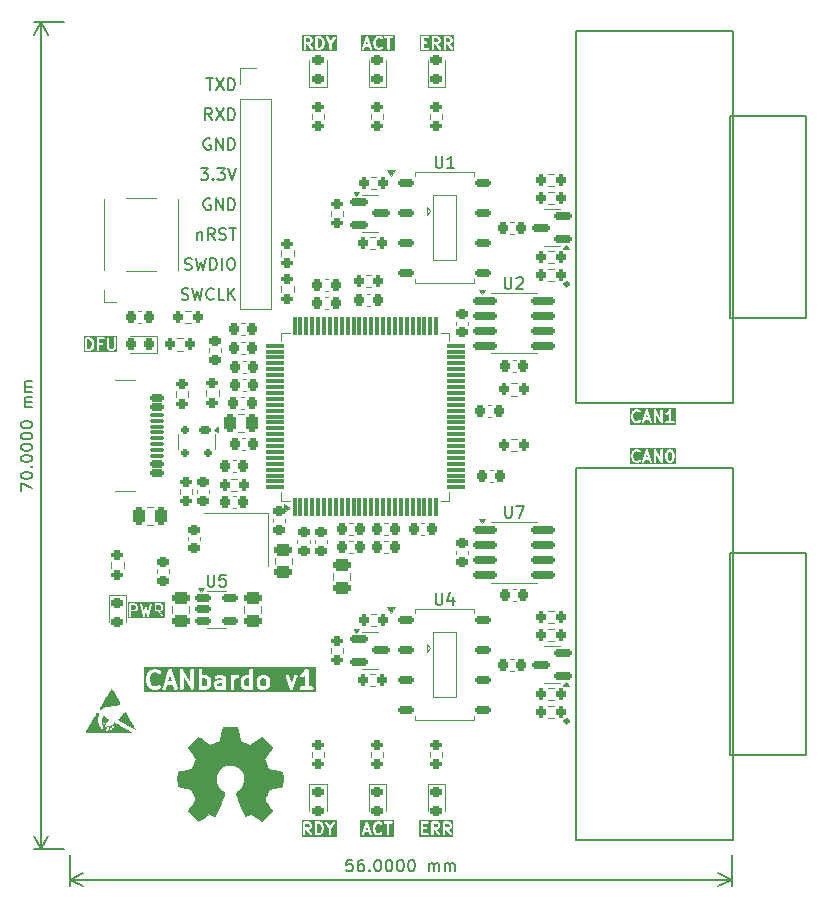
<source format=gto>
G04 #@! TF.GenerationSoftware,KiCad,Pcbnew,8.0.5*
G04 #@! TF.CreationDate,2024-10-15T19:31:52+02:00*
G04 #@! TF.ProjectId,CANbardo,43414e62-6172-4646-9f2e-6b696361645f,Rev1*
G04 #@! TF.SameCoordinates,Original*
G04 #@! TF.FileFunction,Legend,Top*
G04 #@! TF.FilePolarity,Positive*
%FSLAX46Y46*%
G04 Gerber Fmt 4.6, Leading zero omitted, Abs format (unit mm)*
G04 Created by KiCad (PCBNEW 8.0.5) date 2024-10-15 19:31:52*
%MOMM*%
%LPD*%
G01*
G04 APERTURE LIST*
G04 Aperture macros list*
%AMRoundRect*
0 Rectangle with rounded corners*
0 $1 Rounding radius*
0 $2 $3 $4 $5 $6 $7 $8 $9 X,Y pos of 4 corners*
0 Add a 4 corners polygon primitive as box body*
4,1,4,$2,$3,$4,$5,$6,$7,$8,$9,$2,$3,0*
0 Add four circle primitives for the rounded corners*
1,1,$1+$1,$2,$3*
1,1,$1+$1,$4,$5*
1,1,$1+$1,$6,$7*
1,1,$1+$1,$8,$9*
0 Add four rect primitives between the rounded corners*
20,1,$1+$1,$2,$3,$4,$5,0*
20,1,$1+$1,$4,$5,$6,$7,0*
20,1,$1+$1,$6,$7,$8,$9,0*
20,1,$1+$1,$8,$9,$2,$3,0*%
%AMFreePoly0*
4,1,6,1.000000,0.000000,0.500000,-0.750000,-0.500000,-0.750000,-0.500000,0.750000,0.500000,0.750000,1.000000,0.000000,1.000000,0.000000,$1*%
G04 Aperture macros list end*
%ADD10C,0.200000*%
%ADD11C,0.150000*%
%ADD12C,0.300000*%
%ADD13C,0.120000*%
%ADD14C,0.000000*%
%ADD15C,0.152400*%
%ADD16C,0.254000*%
%ADD17C,0.010000*%
%ADD18RoundRect,0.225000X-0.250000X0.225000X-0.250000X-0.225000X0.250000X-0.225000X0.250000X0.225000X0*%
%ADD19RoundRect,0.200000X-0.275000X0.200000X-0.275000X-0.200000X0.275000X-0.200000X0.275000X0.200000X0*%
%ADD20RoundRect,0.175000X-0.475000X-0.175000X0.475000X-0.175000X0.475000X0.175000X-0.475000X0.175000X0*%
%ADD21RoundRect,0.200000X0.275000X-0.200000X0.275000X0.200000X-0.275000X0.200000X-0.275000X-0.200000X0*%
%ADD22RoundRect,0.225000X0.225000X0.250000X-0.225000X0.250000X-0.225000X-0.250000X0.225000X-0.250000X0*%
%ADD23RoundRect,0.250000X0.250000X0.475000X-0.250000X0.475000X-0.250000X-0.475000X0.250000X-0.475000X0*%
%ADD24RoundRect,0.200000X0.200000X0.275000X-0.200000X0.275000X-0.200000X-0.275000X0.200000X-0.275000X0*%
%ADD25RoundRect,0.218750X-0.218750X-0.256250X0.218750X-0.256250X0.218750X0.256250X-0.218750X0.256250X0*%
%ADD26RoundRect,0.250000X-0.475000X0.250000X-0.475000X-0.250000X0.475000X-0.250000X0.475000X0.250000X0*%
%ADD27RoundRect,0.218750X0.256250X-0.218750X0.256250X0.218750X-0.256250X0.218750X-0.256250X-0.218750X0*%
%ADD28RoundRect,0.200000X-0.200000X-0.275000X0.200000X-0.275000X0.200000X0.275000X-0.200000X0.275000X0*%
%ADD29RoundRect,0.225000X-0.225000X-0.250000X0.225000X-0.250000X0.225000X0.250000X-0.225000X0.250000X0*%
%ADD30RoundRect,0.150000X-0.512500X-0.150000X0.512500X-0.150000X0.512500X0.150000X-0.512500X0.150000X0*%
%ADD31RoundRect,0.150000X-0.587500X-0.150000X0.587500X-0.150000X0.587500X0.150000X-0.587500X0.150000X0*%
%ADD32RoundRect,0.218750X-0.256250X0.218750X-0.256250X-0.218750X0.256250X-0.218750X0.256250X0.218750X0*%
%ADD33RoundRect,0.150000X0.587500X0.150000X-0.587500X0.150000X-0.587500X-0.150000X0.587500X-0.150000X0*%
%ADD34C,3.500000*%
%ADD35RoundRect,0.225000X0.250000X-0.225000X0.250000X0.225000X-0.250000X0.225000X-0.250000X-0.225000X0*%
%ADD36C,2.000000*%
%ADD37C,3.810000*%
%ADD38RoundRect,0.218750X0.218750X0.256250X-0.218750X0.256250X-0.218750X-0.256250X0.218750X-0.256250X0*%
%ADD39C,0.650000*%
%ADD40RoundRect,0.150000X-0.425000X0.150000X-0.425000X-0.150000X0.425000X-0.150000X0.425000X0.150000X0*%
%ADD41RoundRect,0.075000X-0.500000X0.075000X-0.500000X-0.075000X0.500000X-0.075000X0.500000X0.075000X0*%
%ADD42O,2.100000X1.000000*%
%ADD43O,1.800000X1.000000*%
%ADD44R,1.400000X2.100000*%
%ADD45R,1.500000X1.500000*%
%ADD46FreePoly0,270.000000*%
%ADD47FreePoly0,90.000000*%
%ADD48R,1.700000X1.700000*%
%ADD49O,1.700000X1.700000*%
%ADD50R,2.100000X1.800000*%
%ADD51RoundRect,0.150000X-0.825000X-0.150000X0.825000X-0.150000X0.825000X0.150000X-0.825000X0.150000X0*%
%ADD52RoundRect,0.075000X0.075000X-0.725000X0.075000X0.725000X-0.075000X0.725000X-0.075000X-0.725000X0*%
%ADD53RoundRect,0.075000X0.725000X-0.075000X0.725000X0.075000X-0.725000X0.075000X-0.725000X-0.075000X0*%
%ADD54RoundRect,0.175000X-0.325000X0.175000X-0.325000X-0.175000X0.325000X-0.175000X0.325000X0.175000X0*%
%ADD55RoundRect,0.150000X-0.150000X0.200000X-0.150000X-0.200000X0.150000X-0.200000X0.150000X0.200000X0*%
G04 APERTURE END LIST*
D10*
G36*
X96196605Y-26402240D02*
G01*
X96263678Y-26469313D01*
X96299130Y-26540218D01*
X96341101Y-26708099D01*
X96341101Y-26826337D01*
X96299130Y-26994218D01*
X96263677Y-27065124D01*
X96196606Y-27132197D01*
X96091541Y-27167219D01*
X95969673Y-27167219D01*
X95969673Y-26367219D01*
X96091541Y-26367219D01*
X96196605Y-26402240D01*
G37*
G36*
X95286627Y-26397024D02*
G01*
X95311296Y-26421692D01*
X95341101Y-26481302D01*
X95341101Y-26576945D01*
X95311296Y-26636554D01*
X95286627Y-26661222D01*
X95227018Y-26691028D01*
X94969673Y-26691028D01*
X94969673Y-26367219D01*
X95227018Y-26367219D01*
X95286627Y-26397024D01*
G37*
G36*
X97604568Y-27478330D02*
G01*
X94658562Y-27478330D01*
X94658562Y-26267219D01*
X94769673Y-26267219D01*
X94769673Y-27267219D01*
X94771594Y-27286728D01*
X94786526Y-27322776D01*
X94814116Y-27350366D01*
X94850164Y-27365298D01*
X94889182Y-27365298D01*
X94925230Y-27350366D01*
X94952820Y-27322776D01*
X94967752Y-27286728D01*
X94969673Y-27267219D01*
X94969673Y-26891028D01*
X95055703Y-26891028D01*
X95359178Y-27324565D01*
X95371939Y-27339446D01*
X95404844Y-27360415D01*
X95443269Y-27367196D01*
X95481363Y-27358756D01*
X95513328Y-27336381D01*
X95534297Y-27303476D01*
X95541078Y-27265052D01*
X95532638Y-27226957D01*
X95523024Y-27209873D01*
X95293056Y-26881347D01*
X95295346Y-26880471D01*
X95390584Y-26832852D01*
X95398980Y-26827566D01*
X95401420Y-26826556D01*
X95404166Y-26824302D01*
X95407174Y-26822409D01*
X95408903Y-26820414D01*
X95416574Y-26814120D01*
X95464192Y-26766501D01*
X95470484Y-26758834D01*
X95472482Y-26757102D01*
X95474375Y-26754093D01*
X95476629Y-26751348D01*
X95477639Y-26748907D01*
X95482925Y-26740511D01*
X95530544Y-26645274D01*
X95537550Y-26626965D01*
X95537804Y-26623381D01*
X95539180Y-26620061D01*
X95541101Y-26600552D01*
X95541101Y-26457695D01*
X95539180Y-26438186D01*
X95537804Y-26434865D01*
X95537550Y-26431282D01*
X95530544Y-26412973D01*
X95482925Y-26317736D01*
X95477639Y-26309339D01*
X95476629Y-26306899D01*
X95474375Y-26304153D01*
X95472482Y-26301145D01*
X95470484Y-26299412D01*
X95464192Y-26291746D01*
X95439666Y-26267219D01*
X95769673Y-26267219D01*
X95769673Y-27267219D01*
X95771594Y-27286728D01*
X95786526Y-27322776D01*
X95814116Y-27350366D01*
X95850164Y-27365298D01*
X95869673Y-27367219D01*
X96107768Y-27367219D01*
X96117641Y-27366246D01*
X96120275Y-27366434D01*
X96123738Y-27365646D01*
X96127277Y-27365298D01*
X96129719Y-27364286D01*
X96139391Y-27362087D01*
X96282247Y-27314468D01*
X96300148Y-27306477D01*
X96302863Y-27304122D01*
X96306183Y-27302747D01*
X96321336Y-27290310D01*
X96416574Y-27195071D01*
X96422866Y-27187404D01*
X96424863Y-27185673D01*
X96426756Y-27182665D01*
X96429011Y-27179918D01*
X96430022Y-27177476D01*
X96435306Y-27169082D01*
X96482925Y-27073845D01*
X96483471Y-27072416D01*
X96483901Y-27071837D01*
X96486822Y-27063660D01*
X96489931Y-27055536D01*
X96489982Y-27054815D01*
X96490496Y-27053377D01*
X96538115Y-26862901D01*
X96538615Y-26859519D01*
X96539180Y-26858156D01*
X96539903Y-26850805D01*
X96540983Y-26843508D01*
X96540765Y-26842049D01*
X96541101Y-26838647D01*
X96541101Y-26695790D01*
X96540765Y-26692387D01*
X96540983Y-26690929D01*
X96539903Y-26683631D01*
X96539180Y-26676281D01*
X96538615Y-26674917D01*
X96538115Y-26671536D01*
X96490496Y-26481060D01*
X96489982Y-26479621D01*
X96489931Y-26478901D01*
X96486822Y-26470776D01*
X96483901Y-26462600D01*
X96483471Y-26462020D01*
X96482925Y-26460592D01*
X96435306Y-26365355D01*
X96430019Y-26356956D01*
X96429010Y-26354519D01*
X96426758Y-26351775D01*
X96424863Y-26348764D01*
X96422865Y-26347031D01*
X96416574Y-26339365D01*
X96342196Y-26264987D01*
X96626841Y-26264987D01*
X96633597Y-26303416D01*
X96642450Y-26320907D01*
X96960149Y-26820148D01*
X96960149Y-27267219D01*
X96962070Y-27286728D01*
X96977002Y-27322776D01*
X97004592Y-27350366D01*
X97040640Y-27365298D01*
X97079658Y-27365298D01*
X97115706Y-27350366D01*
X97143296Y-27322776D01*
X97158228Y-27286728D01*
X97160149Y-27267219D01*
X97160149Y-26820148D01*
X97477848Y-26320906D01*
X97486701Y-26303416D01*
X97493457Y-26264987D01*
X97484993Y-26226898D01*
X97462597Y-26194947D01*
X97429679Y-26173999D01*
X97391250Y-26167244D01*
X97353161Y-26175708D01*
X97321211Y-26198104D01*
X97309116Y-26213531D01*
X97060148Y-26604765D01*
X96811182Y-26213531D01*
X96799088Y-26198104D01*
X96767137Y-26175708D01*
X96729048Y-26167244D01*
X96690619Y-26174000D01*
X96657701Y-26194947D01*
X96635305Y-26226898D01*
X96626841Y-26264987D01*
X96342196Y-26264987D01*
X96321336Y-26244127D01*
X96306182Y-26231691D01*
X96302863Y-26230316D01*
X96300148Y-26227961D01*
X96282247Y-26219970D01*
X96139391Y-26172351D01*
X96129719Y-26170151D01*
X96127277Y-26169140D01*
X96123738Y-26168791D01*
X96120275Y-26168004D01*
X96117641Y-26168191D01*
X96107768Y-26167219D01*
X95869673Y-26167219D01*
X95850164Y-26169140D01*
X95814116Y-26184072D01*
X95786526Y-26211662D01*
X95771594Y-26247710D01*
X95769673Y-26267219D01*
X95439666Y-26267219D01*
X95416574Y-26244127D01*
X95408903Y-26237832D01*
X95407174Y-26235838D01*
X95404166Y-26233944D01*
X95401420Y-26231691D01*
X95398980Y-26230680D01*
X95390584Y-26225395D01*
X95295346Y-26177776D01*
X95277038Y-26170770D01*
X95273454Y-26170515D01*
X95270134Y-26169140D01*
X95250625Y-26167219D01*
X94869673Y-26167219D01*
X94850164Y-26169140D01*
X94814116Y-26184072D01*
X94786526Y-26211662D01*
X94771594Y-26247710D01*
X94769673Y-26267219D01*
X94658562Y-26267219D01*
X94658562Y-26056108D01*
X97604568Y-26056108D01*
X97604568Y-27478330D01*
G37*
G36*
X76696605Y-51902240D02*
G01*
X76763678Y-51969313D01*
X76799130Y-52040218D01*
X76841101Y-52208099D01*
X76841101Y-52326337D01*
X76799130Y-52494218D01*
X76763677Y-52565124D01*
X76696606Y-52632197D01*
X76591541Y-52667219D01*
X76469673Y-52667219D01*
X76469673Y-51867219D01*
X76591541Y-51867219D01*
X76696605Y-51902240D01*
G37*
G36*
X79009355Y-52978330D02*
G01*
X76158562Y-52978330D01*
X76158562Y-51767219D01*
X76269673Y-51767219D01*
X76269673Y-52767219D01*
X76271594Y-52786728D01*
X76286526Y-52822776D01*
X76314116Y-52850366D01*
X76350164Y-52865298D01*
X76369673Y-52867219D01*
X76607768Y-52867219D01*
X76617641Y-52866246D01*
X76620275Y-52866434D01*
X76623738Y-52865646D01*
X76627277Y-52865298D01*
X76629719Y-52864286D01*
X76639391Y-52862087D01*
X76782247Y-52814468D01*
X76800148Y-52806477D01*
X76802863Y-52804122D01*
X76806183Y-52802747D01*
X76821336Y-52790310D01*
X76916574Y-52695071D01*
X76922866Y-52687404D01*
X76924863Y-52685673D01*
X76926756Y-52682665D01*
X76929011Y-52679918D01*
X76930022Y-52677476D01*
X76935306Y-52669082D01*
X76982925Y-52573845D01*
X76983471Y-52572416D01*
X76983901Y-52571837D01*
X76986822Y-52563660D01*
X76989931Y-52555536D01*
X76989982Y-52554815D01*
X76990496Y-52553377D01*
X77038115Y-52362901D01*
X77038615Y-52359519D01*
X77039180Y-52358156D01*
X77039903Y-52350805D01*
X77040983Y-52343508D01*
X77040765Y-52342049D01*
X77041101Y-52338647D01*
X77041101Y-52195790D01*
X77040765Y-52192387D01*
X77040983Y-52190929D01*
X77039903Y-52183631D01*
X77039180Y-52176281D01*
X77038615Y-52174917D01*
X77038115Y-52171536D01*
X76990496Y-51981060D01*
X76989982Y-51979621D01*
X76989931Y-51978901D01*
X76986822Y-51970776D01*
X76983901Y-51962600D01*
X76983471Y-51962020D01*
X76982925Y-51960592D01*
X76935306Y-51865355D01*
X76930019Y-51856956D01*
X76929010Y-51854519D01*
X76926758Y-51851775D01*
X76924863Y-51848764D01*
X76922865Y-51847031D01*
X76916574Y-51839365D01*
X76844428Y-51767219D01*
X77269673Y-51767219D01*
X77269673Y-52767219D01*
X77271594Y-52786728D01*
X77286526Y-52822776D01*
X77314116Y-52850366D01*
X77350164Y-52865298D01*
X77389182Y-52865298D01*
X77425230Y-52850366D01*
X77452820Y-52822776D01*
X77467752Y-52786728D01*
X77469673Y-52767219D01*
X77469673Y-52343409D01*
X77703006Y-52343409D01*
X77722515Y-52341488D01*
X77758563Y-52326556D01*
X77786153Y-52298966D01*
X77801085Y-52262918D01*
X77801085Y-52223900D01*
X77786153Y-52187852D01*
X77758563Y-52160262D01*
X77722515Y-52145330D01*
X77703006Y-52143409D01*
X77469673Y-52143409D01*
X77469673Y-51867219D01*
X77845863Y-51867219D01*
X77865372Y-51865298D01*
X77901420Y-51850366D01*
X77929010Y-51822776D01*
X77943942Y-51786728D01*
X77943942Y-51767219D01*
X78126816Y-51767219D01*
X78126816Y-52576742D01*
X78128737Y-52596251D01*
X78130112Y-52599571D01*
X78130367Y-52603155D01*
X78137373Y-52621463D01*
X78184992Y-52716701D01*
X78190275Y-52725093D01*
X78191287Y-52727537D01*
X78193543Y-52730286D01*
X78195435Y-52733291D01*
X78197429Y-52735020D01*
X78203724Y-52742690D01*
X78251342Y-52790310D01*
X78259010Y-52796603D01*
X78260742Y-52798600D01*
X78263750Y-52800493D01*
X78266496Y-52802747D01*
X78268936Y-52803757D01*
X78277333Y-52809043D01*
X78372570Y-52856662D01*
X78390879Y-52863668D01*
X78394462Y-52863922D01*
X78397783Y-52865298D01*
X78417292Y-52867219D01*
X78607768Y-52867219D01*
X78627277Y-52865298D01*
X78630597Y-52863922D01*
X78634181Y-52863668D01*
X78652489Y-52856662D01*
X78747727Y-52809043D01*
X78756122Y-52803758D01*
X78758564Y-52802747D01*
X78761311Y-52800491D01*
X78764317Y-52798600D01*
X78766047Y-52796605D01*
X78773717Y-52790310D01*
X78821336Y-52742690D01*
X78827628Y-52735023D01*
X78829625Y-52733292D01*
X78831518Y-52730284D01*
X78833773Y-52727537D01*
X78834784Y-52725095D01*
X78840068Y-52716701D01*
X78887687Y-52621464D01*
X78894693Y-52603155D01*
X78894947Y-52599571D01*
X78896323Y-52596251D01*
X78898244Y-52576742D01*
X78898244Y-51767219D01*
X78896323Y-51747710D01*
X78881391Y-51711662D01*
X78853801Y-51684072D01*
X78817753Y-51669140D01*
X78778735Y-51669140D01*
X78742687Y-51684072D01*
X78715097Y-51711662D01*
X78700165Y-51747710D01*
X78698244Y-51767219D01*
X78698244Y-52553135D01*
X78668439Y-52612743D01*
X78643770Y-52637413D01*
X78584161Y-52667219D01*
X78440899Y-52667219D01*
X78381289Y-52637414D01*
X78356622Y-52612746D01*
X78326816Y-52553134D01*
X78326816Y-51767219D01*
X78324895Y-51747710D01*
X78309963Y-51711662D01*
X78282373Y-51684072D01*
X78246325Y-51669140D01*
X78207307Y-51669140D01*
X78171259Y-51684072D01*
X78143669Y-51711662D01*
X78128737Y-51747710D01*
X78126816Y-51767219D01*
X77943942Y-51767219D01*
X77943942Y-51747710D01*
X77929010Y-51711662D01*
X77901420Y-51684072D01*
X77865372Y-51669140D01*
X77845863Y-51667219D01*
X77369673Y-51667219D01*
X77350164Y-51669140D01*
X77314116Y-51684072D01*
X77286526Y-51711662D01*
X77271594Y-51747710D01*
X77269673Y-51767219D01*
X76844428Y-51767219D01*
X76821336Y-51744127D01*
X76806182Y-51731691D01*
X76802863Y-51730316D01*
X76800148Y-51727961D01*
X76782247Y-51719970D01*
X76639391Y-51672351D01*
X76629719Y-51670151D01*
X76627277Y-51669140D01*
X76623738Y-51668791D01*
X76620275Y-51668004D01*
X76617641Y-51668191D01*
X76607768Y-51667219D01*
X76369673Y-51667219D01*
X76350164Y-51669140D01*
X76314116Y-51684072D01*
X76286526Y-51711662D01*
X76271594Y-51747710D01*
X76269673Y-51767219D01*
X76158562Y-51767219D01*
X76158562Y-51556108D01*
X79009355Y-51556108D01*
X79009355Y-52978330D01*
G37*
X86525625Y-29765791D02*
X87097053Y-29765791D01*
X86811339Y-30765791D02*
X86811339Y-29765791D01*
X87335149Y-29765791D02*
X88001815Y-30765791D01*
X88001815Y-29765791D02*
X87335149Y-30765791D01*
X88382768Y-30765791D02*
X88382768Y-29765791D01*
X88382768Y-29765791D02*
X88620863Y-29765791D01*
X88620863Y-29765791D02*
X88763720Y-29813410D01*
X88763720Y-29813410D02*
X88858958Y-29908648D01*
X88858958Y-29908648D02*
X88906577Y-30003886D01*
X88906577Y-30003886D02*
X88954196Y-30194362D01*
X88954196Y-30194362D02*
X88954196Y-30337219D01*
X88954196Y-30337219D02*
X88906577Y-30527695D01*
X88906577Y-30527695D02*
X88858958Y-30622933D01*
X88858958Y-30622933D02*
X88763720Y-30718172D01*
X88763720Y-30718172D02*
X88620863Y-30765791D01*
X88620863Y-30765791D02*
X88382768Y-30765791D01*
G36*
X106091389Y-92897024D02*
G01*
X106116058Y-92921692D01*
X106145863Y-92981302D01*
X106145863Y-93076945D01*
X106116058Y-93136554D01*
X106091389Y-93161222D01*
X106031780Y-93191028D01*
X105774435Y-93191028D01*
X105774435Y-92867219D01*
X106031780Y-92867219D01*
X106091389Y-92897024D01*
G37*
G36*
X107091389Y-92897024D02*
G01*
X107116058Y-92921692D01*
X107145863Y-92981302D01*
X107145863Y-93076945D01*
X107116058Y-93136554D01*
X107091389Y-93161222D01*
X107031780Y-93191028D01*
X106774435Y-93191028D01*
X106774435Y-92867219D01*
X107031780Y-92867219D01*
X107091389Y-92897024D01*
G37*
G36*
X107456974Y-93978330D02*
G01*
X104558562Y-93978330D01*
X104558562Y-92767219D01*
X104669673Y-92767219D01*
X104669673Y-93767219D01*
X104671594Y-93786728D01*
X104686526Y-93822776D01*
X104714116Y-93850366D01*
X104750164Y-93865298D01*
X104769673Y-93867219D01*
X105245863Y-93867219D01*
X105265372Y-93865298D01*
X105301420Y-93850366D01*
X105329010Y-93822776D01*
X105343942Y-93786728D01*
X105343942Y-93747710D01*
X105329010Y-93711662D01*
X105301420Y-93684072D01*
X105265372Y-93669140D01*
X105245863Y-93667219D01*
X104869673Y-93667219D01*
X104869673Y-93343409D01*
X105103006Y-93343409D01*
X105122515Y-93341488D01*
X105158563Y-93326556D01*
X105186153Y-93298966D01*
X105201085Y-93262918D01*
X105201085Y-93223900D01*
X105186153Y-93187852D01*
X105158563Y-93160262D01*
X105122515Y-93145330D01*
X105103006Y-93143409D01*
X104869673Y-93143409D01*
X104869673Y-92867219D01*
X105245863Y-92867219D01*
X105265372Y-92865298D01*
X105301420Y-92850366D01*
X105329010Y-92822776D01*
X105343942Y-92786728D01*
X105343942Y-92767219D01*
X105574435Y-92767219D01*
X105574435Y-93767219D01*
X105576356Y-93786728D01*
X105591288Y-93822776D01*
X105618878Y-93850366D01*
X105654926Y-93865298D01*
X105693944Y-93865298D01*
X105729992Y-93850366D01*
X105757582Y-93822776D01*
X105772514Y-93786728D01*
X105774435Y-93767219D01*
X105774435Y-93391028D01*
X105860465Y-93391028D01*
X106163940Y-93824565D01*
X106176701Y-93839446D01*
X106209606Y-93860415D01*
X106248031Y-93867196D01*
X106286125Y-93858756D01*
X106318090Y-93836381D01*
X106339059Y-93803476D01*
X106345840Y-93765052D01*
X106337400Y-93726957D01*
X106327786Y-93709873D01*
X106097818Y-93381347D01*
X106100108Y-93380471D01*
X106195346Y-93332852D01*
X106203742Y-93327566D01*
X106206182Y-93326556D01*
X106208928Y-93324302D01*
X106211936Y-93322409D01*
X106213665Y-93320414D01*
X106221336Y-93314120D01*
X106268954Y-93266501D01*
X106275246Y-93258834D01*
X106277244Y-93257102D01*
X106279137Y-93254093D01*
X106281391Y-93251348D01*
X106282401Y-93248907D01*
X106287687Y-93240511D01*
X106335306Y-93145274D01*
X106342312Y-93126965D01*
X106342566Y-93123381D01*
X106343942Y-93120061D01*
X106345863Y-93100552D01*
X106345863Y-92957695D01*
X106343942Y-92938186D01*
X106342566Y-92934865D01*
X106342312Y-92931282D01*
X106335306Y-92912973D01*
X106287687Y-92817736D01*
X106282401Y-92809339D01*
X106281391Y-92806899D01*
X106279137Y-92804153D01*
X106277244Y-92801145D01*
X106275246Y-92799412D01*
X106268954Y-92791746D01*
X106244428Y-92767219D01*
X106574435Y-92767219D01*
X106574435Y-93767219D01*
X106576356Y-93786728D01*
X106591288Y-93822776D01*
X106618878Y-93850366D01*
X106654926Y-93865298D01*
X106693944Y-93865298D01*
X106729992Y-93850366D01*
X106757582Y-93822776D01*
X106772514Y-93786728D01*
X106774435Y-93767219D01*
X106774435Y-93391028D01*
X106860465Y-93391028D01*
X107163940Y-93824565D01*
X107176701Y-93839446D01*
X107209606Y-93860415D01*
X107248031Y-93867196D01*
X107286125Y-93858756D01*
X107318090Y-93836381D01*
X107339059Y-93803476D01*
X107345840Y-93765052D01*
X107337400Y-93726957D01*
X107327786Y-93709873D01*
X107097818Y-93381347D01*
X107100108Y-93380471D01*
X107195346Y-93332852D01*
X107203742Y-93327566D01*
X107206182Y-93326556D01*
X107208928Y-93324302D01*
X107211936Y-93322409D01*
X107213665Y-93320414D01*
X107221336Y-93314120D01*
X107268954Y-93266501D01*
X107275246Y-93258834D01*
X107277244Y-93257102D01*
X107279137Y-93254093D01*
X107281391Y-93251348D01*
X107282401Y-93248907D01*
X107287687Y-93240511D01*
X107335306Y-93145274D01*
X107342312Y-93126965D01*
X107342566Y-93123381D01*
X107343942Y-93120061D01*
X107345863Y-93100552D01*
X107345863Y-92957695D01*
X107343942Y-92938186D01*
X107342566Y-92934865D01*
X107342312Y-92931282D01*
X107335306Y-92912973D01*
X107287687Y-92817736D01*
X107282401Y-92809339D01*
X107281391Y-92806899D01*
X107279137Y-92804153D01*
X107277244Y-92801145D01*
X107275246Y-92799412D01*
X107268954Y-92791746D01*
X107221336Y-92744127D01*
X107213665Y-92737832D01*
X107211936Y-92735838D01*
X107208928Y-92733944D01*
X107206182Y-92731691D01*
X107203742Y-92730680D01*
X107195346Y-92725395D01*
X107100108Y-92677776D01*
X107081800Y-92670770D01*
X107078216Y-92670515D01*
X107074896Y-92669140D01*
X107055387Y-92667219D01*
X106674435Y-92667219D01*
X106654926Y-92669140D01*
X106618878Y-92684072D01*
X106591288Y-92711662D01*
X106576356Y-92747710D01*
X106574435Y-92767219D01*
X106244428Y-92767219D01*
X106221336Y-92744127D01*
X106213665Y-92737832D01*
X106211936Y-92735838D01*
X106208928Y-92733944D01*
X106206182Y-92731691D01*
X106203742Y-92730680D01*
X106195346Y-92725395D01*
X106100108Y-92677776D01*
X106081800Y-92670770D01*
X106078216Y-92670515D01*
X106074896Y-92669140D01*
X106055387Y-92667219D01*
X105674435Y-92667219D01*
X105654926Y-92669140D01*
X105618878Y-92684072D01*
X105591288Y-92711662D01*
X105576356Y-92747710D01*
X105574435Y-92767219D01*
X105343942Y-92767219D01*
X105343942Y-92747710D01*
X105329010Y-92711662D01*
X105301420Y-92684072D01*
X105265372Y-92669140D01*
X105245863Y-92667219D01*
X104769673Y-92667219D01*
X104750164Y-92669140D01*
X104714116Y-92684072D01*
X104686526Y-92711662D01*
X104671594Y-92747710D01*
X104669673Y-92767219D01*
X104558562Y-92767219D01*
X104558562Y-92556108D01*
X107456974Y-92556108D01*
X107456974Y-93978330D01*
G37*
D11*
G36*
X82666287Y-74404077D02*
G01*
X82696694Y-74434484D01*
X82730952Y-74503000D01*
X82730952Y-74610447D01*
X82696694Y-74678963D01*
X82666287Y-74709370D01*
X82597771Y-74743628D01*
X82309524Y-74743628D01*
X82309524Y-74369819D01*
X82597771Y-74369819D01*
X82666287Y-74404077D01*
G37*
G36*
X80523430Y-74404077D02*
G01*
X80553837Y-74434484D01*
X80588095Y-74503000D01*
X80588095Y-74610447D01*
X80553837Y-74678963D01*
X80523430Y-74709370D01*
X80454914Y-74743628D01*
X80166667Y-74743628D01*
X80166667Y-74369819D01*
X80454914Y-74369819D01*
X80523430Y-74404077D01*
G37*
G36*
X82992063Y-75480913D02*
G01*
X79905556Y-75480913D01*
X79905556Y-74294819D01*
X80016667Y-74294819D01*
X80016667Y-75294819D01*
X80018108Y-75309451D01*
X80029307Y-75336487D01*
X80049999Y-75357179D01*
X80077035Y-75368378D01*
X80106299Y-75368378D01*
X80133335Y-75357179D01*
X80154027Y-75336487D01*
X80165226Y-75309451D01*
X80166667Y-75294819D01*
X80166667Y-74893628D01*
X80472619Y-74893628D01*
X80487251Y-74892187D01*
X80489740Y-74891155D01*
X80492428Y-74890965D01*
X80506160Y-74885710D01*
X80601398Y-74838091D01*
X80607697Y-74834126D01*
X80609525Y-74833369D01*
X80611581Y-74831680D01*
X80613841Y-74830259D01*
X80615140Y-74828760D01*
X80620890Y-74824042D01*
X80668509Y-74776423D01*
X80673227Y-74770673D01*
X80674726Y-74769374D01*
X80676147Y-74767114D01*
X80677836Y-74765058D01*
X80678593Y-74763230D01*
X80682558Y-74756931D01*
X80730177Y-74661693D01*
X80735432Y-74647962D01*
X80735623Y-74645272D01*
X80736654Y-74642784D01*
X80738095Y-74628152D01*
X80738095Y-74485295D01*
X80736654Y-74470663D01*
X80735623Y-74468174D01*
X80735432Y-74465485D01*
X80730177Y-74451754D01*
X80682558Y-74356516D01*
X80678593Y-74350216D01*
X80677836Y-74348389D01*
X80676147Y-74346332D01*
X80674726Y-74344073D01*
X80673227Y-74342773D01*
X80668509Y-74337024D01*
X80629108Y-74297623D01*
X80921481Y-74297623D01*
X80923469Y-74312191D01*
X81161564Y-75312191D01*
X81163293Y-75317210D01*
X81163533Y-75319012D01*
X81164475Y-75320640D01*
X81166354Y-75326091D01*
X81172740Y-75334915D01*
X81178195Y-75344337D01*
X81181252Y-75346677D01*
X81183511Y-75349798D01*
X81192786Y-75355505D01*
X81201433Y-75362124D01*
X81205153Y-75363116D01*
X81208433Y-75365134D01*
X81219187Y-75366858D01*
X81229709Y-75369664D01*
X81233524Y-75369157D01*
X81237328Y-75369767D01*
X81247926Y-75367243D01*
X81258717Y-75365810D01*
X81262048Y-75363881D01*
X81265796Y-75362989D01*
X81274620Y-75356602D01*
X81284042Y-75351148D01*
X81286382Y-75348090D01*
X81289503Y-75345832D01*
X81295210Y-75336556D01*
X81301829Y-75327910D01*
X81303854Y-75322510D01*
X81304839Y-75320910D01*
X81305126Y-75319118D01*
X81306992Y-75314144D01*
X81424999Y-74871613D01*
X81543008Y-75314144D01*
X81544873Y-75319119D01*
X81545161Y-75320910D01*
X81546145Y-75322509D01*
X81548171Y-75327911D01*
X81554791Y-75336559D01*
X81560497Y-75345832D01*
X81563617Y-75348090D01*
X81565958Y-75351148D01*
X81575379Y-75356602D01*
X81584204Y-75362989D01*
X81587951Y-75363881D01*
X81591283Y-75365810D01*
X81602076Y-75367244D01*
X81612672Y-75369767D01*
X81616473Y-75369157D01*
X81620292Y-75369665D01*
X81630823Y-75366856D01*
X81641567Y-75365134D01*
X81644843Y-75363118D01*
X81648567Y-75362125D01*
X81657217Y-75355503D01*
X81666489Y-75349798D01*
X81668747Y-75346677D01*
X81671805Y-75344337D01*
X81677260Y-75334914D01*
X81683646Y-75326091D01*
X81685523Y-75320642D01*
X81686467Y-75319013D01*
X81686706Y-75317209D01*
X81688436Y-75312191D01*
X81926532Y-74312191D01*
X81928520Y-74297623D01*
X81928070Y-74294819D01*
X82159524Y-74294819D01*
X82159524Y-75294819D01*
X82160965Y-75309451D01*
X82172164Y-75336487D01*
X82192856Y-75357179D01*
X82219892Y-75368378D01*
X82249156Y-75368378D01*
X82276192Y-75357179D01*
X82296884Y-75336487D01*
X82308083Y-75309451D01*
X82309524Y-75294819D01*
X82309524Y-74893628D01*
X82433570Y-74893628D01*
X82744510Y-75337829D01*
X82754081Y-75348989D01*
X82778760Y-75364716D01*
X82807577Y-75369802D01*
X82836148Y-75363472D01*
X82860122Y-75346690D01*
X82875849Y-75322012D01*
X82880934Y-75293194D01*
X82874605Y-75264623D01*
X82867395Y-75251810D01*
X82616591Y-74893518D01*
X82630108Y-74892187D01*
X82632597Y-74891155D01*
X82635285Y-74890965D01*
X82649017Y-74885710D01*
X82744255Y-74838091D01*
X82750554Y-74834126D01*
X82752382Y-74833369D01*
X82754438Y-74831680D01*
X82756698Y-74830259D01*
X82757997Y-74828760D01*
X82763747Y-74824042D01*
X82811366Y-74776423D01*
X82816084Y-74770673D01*
X82817583Y-74769374D01*
X82819004Y-74767114D01*
X82820693Y-74765058D01*
X82821450Y-74763230D01*
X82825415Y-74756931D01*
X82873034Y-74661693D01*
X82878289Y-74647962D01*
X82878480Y-74645272D01*
X82879511Y-74642784D01*
X82880952Y-74628152D01*
X82880952Y-74485295D01*
X82879511Y-74470663D01*
X82878480Y-74468174D01*
X82878289Y-74465485D01*
X82873034Y-74451754D01*
X82825415Y-74356516D01*
X82821450Y-74350216D01*
X82820693Y-74348389D01*
X82819004Y-74346332D01*
X82817583Y-74344073D01*
X82816084Y-74342773D01*
X82811366Y-74337024D01*
X82763747Y-74289405D01*
X82757997Y-74284686D01*
X82756698Y-74283188D01*
X82754438Y-74281766D01*
X82752382Y-74280078D01*
X82750554Y-74279320D01*
X82744255Y-74275356D01*
X82649017Y-74227737D01*
X82635285Y-74222482D01*
X82632597Y-74222291D01*
X82630108Y-74221260D01*
X82615476Y-74219819D01*
X82234524Y-74219819D01*
X82219892Y-74221260D01*
X82192856Y-74232459D01*
X82172164Y-74253151D01*
X82160965Y-74280187D01*
X82159524Y-74294819D01*
X81928070Y-74294819D01*
X81923887Y-74268728D01*
X81908551Y-74243806D01*
X81884844Y-74226650D01*
X81856376Y-74219871D01*
X81827481Y-74224504D01*
X81802559Y-74239840D01*
X81785402Y-74263547D01*
X81780612Y-74277448D01*
X81611359Y-74988303D01*
X81497468Y-74561208D01*
X81496182Y-74557780D01*
X81495991Y-74556339D01*
X81494999Y-74554626D01*
X81492305Y-74547442D01*
X81486290Y-74539583D01*
X81481329Y-74531015D01*
X81477470Y-74528061D01*
X81474518Y-74524204D01*
X81465953Y-74519245D01*
X81458091Y-74513227D01*
X81453394Y-74511974D01*
X81449193Y-74509542D01*
X81439386Y-74508239D01*
X81429816Y-74505687D01*
X81424997Y-74506327D01*
X81420185Y-74505688D01*
X81410624Y-74508237D01*
X81400807Y-74509542D01*
X81396601Y-74511976D01*
X81391909Y-74513228D01*
X81384049Y-74519243D01*
X81375482Y-74524204D01*
X81372528Y-74528062D01*
X81368671Y-74531015D01*
X81363712Y-74539580D01*
X81357695Y-74547441D01*
X81354998Y-74554630D01*
X81354009Y-74556340D01*
X81353817Y-74557779D01*
X81352532Y-74561208D01*
X81238640Y-74988303D01*
X81069389Y-74277447D01*
X81064599Y-74263547D01*
X81047442Y-74239840D01*
X81022520Y-74224504D01*
X80993625Y-74219871D01*
X80965157Y-74226649D01*
X80941450Y-74243806D01*
X80926114Y-74268728D01*
X80921481Y-74297623D01*
X80629108Y-74297623D01*
X80620890Y-74289405D01*
X80615140Y-74284686D01*
X80613841Y-74283188D01*
X80611581Y-74281766D01*
X80609525Y-74280078D01*
X80607697Y-74279320D01*
X80601398Y-74275356D01*
X80506160Y-74227737D01*
X80492428Y-74222482D01*
X80489740Y-74222291D01*
X80487251Y-74221260D01*
X80472619Y-74219819D01*
X80091667Y-74219819D01*
X80077035Y-74221260D01*
X80049999Y-74232459D01*
X80029307Y-74253151D01*
X80018108Y-74280187D01*
X80016667Y-74294819D01*
X79905556Y-74294819D01*
X79905556Y-74108708D01*
X82992063Y-74108708D01*
X82992063Y-75480913D01*
G37*
D10*
G36*
X106141389Y-26397024D02*
G01*
X106166058Y-26421692D01*
X106195863Y-26481302D01*
X106195863Y-26576945D01*
X106166058Y-26636554D01*
X106141389Y-26661222D01*
X106081780Y-26691028D01*
X105824435Y-26691028D01*
X105824435Y-26367219D01*
X106081780Y-26367219D01*
X106141389Y-26397024D01*
G37*
G36*
X107141389Y-26397024D02*
G01*
X107166058Y-26421692D01*
X107195863Y-26481302D01*
X107195863Y-26576945D01*
X107166058Y-26636554D01*
X107141389Y-26661222D01*
X107081780Y-26691028D01*
X106824435Y-26691028D01*
X106824435Y-26367219D01*
X107081780Y-26367219D01*
X107141389Y-26397024D01*
G37*
G36*
X107506974Y-27478330D02*
G01*
X104608562Y-27478330D01*
X104608562Y-26267219D01*
X104719673Y-26267219D01*
X104719673Y-27267219D01*
X104721594Y-27286728D01*
X104736526Y-27322776D01*
X104764116Y-27350366D01*
X104800164Y-27365298D01*
X104819673Y-27367219D01*
X105295863Y-27367219D01*
X105315372Y-27365298D01*
X105351420Y-27350366D01*
X105379010Y-27322776D01*
X105393942Y-27286728D01*
X105393942Y-27247710D01*
X105379010Y-27211662D01*
X105351420Y-27184072D01*
X105315372Y-27169140D01*
X105295863Y-27167219D01*
X104919673Y-27167219D01*
X104919673Y-26843409D01*
X105153006Y-26843409D01*
X105172515Y-26841488D01*
X105208563Y-26826556D01*
X105236153Y-26798966D01*
X105251085Y-26762918D01*
X105251085Y-26723900D01*
X105236153Y-26687852D01*
X105208563Y-26660262D01*
X105172515Y-26645330D01*
X105153006Y-26643409D01*
X104919673Y-26643409D01*
X104919673Y-26367219D01*
X105295863Y-26367219D01*
X105315372Y-26365298D01*
X105351420Y-26350366D01*
X105379010Y-26322776D01*
X105393942Y-26286728D01*
X105393942Y-26267219D01*
X105624435Y-26267219D01*
X105624435Y-27267219D01*
X105626356Y-27286728D01*
X105641288Y-27322776D01*
X105668878Y-27350366D01*
X105704926Y-27365298D01*
X105743944Y-27365298D01*
X105779992Y-27350366D01*
X105807582Y-27322776D01*
X105822514Y-27286728D01*
X105824435Y-27267219D01*
X105824435Y-26891028D01*
X105910465Y-26891028D01*
X106213940Y-27324565D01*
X106226701Y-27339446D01*
X106259606Y-27360415D01*
X106298031Y-27367196D01*
X106336125Y-27358756D01*
X106368090Y-27336381D01*
X106389059Y-27303476D01*
X106395840Y-27265052D01*
X106387400Y-27226957D01*
X106377786Y-27209873D01*
X106147818Y-26881347D01*
X106150108Y-26880471D01*
X106245346Y-26832852D01*
X106253742Y-26827566D01*
X106256182Y-26826556D01*
X106258928Y-26824302D01*
X106261936Y-26822409D01*
X106263665Y-26820414D01*
X106271336Y-26814120D01*
X106318954Y-26766501D01*
X106325246Y-26758834D01*
X106327244Y-26757102D01*
X106329137Y-26754093D01*
X106331391Y-26751348D01*
X106332401Y-26748907D01*
X106337687Y-26740511D01*
X106385306Y-26645274D01*
X106392312Y-26626965D01*
X106392566Y-26623381D01*
X106393942Y-26620061D01*
X106395863Y-26600552D01*
X106395863Y-26457695D01*
X106393942Y-26438186D01*
X106392566Y-26434865D01*
X106392312Y-26431282D01*
X106385306Y-26412973D01*
X106337687Y-26317736D01*
X106332401Y-26309339D01*
X106331391Y-26306899D01*
X106329137Y-26304153D01*
X106327244Y-26301145D01*
X106325246Y-26299412D01*
X106318954Y-26291746D01*
X106294428Y-26267219D01*
X106624435Y-26267219D01*
X106624435Y-27267219D01*
X106626356Y-27286728D01*
X106641288Y-27322776D01*
X106668878Y-27350366D01*
X106704926Y-27365298D01*
X106743944Y-27365298D01*
X106779992Y-27350366D01*
X106807582Y-27322776D01*
X106822514Y-27286728D01*
X106824435Y-27267219D01*
X106824435Y-26891028D01*
X106910465Y-26891028D01*
X107213940Y-27324565D01*
X107226701Y-27339446D01*
X107259606Y-27360415D01*
X107298031Y-27367196D01*
X107336125Y-27358756D01*
X107368090Y-27336381D01*
X107389059Y-27303476D01*
X107395840Y-27265052D01*
X107387400Y-27226957D01*
X107377786Y-27209873D01*
X107147818Y-26881347D01*
X107150108Y-26880471D01*
X107245346Y-26832852D01*
X107253742Y-26827566D01*
X107256182Y-26826556D01*
X107258928Y-26824302D01*
X107261936Y-26822409D01*
X107263665Y-26820414D01*
X107271336Y-26814120D01*
X107318954Y-26766501D01*
X107325246Y-26758834D01*
X107327244Y-26757102D01*
X107329137Y-26754093D01*
X107331391Y-26751348D01*
X107332401Y-26748907D01*
X107337687Y-26740511D01*
X107385306Y-26645274D01*
X107392312Y-26626965D01*
X107392566Y-26623381D01*
X107393942Y-26620061D01*
X107395863Y-26600552D01*
X107395863Y-26457695D01*
X107393942Y-26438186D01*
X107392566Y-26434865D01*
X107392312Y-26431282D01*
X107385306Y-26412973D01*
X107337687Y-26317736D01*
X107332401Y-26309339D01*
X107331391Y-26306899D01*
X107329137Y-26304153D01*
X107327244Y-26301145D01*
X107325246Y-26299412D01*
X107318954Y-26291746D01*
X107271336Y-26244127D01*
X107263665Y-26237832D01*
X107261936Y-26235838D01*
X107258928Y-26233944D01*
X107256182Y-26231691D01*
X107253742Y-26230680D01*
X107245346Y-26225395D01*
X107150108Y-26177776D01*
X107131800Y-26170770D01*
X107128216Y-26170515D01*
X107124896Y-26169140D01*
X107105387Y-26167219D01*
X106724435Y-26167219D01*
X106704926Y-26169140D01*
X106668878Y-26184072D01*
X106641288Y-26211662D01*
X106626356Y-26247710D01*
X106624435Y-26267219D01*
X106294428Y-26267219D01*
X106271336Y-26244127D01*
X106263665Y-26237832D01*
X106261936Y-26235838D01*
X106258928Y-26233944D01*
X106256182Y-26231691D01*
X106253742Y-26230680D01*
X106245346Y-26225395D01*
X106150108Y-26177776D01*
X106131800Y-26170770D01*
X106128216Y-26170515D01*
X106124896Y-26169140D01*
X106105387Y-26167219D01*
X105724435Y-26167219D01*
X105704926Y-26169140D01*
X105668878Y-26184072D01*
X105641288Y-26211662D01*
X105626356Y-26247710D01*
X105624435Y-26267219D01*
X105393942Y-26267219D01*
X105393942Y-26247710D01*
X105379010Y-26211662D01*
X105351420Y-26184072D01*
X105315372Y-26169140D01*
X105295863Y-26167219D01*
X104819673Y-26167219D01*
X104800164Y-26169140D01*
X104764116Y-26184072D01*
X104736526Y-26211662D01*
X104721594Y-26247710D01*
X104719673Y-26267219D01*
X104608562Y-26267219D01*
X104608562Y-26056108D01*
X107506974Y-26056108D01*
X107506974Y-27478330D01*
G37*
G36*
X123934502Y-58481504D02*
G01*
X123735797Y-58481504D01*
X123835149Y-58183446D01*
X123934502Y-58481504D01*
G37*
G36*
X126282434Y-59078330D02*
G01*
X122385943Y-59078330D01*
X122385943Y-58295790D01*
X122497054Y-58295790D01*
X122497054Y-58438647D01*
X122497389Y-58442049D01*
X122497172Y-58443508D01*
X122498251Y-58450805D01*
X122498975Y-58458156D01*
X122499539Y-58459519D01*
X122500040Y-58462901D01*
X122547659Y-58653376D01*
X122548172Y-58654813D01*
X122548224Y-58655536D01*
X122551332Y-58663660D01*
X122554254Y-58671837D01*
X122554684Y-58672417D01*
X122555230Y-58673844D01*
X122602849Y-58769082D01*
X122608131Y-58777474D01*
X122609144Y-58779918D01*
X122611400Y-58782667D01*
X122613292Y-58785672D01*
X122615286Y-58787401D01*
X122621581Y-58795071D01*
X122716819Y-58890311D01*
X122731972Y-58902747D01*
X122735291Y-58904122D01*
X122738007Y-58906477D01*
X122755907Y-58914468D01*
X122898764Y-58962087D01*
X122908436Y-58964286D01*
X122910878Y-58965298D01*
X122914415Y-58965646D01*
X122917879Y-58966434D01*
X122920513Y-58966246D01*
X122930387Y-58967219D01*
X123025625Y-58967219D01*
X123035498Y-58966246D01*
X123038132Y-58966434D01*
X123041595Y-58965646D01*
X123045134Y-58965298D01*
X123047576Y-58964286D01*
X123057248Y-58962087D01*
X123200104Y-58914468D01*
X123218005Y-58906477D01*
X123220720Y-58904122D01*
X123224040Y-58902747D01*
X123239193Y-58890310D01*
X123274790Y-58854712D01*
X123402601Y-58854712D01*
X123405367Y-58893632D01*
X123422817Y-58928531D01*
X123452293Y-58954096D01*
X123489309Y-58966434D01*
X123528229Y-58963668D01*
X123563128Y-58946218D01*
X123588693Y-58916742D01*
X123596684Y-58898842D01*
X123669130Y-58681504D01*
X124001168Y-58681504D01*
X124073614Y-58898841D01*
X124081605Y-58916742D01*
X124107170Y-58946218D01*
X124142069Y-58963667D01*
X124180989Y-58966434D01*
X124218005Y-58954095D01*
X124247481Y-58928530D01*
X124264931Y-58893631D01*
X124267697Y-58854711D01*
X124263350Y-58835596D01*
X123940558Y-57867219D01*
X124401816Y-57867219D01*
X124401816Y-58867219D01*
X124403737Y-58886728D01*
X124418669Y-58922776D01*
X124446259Y-58950366D01*
X124482307Y-58965298D01*
X124521325Y-58965298D01*
X124557373Y-58950366D01*
X124584963Y-58922776D01*
X124599895Y-58886728D01*
X124601816Y-58867219D01*
X124601816Y-58243775D01*
X124986420Y-58916833D01*
X124989338Y-58920943D01*
X124990097Y-58922776D01*
X124991963Y-58924642D01*
X124997767Y-58932818D01*
X125008283Y-58940962D01*
X125017687Y-58950366D01*
X125023574Y-58952804D01*
X125028616Y-58956709D01*
X125041448Y-58960208D01*
X125053735Y-58965298D01*
X125060111Y-58965298D01*
X125066260Y-58966975D01*
X125079453Y-58965298D01*
X125092753Y-58965298D01*
X125098641Y-58962858D01*
X125104966Y-58962055D01*
X125116515Y-58955454D01*
X125128801Y-58950366D01*
X125133308Y-58945858D01*
X125138843Y-58942696D01*
X125146987Y-58932179D01*
X125156391Y-58922776D01*
X125158829Y-58916888D01*
X125162734Y-58911847D01*
X125166233Y-58899014D01*
X125171323Y-58886728D01*
X125172305Y-58876750D01*
X125173000Y-58874204D01*
X125172749Y-58872236D01*
X125173244Y-58867219D01*
X125173244Y-58140426D01*
X125402601Y-58140426D01*
X125405367Y-58179346D01*
X125422816Y-58214245D01*
X125452293Y-58239809D01*
X125489309Y-58252148D01*
X125528229Y-58249382D01*
X125546537Y-58242376D01*
X125641775Y-58194757D01*
X125650171Y-58189471D01*
X125652611Y-58188461D01*
X125655357Y-58186207D01*
X125658365Y-58184314D01*
X125660094Y-58182319D01*
X125667765Y-58176025D01*
X125687530Y-58156260D01*
X125687530Y-58767219D01*
X125501816Y-58767219D01*
X125482307Y-58769140D01*
X125446259Y-58784072D01*
X125418669Y-58811662D01*
X125403737Y-58847710D01*
X125403737Y-58886728D01*
X125418669Y-58922776D01*
X125446259Y-58950366D01*
X125482307Y-58965298D01*
X125501816Y-58967219D01*
X126073244Y-58967219D01*
X126092753Y-58965298D01*
X126128801Y-58950366D01*
X126156391Y-58922776D01*
X126171323Y-58886728D01*
X126171323Y-58847710D01*
X126156391Y-58811662D01*
X126128801Y-58784072D01*
X126092753Y-58769140D01*
X126073244Y-58767219D01*
X125887530Y-58767219D01*
X125887530Y-57867219D01*
X125887523Y-57867148D01*
X125887530Y-57867114D01*
X125887509Y-57867012D01*
X125885609Y-57847710D01*
X125881819Y-57838561D01*
X125879878Y-57828854D01*
X125874426Y-57820713D01*
X125870677Y-57811662D01*
X125863677Y-57804662D01*
X125858167Y-57796434D01*
X125850012Y-57790997D01*
X125843087Y-57784072D01*
X125833943Y-57780284D01*
X125825702Y-57774790D01*
X125816088Y-57772888D01*
X125807039Y-57769140D01*
X125797138Y-57769140D01*
X125787426Y-57767219D01*
X125777821Y-57769140D01*
X125768021Y-57769140D01*
X125758872Y-57772929D01*
X125749165Y-57774871D01*
X125741024Y-57780322D01*
X125731973Y-57784072D01*
X125724973Y-57791071D01*
X125716745Y-57796582D01*
X125704456Y-57811588D01*
X125704383Y-57811662D01*
X125704369Y-57811694D01*
X125704325Y-57811749D01*
X125614581Y-57946365D01*
X125537817Y-58023128D01*
X125457095Y-58063490D01*
X125440504Y-58073933D01*
X125414940Y-58103410D01*
X125402601Y-58140426D01*
X125173244Y-58140426D01*
X125173244Y-57867219D01*
X125171323Y-57847710D01*
X125156391Y-57811662D01*
X125128801Y-57784072D01*
X125092753Y-57769140D01*
X125053735Y-57769140D01*
X125017687Y-57784072D01*
X124990097Y-57811662D01*
X124975165Y-57847710D01*
X124973244Y-57867219D01*
X124973244Y-58490662D01*
X124588640Y-57817605D01*
X124585721Y-57813494D01*
X124584963Y-57811662D01*
X124583096Y-57809795D01*
X124577293Y-57801620D01*
X124566778Y-57793477D01*
X124557373Y-57784072D01*
X124551482Y-57781632D01*
X124546444Y-57777730D01*
X124533615Y-57774231D01*
X124521325Y-57769140D01*
X124514950Y-57769140D01*
X124508801Y-57767463D01*
X124495608Y-57769140D01*
X124482307Y-57769140D01*
X124476418Y-57771579D01*
X124470094Y-57772383D01*
X124458544Y-57778983D01*
X124446259Y-57784072D01*
X124441751Y-57788579D01*
X124436217Y-57791742D01*
X124428074Y-57802256D01*
X124418669Y-57811662D01*
X124416229Y-57817552D01*
X124412327Y-57822591D01*
X124408828Y-57835419D01*
X124403737Y-57847710D01*
X124402754Y-57857687D01*
X124402060Y-57860234D01*
X124402310Y-57862201D01*
X124401816Y-57867219D01*
X123940558Y-57867219D01*
X123930017Y-57835596D01*
X123922026Y-57817696D01*
X123917341Y-57812294D01*
X123914148Y-57805908D01*
X123904679Y-57797695D01*
X123896461Y-57788220D01*
X123890069Y-57785023D01*
X123884672Y-57780343D01*
X123872778Y-57776378D01*
X123861562Y-57770770D01*
X123854434Y-57770263D01*
X123847656Y-57768004D01*
X123835151Y-57768893D01*
X123822642Y-57768004D01*
X123815860Y-57770264D01*
X123808736Y-57770771D01*
X123797527Y-57776374D01*
X123785626Y-57780342D01*
X123780225Y-57785025D01*
X123773837Y-57788220D01*
X123765621Y-57797691D01*
X123756150Y-57805907D01*
X123752955Y-57812296D01*
X123748272Y-57817696D01*
X123740281Y-57835597D01*
X123406948Y-58835596D01*
X123402601Y-58854712D01*
X123274790Y-58854712D01*
X123286812Y-58842690D01*
X123299249Y-58827537D01*
X123314180Y-58791488D01*
X123314179Y-58752470D01*
X123299248Y-58716422D01*
X123271657Y-58688832D01*
X123235609Y-58673901D01*
X123196591Y-58673902D01*
X123160543Y-58688833D01*
X123145389Y-58701270D01*
X123114462Y-58732197D01*
X123009398Y-58767219D01*
X122946613Y-58767219D01*
X122841548Y-58732197D01*
X122774478Y-58665127D01*
X122739024Y-58594218D01*
X122697054Y-58426337D01*
X122697054Y-58308100D01*
X122739024Y-58140218D01*
X122774477Y-58069312D01*
X122841549Y-58002240D01*
X122946613Y-57967219D01*
X123009398Y-57967219D01*
X123114463Y-58002240D01*
X123145390Y-58033167D01*
X123160543Y-58045604D01*
X123196592Y-58060535D01*
X123235610Y-58060535D01*
X123271658Y-58045604D01*
X123299248Y-58018014D01*
X123314179Y-57981966D01*
X123314179Y-57942948D01*
X123299248Y-57906899D01*
X123286811Y-57891746D01*
X123239193Y-57844127D01*
X123224039Y-57831691D01*
X123220720Y-57830316D01*
X123218005Y-57827961D01*
X123200104Y-57819970D01*
X123057248Y-57772351D01*
X123047576Y-57770151D01*
X123045134Y-57769140D01*
X123041595Y-57768791D01*
X123038132Y-57768004D01*
X123035498Y-57768191D01*
X123025625Y-57767219D01*
X122930387Y-57767219D01*
X122920513Y-57768191D01*
X122917879Y-57768004D01*
X122914415Y-57768791D01*
X122910878Y-57769140D01*
X122908436Y-57770151D01*
X122898764Y-57772351D01*
X122755907Y-57819970D01*
X122738007Y-57827961D01*
X122735291Y-57830316D01*
X122731973Y-57831691D01*
X122716819Y-57844127D01*
X122621581Y-57939365D01*
X122615286Y-57947035D01*
X122613292Y-57948765D01*
X122611398Y-57951772D01*
X122609145Y-57954519D01*
X122608134Y-57956958D01*
X122602849Y-57965355D01*
X122555230Y-58060593D01*
X122554684Y-58062019D01*
X122554254Y-58062600D01*
X122551332Y-58070776D01*
X122548224Y-58078901D01*
X122548172Y-58079623D01*
X122547659Y-58081061D01*
X122500040Y-58271536D01*
X122499539Y-58274917D01*
X122498975Y-58276281D01*
X122498251Y-58283631D01*
X122497172Y-58290929D01*
X122497389Y-58292387D01*
X122497054Y-58295790D01*
X122385943Y-58295790D01*
X122385943Y-57656108D01*
X126282434Y-57656108D01*
X126282434Y-59078330D01*
G37*
G36*
X125871151Y-61372024D02*
G01*
X125895820Y-61396692D01*
X125931273Y-61467599D01*
X125973244Y-61635480D01*
X125973244Y-61848956D01*
X125931273Y-62016837D01*
X125895820Y-62087743D01*
X125871151Y-62112413D01*
X125811542Y-62142219D01*
X125763518Y-62142219D01*
X125703908Y-62112414D01*
X125679241Y-62087746D01*
X125643786Y-62016837D01*
X125601816Y-61848956D01*
X125601816Y-61635481D01*
X125643786Y-61467599D01*
X125679240Y-61396692D01*
X125703908Y-61372023D01*
X125763518Y-61342219D01*
X125811542Y-61342219D01*
X125871151Y-61372024D01*
G37*
G36*
X123934502Y-61856504D02*
G01*
X123735797Y-61856504D01*
X123835149Y-61558446D01*
X123934502Y-61856504D01*
G37*
G36*
X126284355Y-62453330D02*
G01*
X122385943Y-62453330D01*
X122385943Y-61670790D01*
X122497054Y-61670790D01*
X122497054Y-61813647D01*
X122497389Y-61817049D01*
X122497172Y-61818508D01*
X122498251Y-61825805D01*
X122498975Y-61833156D01*
X122499539Y-61834519D01*
X122500040Y-61837901D01*
X122547659Y-62028376D01*
X122548172Y-62029813D01*
X122548224Y-62030536D01*
X122551332Y-62038660D01*
X122554254Y-62046837D01*
X122554684Y-62047417D01*
X122555230Y-62048844D01*
X122602849Y-62144082D01*
X122608131Y-62152474D01*
X122609144Y-62154918D01*
X122611400Y-62157667D01*
X122613292Y-62160672D01*
X122615286Y-62162401D01*
X122621581Y-62170071D01*
X122716819Y-62265311D01*
X122731972Y-62277747D01*
X122735291Y-62279122D01*
X122738007Y-62281477D01*
X122755907Y-62289468D01*
X122898764Y-62337087D01*
X122908436Y-62339286D01*
X122910878Y-62340298D01*
X122914415Y-62340646D01*
X122917879Y-62341434D01*
X122920513Y-62341246D01*
X122930387Y-62342219D01*
X123025625Y-62342219D01*
X123035498Y-62341246D01*
X123038132Y-62341434D01*
X123041595Y-62340646D01*
X123045134Y-62340298D01*
X123047576Y-62339286D01*
X123057248Y-62337087D01*
X123200104Y-62289468D01*
X123218005Y-62281477D01*
X123220720Y-62279122D01*
X123224040Y-62277747D01*
X123239193Y-62265310D01*
X123274790Y-62229712D01*
X123402601Y-62229712D01*
X123405367Y-62268632D01*
X123422817Y-62303531D01*
X123452293Y-62329096D01*
X123489309Y-62341434D01*
X123528229Y-62338668D01*
X123563128Y-62321218D01*
X123588693Y-62291742D01*
X123596684Y-62273842D01*
X123669130Y-62056504D01*
X124001168Y-62056504D01*
X124073614Y-62273841D01*
X124081605Y-62291742D01*
X124107170Y-62321218D01*
X124142069Y-62338667D01*
X124180989Y-62341434D01*
X124218005Y-62329095D01*
X124247481Y-62303530D01*
X124264931Y-62268631D01*
X124267697Y-62229711D01*
X124263350Y-62210596D01*
X123940558Y-61242219D01*
X124401816Y-61242219D01*
X124401816Y-62242219D01*
X124403737Y-62261728D01*
X124418669Y-62297776D01*
X124446259Y-62325366D01*
X124482307Y-62340298D01*
X124521325Y-62340298D01*
X124557373Y-62325366D01*
X124584963Y-62297776D01*
X124599895Y-62261728D01*
X124601816Y-62242219D01*
X124601816Y-61618775D01*
X124986420Y-62291833D01*
X124989338Y-62295943D01*
X124990097Y-62297776D01*
X124991963Y-62299642D01*
X124997767Y-62307818D01*
X125008283Y-62315962D01*
X125017687Y-62325366D01*
X125023574Y-62327804D01*
X125028616Y-62331709D01*
X125041448Y-62335208D01*
X125053735Y-62340298D01*
X125060111Y-62340298D01*
X125066260Y-62341975D01*
X125079453Y-62340298D01*
X125092753Y-62340298D01*
X125098641Y-62337858D01*
X125104966Y-62337055D01*
X125116515Y-62330454D01*
X125128801Y-62325366D01*
X125133308Y-62320858D01*
X125138843Y-62317696D01*
X125146987Y-62307179D01*
X125156391Y-62297776D01*
X125158829Y-62291888D01*
X125162734Y-62286847D01*
X125166233Y-62274014D01*
X125171323Y-62261728D01*
X125172305Y-62251750D01*
X125173000Y-62249204D01*
X125172749Y-62247236D01*
X125173244Y-62242219D01*
X125173244Y-61623171D01*
X125401816Y-61623171D01*
X125401816Y-61861266D01*
X125402151Y-61864668D01*
X125401934Y-61866127D01*
X125403013Y-61873424D01*
X125403737Y-61880775D01*
X125404301Y-61882138D01*
X125404802Y-61885520D01*
X125452421Y-62075995D01*
X125452934Y-62077432D01*
X125452986Y-62078155D01*
X125456094Y-62086279D01*
X125459016Y-62094456D01*
X125459446Y-62095036D01*
X125459992Y-62096463D01*
X125507611Y-62191701D01*
X125512894Y-62200093D01*
X125513906Y-62202537D01*
X125516162Y-62205286D01*
X125518054Y-62208291D01*
X125520048Y-62210020D01*
X125526343Y-62217690D01*
X125573961Y-62265310D01*
X125581629Y-62271603D01*
X125583361Y-62273600D01*
X125586369Y-62275493D01*
X125589115Y-62277747D01*
X125591555Y-62278757D01*
X125599952Y-62284043D01*
X125695189Y-62331662D01*
X125713498Y-62338668D01*
X125717081Y-62338922D01*
X125720402Y-62340298D01*
X125739911Y-62342219D01*
X125835149Y-62342219D01*
X125854658Y-62340298D01*
X125857978Y-62338922D01*
X125861562Y-62338668D01*
X125879870Y-62331662D01*
X125975108Y-62284043D01*
X125983503Y-62278758D01*
X125985945Y-62277747D01*
X125988692Y-62275491D01*
X125991698Y-62273600D01*
X125993428Y-62271605D01*
X126001098Y-62265310D01*
X126048717Y-62217690D01*
X126055009Y-62210023D01*
X126057006Y-62208292D01*
X126058899Y-62205284D01*
X126061154Y-62202537D01*
X126062165Y-62200095D01*
X126067449Y-62191701D01*
X126115068Y-62096464D01*
X126115614Y-62095035D01*
X126116044Y-62094456D01*
X126118965Y-62086279D01*
X126122074Y-62078155D01*
X126122125Y-62077434D01*
X126122639Y-62075996D01*
X126170258Y-61885520D01*
X126170758Y-61882138D01*
X126171323Y-61880775D01*
X126172046Y-61873424D01*
X126173126Y-61866127D01*
X126172908Y-61864668D01*
X126173244Y-61861266D01*
X126173244Y-61623171D01*
X126172908Y-61619768D01*
X126173126Y-61618310D01*
X126172046Y-61611012D01*
X126171323Y-61603662D01*
X126170758Y-61602298D01*
X126170258Y-61598917D01*
X126122639Y-61408441D01*
X126122125Y-61407002D01*
X126122074Y-61406282D01*
X126118965Y-61398157D01*
X126116044Y-61389981D01*
X126115614Y-61389401D01*
X126115068Y-61387973D01*
X126067449Y-61292736D01*
X126062163Y-61284339D01*
X126061153Y-61281899D01*
X126058899Y-61279153D01*
X126057006Y-61276145D01*
X126055008Y-61274412D01*
X126048716Y-61266746D01*
X126001098Y-61219127D01*
X125993427Y-61212832D01*
X125991698Y-61210838D01*
X125988690Y-61208944D01*
X125985944Y-61206691D01*
X125983504Y-61205680D01*
X125975108Y-61200395D01*
X125879870Y-61152776D01*
X125861562Y-61145770D01*
X125857978Y-61145515D01*
X125854658Y-61144140D01*
X125835149Y-61142219D01*
X125739911Y-61142219D01*
X125720402Y-61144140D01*
X125717081Y-61145515D01*
X125713498Y-61145770D01*
X125695189Y-61152776D01*
X125599952Y-61200395D01*
X125591555Y-61205680D01*
X125589115Y-61206691D01*
X125586369Y-61208944D01*
X125583361Y-61210838D01*
X125581628Y-61212835D01*
X125573962Y-61219128D01*
X125526343Y-61266746D01*
X125520048Y-61274416D01*
X125518054Y-61276146D01*
X125516160Y-61279153D01*
X125513907Y-61281900D01*
X125512896Y-61284339D01*
X125507611Y-61292736D01*
X125459992Y-61387974D01*
X125459446Y-61389400D01*
X125459016Y-61389981D01*
X125456094Y-61398157D01*
X125452986Y-61406282D01*
X125452934Y-61407004D01*
X125452421Y-61408442D01*
X125404802Y-61598917D01*
X125404301Y-61602298D01*
X125403737Y-61603662D01*
X125403013Y-61611012D01*
X125401934Y-61618310D01*
X125402151Y-61619768D01*
X125401816Y-61623171D01*
X125173244Y-61623171D01*
X125173244Y-61242219D01*
X125171323Y-61222710D01*
X125156391Y-61186662D01*
X125128801Y-61159072D01*
X125092753Y-61144140D01*
X125053735Y-61144140D01*
X125017687Y-61159072D01*
X124990097Y-61186662D01*
X124975165Y-61222710D01*
X124973244Y-61242219D01*
X124973244Y-61865662D01*
X124588640Y-61192605D01*
X124585721Y-61188494D01*
X124584963Y-61186662D01*
X124583096Y-61184795D01*
X124577293Y-61176620D01*
X124566778Y-61168477D01*
X124557373Y-61159072D01*
X124551482Y-61156632D01*
X124546444Y-61152730D01*
X124533615Y-61149231D01*
X124521325Y-61144140D01*
X124514950Y-61144140D01*
X124508801Y-61142463D01*
X124495608Y-61144140D01*
X124482307Y-61144140D01*
X124476418Y-61146579D01*
X124470094Y-61147383D01*
X124458544Y-61153983D01*
X124446259Y-61159072D01*
X124441751Y-61163579D01*
X124436217Y-61166742D01*
X124428074Y-61177256D01*
X124418669Y-61186662D01*
X124416229Y-61192552D01*
X124412327Y-61197591D01*
X124408828Y-61210419D01*
X124403737Y-61222710D01*
X124402754Y-61232687D01*
X124402060Y-61235234D01*
X124402310Y-61237201D01*
X124401816Y-61242219D01*
X123940558Y-61242219D01*
X123930017Y-61210596D01*
X123922026Y-61192696D01*
X123917341Y-61187294D01*
X123914148Y-61180908D01*
X123904679Y-61172695D01*
X123896461Y-61163220D01*
X123890069Y-61160023D01*
X123884672Y-61155343D01*
X123872778Y-61151378D01*
X123861562Y-61145770D01*
X123854434Y-61145263D01*
X123847656Y-61143004D01*
X123835151Y-61143893D01*
X123822642Y-61143004D01*
X123815860Y-61145264D01*
X123808736Y-61145771D01*
X123797527Y-61151374D01*
X123785626Y-61155342D01*
X123780225Y-61160025D01*
X123773837Y-61163220D01*
X123765621Y-61172691D01*
X123756150Y-61180907D01*
X123752955Y-61187296D01*
X123748272Y-61192696D01*
X123740281Y-61210597D01*
X123406948Y-62210596D01*
X123402601Y-62229712D01*
X123274790Y-62229712D01*
X123286812Y-62217690D01*
X123299249Y-62202537D01*
X123314180Y-62166488D01*
X123314179Y-62127470D01*
X123299248Y-62091422D01*
X123271657Y-62063832D01*
X123235609Y-62048901D01*
X123196591Y-62048902D01*
X123160543Y-62063833D01*
X123145389Y-62076270D01*
X123114462Y-62107197D01*
X123009398Y-62142219D01*
X122946613Y-62142219D01*
X122841548Y-62107197D01*
X122774478Y-62040127D01*
X122739024Y-61969218D01*
X122697054Y-61801337D01*
X122697054Y-61683100D01*
X122739024Y-61515218D01*
X122774477Y-61444312D01*
X122841549Y-61377240D01*
X122946613Y-61342219D01*
X123009398Y-61342219D01*
X123114463Y-61377240D01*
X123145390Y-61408167D01*
X123160543Y-61420604D01*
X123196592Y-61435535D01*
X123235610Y-61435535D01*
X123271658Y-61420604D01*
X123299248Y-61393014D01*
X123314179Y-61356966D01*
X123314179Y-61317948D01*
X123299248Y-61281899D01*
X123286811Y-61266746D01*
X123239193Y-61219127D01*
X123224039Y-61206691D01*
X123220720Y-61205316D01*
X123218005Y-61202961D01*
X123200104Y-61194970D01*
X123057248Y-61147351D01*
X123047576Y-61145151D01*
X123045134Y-61144140D01*
X123041595Y-61143791D01*
X123038132Y-61143004D01*
X123035498Y-61143191D01*
X123025625Y-61142219D01*
X122930387Y-61142219D01*
X122920513Y-61143191D01*
X122917879Y-61143004D01*
X122914415Y-61143791D01*
X122910878Y-61144140D01*
X122908436Y-61145151D01*
X122898764Y-61147351D01*
X122755907Y-61194970D01*
X122738007Y-61202961D01*
X122735291Y-61205316D01*
X122731973Y-61206691D01*
X122716819Y-61219127D01*
X122621581Y-61314365D01*
X122615286Y-61322035D01*
X122613292Y-61323765D01*
X122611398Y-61326772D01*
X122609145Y-61329519D01*
X122608134Y-61331958D01*
X122602849Y-61340355D01*
X122555230Y-61435593D01*
X122554684Y-61437019D01*
X122554254Y-61437600D01*
X122551332Y-61445776D01*
X122548224Y-61453901D01*
X122548172Y-61454623D01*
X122547659Y-61456061D01*
X122500040Y-61646536D01*
X122499539Y-61649917D01*
X122498975Y-61651281D01*
X122498251Y-61658631D01*
X122497172Y-61665929D01*
X122497389Y-61667387D01*
X122497054Y-61670790D01*
X122385943Y-61670790D01*
X122385943Y-61031108D01*
X126284355Y-61031108D01*
X126284355Y-62453330D01*
G37*
X84430387Y-48478172D02*
X84573244Y-48525791D01*
X84573244Y-48525791D02*
X84811339Y-48525791D01*
X84811339Y-48525791D02*
X84906577Y-48478172D01*
X84906577Y-48478172D02*
X84954196Y-48430552D01*
X84954196Y-48430552D02*
X85001815Y-48335314D01*
X85001815Y-48335314D02*
X85001815Y-48240076D01*
X85001815Y-48240076D02*
X84954196Y-48144838D01*
X84954196Y-48144838D02*
X84906577Y-48097219D01*
X84906577Y-48097219D02*
X84811339Y-48049600D01*
X84811339Y-48049600D02*
X84620863Y-48001981D01*
X84620863Y-48001981D02*
X84525625Y-47954362D01*
X84525625Y-47954362D02*
X84478006Y-47906743D01*
X84478006Y-47906743D02*
X84430387Y-47811505D01*
X84430387Y-47811505D02*
X84430387Y-47716267D01*
X84430387Y-47716267D02*
X84478006Y-47621029D01*
X84478006Y-47621029D02*
X84525625Y-47573410D01*
X84525625Y-47573410D02*
X84620863Y-47525791D01*
X84620863Y-47525791D02*
X84858958Y-47525791D01*
X84858958Y-47525791D02*
X85001815Y-47573410D01*
X85335149Y-47525791D02*
X85573244Y-48525791D01*
X85573244Y-48525791D02*
X85763720Y-47811505D01*
X85763720Y-47811505D02*
X85954196Y-48525791D01*
X85954196Y-48525791D02*
X86192292Y-47525791D01*
X87144672Y-48430552D02*
X87097053Y-48478172D01*
X87097053Y-48478172D02*
X86954196Y-48525791D01*
X86954196Y-48525791D02*
X86858958Y-48525791D01*
X86858958Y-48525791D02*
X86716101Y-48478172D01*
X86716101Y-48478172D02*
X86620863Y-48382933D01*
X86620863Y-48382933D02*
X86573244Y-48287695D01*
X86573244Y-48287695D02*
X86525625Y-48097219D01*
X86525625Y-48097219D02*
X86525625Y-47954362D01*
X86525625Y-47954362D02*
X86573244Y-47763886D01*
X86573244Y-47763886D02*
X86620863Y-47668648D01*
X86620863Y-47668648D02*
X86716101Y-47573410D01*
X86716101Y-47573410D02*
X86858958Y-47525791D01*
X86858958Y-47525791D02*
X86954196Y-47525791D01*
X86954196Y-47525791D02*
X87097053Y-47573410D01*
X87097053Y-47573410D02*
X87144672Y-47621029D01*
X88049434Y-48525791D02*
X87573244Y-48525791D01*
X87573244Y-48525791D02*
X87573244Y-47525791D01*
X88382768Y-48525791D02*
X88382768Y-47525791D01*
X88954196Y-48525791D02*
X88525625Y-47954362D01*
X88954196Y-47525791D02*
X88382768Y-48097219D01*
D12*
G36*
X86520002Y-80595535D02*
G01*
X86557006Y-80632539D01*
X86601712Y-80721951D01*
X86601712Y-81079704D01*
X86557005Y-81169117D01*
X86520000Y-81206122D01*
X86430588Y-81250828D01*
X86215693Y-81250828D01*
X86187426Y-81236694D01*
X86187426Y-80564962D01*
X86215694Y-80550828D01*
X86430588Y-80550828D01*
X86520002Y-80595535D01*
G37*
G36*
X87887427Y-81236694D02*
G01*
X87859160Y-81250828D01*
X87572836Y-81250828D01*
X87506373Y-81217597D01*
X87473141Y-81151133D01*
X87473141Y-81079094D01*
X87506372Y-81012631D01*
X87572836Y-80979400D01*
X87887427Y-80979400D01*
X87887427Y-81236694D01*
G37*
G36*
X90173141Y-80564962D02*
G01*
X90173141Y-81236694D01*
X90144874Y-81250828D01*
X89929979Y-81250828D01*
X89840565Y-81206121D01*
X89803560Y-81169116D01*
X89758855Y-81079704D01*
X89758855Y-80721951D01*
X89803560Y-80632540D01*
X89840565Y-80595535D01*
X89929979Y-80550828D01*
X90144873Y-80550828D01*
X90173141Y-80564962D01*
G37*
G36*
X91520002Y-80595535D02*
G01*
X91557006Y-80632539D01*
X91601712Y-80721951D01*
X91601712Y-81079704D01*
X91557005Y-81169117D01*
X91520000Y-81206122D01*
X91430588Y-81250828D01*
X91287122Y-81250828D01*
X91197708Y-81206121D01*
X91160703Y-81169116D01*
X91115998Y-81079704D01*
X91115998Y-80721951D01*
X91160703Y-80632540D01*
X91197708Y-80595535D01*
X91287122Y-80550828D01*
X91430588Y-80550828D01*
X91520002Y-80595535D01*
G37*
G36*
X83615028Y-80822257D02*
G01*
X83316969Y-80822257D01*
X83465998Y-80375169D01*
X83615028Y-80822257D01*
G37*
G36*
X95779783Y-81717495D02*
G01*
X81292188Y-81717495D01*
X81292188Y-80543685D01*
X81458855Y-80543685D01*
X81458855Y-80757971D01*
X81459357Y-80763074D01*
X81459032Y-80765262D01*
X81460651Y-80776212D01*
X81461737Y-80787235D01*
X81462584Y-80789279D01*
X81463334Y-80794351D01*
X81534762Y-81080065D01*
X81535533Y-81082223D01*
X81535610Y-81083304D01*
X81540268Y-81095478D01*
X81544655Y-81107756D01*
X81545299Y-81108626D01*
X81546119Y-81110767D01*
X81617548Y-81253624D01*
X81625475Y-81266217D01*
X81626991Y-81269877D01*
X81630372Y-81273996D01*
X81633213Y-81278510D01*
X81636206Y-81281106D01*
X81645646Y-81292608D01*
X81788503Y-81435466D01*
X81811233Y-81454121D01*
X81816212Y-81456183D01*
X81820284Y-81459715D01*
X81847135Y-81471703D01*
X82061421Y-81543131D01*
X82075933Y-81546430D01*
X82079591Y-81547946D01*
X82084893Y-81548468D01*
X82090095Y-81549651D01*
X82094049Y-81549369D01*
X82108855Y-81550828D01*
X82251712Y-81550828D01*
X82266517Y-81549369D01*
X82270472Y-81549651D01*
X82275673Y-81548468D01*
X82280976Y-81547946D01*
X82284633Y-81546430D01*
X82299146Y-81543131D01*
X82513432Y-81471703D01*
X82540283Y-81459715D01*
X82544356Y-81456181D01*
X82549334Y-81454120D01*
X82572065Y-81435465D01*
X82625462Y-81382067D01*
X82817176Y-81382067D01*
X82821325Y-81440448D01*
X82847499Y-81492795D01*
X82891713Y-81531142D01*
X82947237Y-81549650D01*
X83005618Y-81545501D01*
X83057965Y-81519327D01*
X83096312Y-81475113D01*
X83108300Y-81448262D01*
X83216969Y-81122257D01*
X83715028Y-81122257D01*
X83823696Y-81448262D01*
X83835684Y-81475113D01*
X83874031Y-81519328D01*
X83926379Y-81545501D01*
X83984759Y-81549651D01*
X84040283Y-81531142D01*
X84084497Y-81492795D01*
X84110671Y-81440448D01*
X84114821Y-81382068D01*
X84108301Y-81353394D01*
X83624111Y-79900828D01*
X84315997Y-79900828D01*
X84315997Y-81400828D01*
X84318879Y-81430092D01*
X84341277Y-81484164D01*
X84382661Y-81525548D01*
X84436733Y-81547946D01*
X84495261Y-81547946D01*
X84549333Y-81525548D01*
X84590717Y-81484164D01*
X84613115Y-81430092D01*
X84615997Y-81400828D01*
X84615997Y-80465661D01*
X85192904Y-81475249D01*
X85197281Y-81481416D01*
X85198420Y-81484164D01*
X85201219Y-81486963D01*
X85209925Y-81499227D01*
X85225698Y-81511442D01*
X85239804Y-81525548D01*
X85248637Y-81529206D01*
X85256199Y-81535063D01*
X85275447Y-81540312D01*
X85293876Y-81547946D01*
X85303438Y-81547946D01*
X85312663Y-81550462D01*
X85332454Y-81547946D01*
X85352404Y-81547946D01*
X85361237Y-81544286D01*
X85370723Y-81543081D01*
X85388045Y-81533182D01*
X85406476Y-81525548D01*
X85413236Y-81518787D01*
X85421539Y-81514043D01*
X85433752Y-81498271D01*
X85447860Y-81484164D01*
X85451519Y-81475328D01*
X85457374Y-81467769D01*
X85462622Y-81448524D01*
X85470258Y-81430092D01*
X85471731Y-81415127D01*
X85472774Y-81411306D01*
X85472398Y-81408354D01*
X85473140Y-81400828D01*
X85473140Y-79900828D01*
X85887426Y-79900828D01*
X85887426Y-81400828D01*
X85890308Y-81430092D01*
X85912706Y-81484164D01*
X85954090Y-81525548D01*
X86008162Y-81547946D01*
X86066690Y-81547946D01*
X86106296Y-81531539D01*
X86113203Y-81534993D01*
X86140666Y-81545502D01*
X86146041Y-81545883D01*
X86151020Y-81547946D01*
X86180284Y-81550828D01*
X86465998Y-81550828D01*
X86495262Y-81547946D01*
X86500240Y-81545883D01*
X86505616Y-81545502D01*
X86533080Y-81534992D01*
X86675937Y-81463564D01*
X86688530Y-81455636D01*
X86692190Y-81454121D01*
X86696309Y-81450739D01*
X86700823Y-81447899D01*
X86703419Y-81444905D01*
X86714921Y-81435466D01*
X86786350Y-81364037D01*
X86795791Y-81352532D01*
X86798783Y-81349938D01*
X86801621Y-81345428D01*
X86805005Y-81341306D01*
X86806521Y-81337644D01*
X86814448Y-81325053D01*
X86885876Y-81182195D01*
X86896386Y-81154732D01*
X86896767Y-81149356D01*
X86898830Y-81144378D01*
X86901712Y-81115114D01*
X86901712Y-81043685D01*
X87173141Y-81043685D01*
X87173141Y-81186542D01*
X87176023Y-81215806D01*
X87178085Y-81220784D01*
X87178467Y-81226160D01*
X87188977Y-81253623D01*
X87260405Y-81396482D01*
X87263484Y-81401374D01*
X87264255Y-81403685D01*
X87266750Y-81406562D01*
X87276070Y-81421367D01*
X87290276Y-81433688D01*
X87302602Y-81447900D01*
X87317406Y-81457218D01*
X87320284Y-81459714D01*
X87322595Y-81460484D01*
X87327488Y-81463564D01*
X87470346Y-81534993D01*
X87497809Y-81545502D01*
X87503184Y-81545883D01*
X87508163Y-81547946D01*
X87537427Y-81550828D01*
X87894569Y-81550828D01*
X87923833Y-81547946D01*
X87928811Y-81545883D01*
X87934187Y-81545502D01*
X87961650Y-81534992D01*
X87968555Y-81531539D01*
X88008163Y-81547946D01*
X88066691Y-81547946D01*
X88120763Y-81525548D01*
X88162147Y-81484164D01*
X88184545Y-81430092D01*
X88187427Y-81400828D01*
X88187427Y-80615114D01*
X88184545Y-80585850D01*
X88182481Y-80580869D01*
X88182100Y-80575495D01*
X88171591Y-80548031D01*
X88100162Y-80405175D01*
X88097426Y-80400828D01*
X88601712Y-80400828D01*
X88601712Y-81400828D01*
X88604594Y-81430092D01*
X88626992Y-81484164D01*
X88668376Y-81525548D01*
X88722448Y-81547946D01*
X88780976Y-81547946D01*
X88835048Y-81525548D01*
X88876432Y-81484164D01*
X88898830Y-81430092D01*
X88901712Y-81400828D01*
X88901712Y-80721952D01*
X88919417Y-80686542D01*
X89458855Y-80686542D01*
X89458855Y-81115114D01*
X89461737Y-81144378D01*
X89463799Y-81149356D01*
X89464181Y-81154732D01*
X89474691Y-81182196D01*
X89546119Y-81325053D01*
X89554046Y-81337646D01*
X89555562Y-81341306D01*
X89558943Y-81345425D01*
X89561784Y-81349939D01*
X89564777Y-81352535D01*
X89574217Y-81364037D01*
X89645646Y-81435466D01*
X89657150Y-81444907D01*
X89659745Y-81447899D01*
X89664254Y-81450737D01*
X89668377Y-81454121D01*
X89672038Y-81455637D01*
X89684630Y-81463564D01*
X89827488Y-81534992D01*
X89854951Y-81545502D01*
X89860326Y-81545883D01*
X89865305Y-81547946D01*
X89894569Y-81550828D01*
X90180283Y-81550828D01*
X90209547Y-81547946D01*
X90214525Y-81545883D01*
X90219901Y-81545502D01*
X90247364Y-81534992D01*
X90254269Y-81531539D01*
X90293877Y-81547946D01*
X90352405Y-81547946D01*
X90406477Y-81525548D01*
X90447861Y-81484164D01*
X90470259Y-81430092D01*
X90473141Y-81400828D01*
X90473141Y-80686542D01*
X90815998Y-80686542D01*
X90815998Y-81115114D01*
X90818880Y-81144378D01*
X90820942Y-81149356D01*
X90821324Y-81154732D01*
X90831834Y-81182196D01*
X90903262Y-81325053D01*
X90911189Y-81337646D01*
X90912705Y-81341306D01*
X90916086Y-81345425D01*
X90918927Y-81349939D01*
X90921920Y-81352535D01*
X90931360Y-81364037D01*
X91002789Y-81435466D01*
X91014293Y-81444907D01*
X91016888Y-81447899D01*
X91021397Y-81450737D01*
X91025520Y-81454121D01*
X91029181Y-81455637D01*
X91041773Y-81463564D01*
X91184631Y-81534992D01*
X91212094Y-81545502D01*
X91217469Y-81545883D01*
X91222448Y-81547946D01*
X91251712Y-81550828D01*
X91465998Y-81550828D01*
X91495262Y-81547946D01*
X91500240Y-81545883D01*
X91505616Y-81545502D01*
X91533080Y-81534992D01*
X91675937Y-81463564D01*
X91688530Y-81455636D01*
X91692190Y-81454121D01*
X91696309Y-81450739D01*
X91700823Y-81447899D01*
X91703419Y-81444905D01*
X91714921Y-81435466D01*
X91786350Y-81364037D01*
X91795791Y-81352532D01*
X91798783Y-81349938D01*
X91801621Y-81345428D01*
X91805005Y-81341306D01*
X91806521Y-81337644D01*
X91814448Y-81325053D01*
X91885876Y-81182195D01*
X91896386Y-81154732D01*
X91896767Y-81149356D01*
X91898830Y-81144378D01*
X91901712Y-81115114D01*
X91901712Y-80686542D01*
X91898830Y-80657278D01*
X91896767Y-80652299D01*
X91896386Y-80646924D01*
X91885876Y-80619461D01*
X91814448Y-80476603D01*
X91806519Y-80464008D01*
X91805004Y-80460349D01*
X91801622Y-80456228D01*
X91798783Y-80451718D01*
X91795791Y-80449123D01*
X91786349Y-80437618D01*
X91771481Y-80422750D01*
X93246179Y-80422750D01*
X93253308Y-80451278D01*
X93610451Y-81451278D01*
X93623007Y-81477868D01*
X93628060Y-81483450D01*
X93631283Y-81490253D01*
X93647555Y-81504984D01*
X93662287Y-81521257D01*
X93669089Y-81524479D01*
X93674672Y-81529533D01*
X93695346Y-81536916D01*
X93715179Y-81546311D01*
X93722697Y-81546684D01*
X93729790Y-81549218D01*
X93751712Y-81548127D01*
X93773634Y-81549218D01*
X93780726Y-81546684D01*
X93788245Y-81546311D01*
X93808077Y-81536916D01*
X93828752Y-81529533D01*
X93834334Y-81524479D01*
X93841137Y-81521257D01*
X93855868Y-81504984D01*
X93872141Y-81490253D01*
X93875363Y-81483450D01*
X93880417Y-81477868D01*
X93892973Y-81451278D01*
X94250116Y-80451279D01*
X94257245Y-80422750D01*
X94254338Y-80364295D01*
X94229284Y-80311403D01*
X94228440Y-80310639D01*
X94460033Y-80310639D01*
X94464182Y-80369019D01*
X94490356Y-80421368D01*
X94534571Y-80459715D01*
X94590094Y-80478222D01*
X94648474Y-80474073D01*
X94675937Y-80463564D01*
X94818794Y-80392135D01*
X94831387Y-80384207D01*
X94835047Y-80382692D01*
X94839166Y-80379310D01*
X94843680Y-80376470D01*
X94846276Y-80373476D01*
X94857778Y-80364037D01*
X94887426Y-80334389D01*
X94887426Y-81250828D01*
X94608855Y-81250828D01*
X94579591Y-81253710D01*
X94525519Y-81276108D01*
X94484135Y-81317492D01*
X94461737Y-81371564D01*
X94461737Y-81430092D01*
X94484135Y-81484164D01*
X94525519Y-81525548D01*
X94579591Y-81547946D01*
X94608855Y-81550828D01*
X95465998Y-81550828D01*
X95495262Y-81547946D01*
X95549334Y-81525548D01*
X95590718Y-81484164D01*
X95613116Y-81430092D01*
X95613116Y-81371564D01*
X95590718Y-81317492D01*
X95549334Y-81276108D01*
X95495262Y-81253710D01*
X95465998Y-81250828D01*
X95187426Y-81250828D01*
X95187426Y-79900828D01*
X95187415Y-79900722D01*
X95187426Y-79900670D01*
X95187395Y-79900516D01*
X95184544Y-79871564D01*
X95178860Y-79857843D01*
X95175948Y-79843281D01*
X95167769Y-79831068D01*
X95162146Y-79817492D01*
X95151647Y-79806993D01*
X95143382Y-79794651D01*
X95131151Y-79786497D01*
X95120762Y-79776108D01*
X95107043Y-79770425D01*
X95094683Y-79762185D01*
X95080264Y-79759332D01*
X95066690Y-79753710D01*
X95051839Y-79753710D01*
X95037269Y-79750828D01*
X95022859Y-79753710D01*
X95008162Y-79753710D01*
X94994440Y-79759393D01*
X94979879Y-79762306D01*
X94967666Y-79770484D01*
X94954090Y-79776108D01*
X94943591Y-79786606D01*
X94931249Y-79794872D01*
X94912817Y-79817380D01*
X94912706Y-79817492D01*
X94912685Y-79817542D01*
X94912619Y-79817623D01*
X94777999Y-80019551D01*
X94662858Y-80134692D01*
X94541773Y-80195236D01*
X94516887Y-80210901D01*
X94478540Y-80255116D01*
X94460033Y-80310639D01*
X94228440Y-80310639D01*
X94185895Y-80272123D01*
X94130777Y-80252438D01*
X94072322Y-80255345D01*
X94019430Y-80280399D01*
X93980150Y-80323788D01*
X93967594Y-80350378D01*
X93751712Y-80954847D01*
X93535830Y-80350378D01*
X93523274Y-80323788D01*
X93483994Y-80280399D01*
X93431102Y-80255345D01*
X93372647Y-80252438D01*
X93317529Y-80272123D01*
X93274140Y-80311403D01*
X93249086Y-80364295D01*
X93246179Y-80422750D01*
X91771481Y-80422750D01*
X91714920Y-80366190D01*
X91703420Y-80356752D01*
X91700823Y-80353758D01*
X91696306Y-80350915D01*
X91692189Y-80347536D01*
X91688532Y-80346021D01*
X91675937Y-80338093D01*
X91533080Y-80266664D01*
X91505617Y-80256155D01*
X91500242Y-80255773D01*
X91495262Y-80253710D01*
X91465998Y-80250828D01*
X91251712Y-80250828D01*
X91222448Y-80253710D01*
X91217467Y-80255773D01*
X91212093Y-80256155D01*
X91184629Y-80266664D01*
X91041773Y-80338093D01*
X91029179Y-80346020D01*
X91025520Y-80347536D01*
X91021399Y-80350917D01*
X91016887Y-80353758D01*
X91014290Y-80356751D01*
X91002790Y-80366190D01*
X90931361Y-80437618D01*
X90921921Y-80449120D01*
X90918927Y-80451717D01*
X90916085Y-80456231D01*
X90912706Y-80460349D01*
X90911190Y-80464007D01*
X90903262Y-80476603D01*
X90831834Y-80619460D01*
X90821324Y-80646924D01*
X90820942Y-80652299D01*
X90818880Y-80657278D01*
X90815998Y-80686542D01*
X90473141Y-80686542D01*
X90473141Y-79900828D01*
X90470259Y-79871564D01*
X90447861Y-79817492D01*
X90406477Y-79776108D01*
X90352405Y-79753710D01*
X90293877Y-79753710D01*
X90239805Y-79776108D01*
X90198421Y-79817492D01*
X90176023Y-79871564D01*
X90173141Y-79900828D01*
X90173141Y-80250828D01*
X89894569Y-80250828D01*
X89865305Y-80253710D01*
X89860324Y-80255773D01*
X89854950Y-80256155D01*
X89827486Y-80266664D01*
X89684630Y-80338093D01*
X89672036Y-80346020D01*
X89668377Y-80347536D01*
X89664256Y-80350917D01*
X89659744Y-80353758D01*
X89657147Y-80356751D01*
X89645647Y-80366190D01*
X89574218Y-80437618D01*
X89564778Y-80449120D01*
X89561784Y-80451717D01*
X89558942Y-80456231D01*
X89555563Y-80460349D01*
X89554047Y-80464007D01*
X89546119Y-80476603D01*
X89474691Y-80619460D01*
X89464181Y-80646924D01*
X89463799Y-80652299D01*
X89461737Y-80657278D01*
X89458855Y-80686542D01*
X88919417Y-80686542D01*
X88946419Y-80632538D01*
X88983423Y-80595535D01*
X89072837Y-80550828D01*
X89180284Y-80550828D01*
X89209548Y-80547946D01*
X89263620Y-80525548D01*
X89305004Y-80484164D01*
X89327402Y-80430092D01*
X89327402Y-80371564D01*
X89305004Y-80317492D01*
X89263620Y-80276108D01*
X89209548Y-80253710D01*
X89180284Y-80250828D01*
X89037427Y-80250828D01*
X89008163Y-80253710D01*
X89003182Y-80255773D01*
X88997808Y-80256155D01*
X88970344Y-80266664D01*
X88873851Y-80314911D01*
X88835048Y-80276108D01*
X88780976Y-80253710D01*
X88722448Y-80253710D01*
X88668376Y-80276108D01*
X88626992Y-80317492D01*
X88604594Y-80371564D01*
X88601712Y-80400828D01*
X88097426Y-80400828D01*
X88097081Y-80400280D01*
X88096312Y-80397973D01*
X88093819Y-80395098D01*
X88084497Y-80380289D01*
X88070287Y-80367965D01*
X88057966Y-80353758D01*
X88043160Y-80344438D01*
X88040282Y-80341942D01*
X88037970Y-80341171D01*
X88033080Y-80338093D01*
X87890223Y-80266664D01*
X87862760Y-80256155D01*
X87857385Y-80255773D01*
X87852405Y-80253710D01*
X87823141Y-80250828D01*
X87537427Y-80250828D01*
X87508163Y-80253710D01*
X87503185Y-80255771D01*
X87497808Y-80256154D01*
X87470345Y-80266664D01*
X87327487Y-80338093D01*
X87302601Y-80353758D01*
X87264255Y-80397973D01*
X87245747Y-80453495D01*
X87249895Y-80511876D01*
X87276070Y-80564225D01*
X87320285Y-80602571D01*
X87375807Y-80621079D01*
X87434188Y-80616931D01*
X87461651Y-80606421D01*
X87572837Y-80550828D01*
X87787731Y-80550828D01*
X87854195Y-80584060D01*
X87887427Y-80650524D01*
X87887427Y-80665266D01*
X87859159Y-80679400D01*
X87537427Y-80679400D01*
X87508163Y-80682282D01*
X87503184Y-80684344D01*
X87497809Y-80684726D01*
X87470346Y-80695235D01*
X87327488Y-80766664D01*
X87322594Y-80769744D01*
X87320285Y-80770514D01*
X87317409Y-80773007D01*
X87302602Y-80782328D01*
X87290277Y-80796538D01*
X87276070Y-80808860D01*
X87266749Y-80823666D01*
X87264255Y-80826543D01*
X87263484Y-80828853D01*
X87260405Y-80833746D01*
X87188977Y-80976603D01*
X87178467Y-81004067D01*
X87178085Y-81009442D01*
X87176023Y-81014421D01*
X87173141Y-81043685D01*
X86901712Y-81043685D01*
X86901712Y-80686542D01*
X86898830Y-80657278D01*
X86896767Y-80652299D01*
X86896386Y-80646924D01*
X86885876Y-80619461D01*
X86814448Y-80476603D01*
X86806519Y-80464008D01*
X86805004Y-80460349D01*
X86801622Y-80456228D01*
X86798783Y-80451718D01*
X86795791Y-80449123D01*
X86786349Y-80437618D01*
X86714920Y-80366190D01*
X86703420Y-80356752D01*
X86700823Y-80353758D01*
X86696306Y-80350915D01*
X86692189Y-80347536D01*
X86688532Y-80346021D01*
X86675937Y-80338093D01*
X86533080Y-80266664D01*
X86505617Y-80256155D01*
X86500242Y-80255773D01*
X86495262Y-80253710D01*
X86465998Y-80250828D01*
X86187426Y-80250828D01*
X86187426Y-79900828D01*
X86184544Y-79871564D01*
X86162146Y-79817492D01*
X86120762Y-79776108D01*
X86066690Y-79753710D01*
X86008162Y-79753710D01*
X85954090Y-79776108D01*
X85912706Y-79817492D01*
X85890308Y-79871564D01*
X85887426Y-79900828D01*
X85473140Y-79900828D01*
X85470258Y-79871564D01*
X85447860Y-79817492D01*
X85406476Y-79776108D01*
X85352404Y-79753710D01*
X85293876Y-79753710D01*
X85239804Y-79776108D01*
X85198420Y-79817492D01*
X85176022Y-79871564D01*
X85173140Y-79900828D01*
X85173140Y-80835992D01*
X84596233Y-79826407D01*
X84591855Y-79820239D01*
X84590717Y-79817492D01*
X84587917Y-79814692D01*
X84579212Y-79802429D01*
X84563440Y-79790215D01*
X84549333Y-79776108D01*
X84540497Y-79772448D01*
X84532938Y-79766594D01*
X84513693Y-79761345D01*
X84495261Y-79753710D01*
X84485699Y-79753710D01*
X84476474Y-79751194D01*
X84456683Y-79753710D01*
X84436733Y-79753710D01*
X84427899Y-79757369D01*
X84418414Y-79758575D01*
X84401091Y-79768473D01*
X84382661Y-79776108D01*
X84375900Y-79782868D01*
X84367598Y-79787613D01*
X84355384Y-79803384D01*
X84341277Y-79817492D01*
X84337617Y-79826327D01*
X84331763Y-79833887D01*
X84326514Y-79853131D01*
X84318879Y-79871564D01*
X84317405Y-79886530D01*
X84316363Y-79890351D01*
X84316738Y-79893302D01*
X84315997Y-79900828D01*
X83624111Y-79900828D01*
X83608300Y-79853394D01*
X83596312Y-79826543D01*
X83589289Y-79818446D01*
X83584497Y-79808861D01*
X83570288Y-79796537D01*
X83557965Y-79782329D01*
X83548379Y-79777536D01*
X83540283Y-79770514D01*
X83522439Y-79764565D01*
X83505618Y-79756155D01*
X83494929Y-79755395D01*
X83484759Y-79752005D01*
X83465993Y-79753338D01*
X83447237Y-79752006D01*
X83437069Y-79755395D01*
X83426379Y-79756155D01*
X83409555Y-79764566D01*
X83391713Y-79770514D01*
X83383618Y-79777534D01*
X83374031Y-79782328D01*
X83361705Y-79796539D01*
X83347499Y-79808861D01*
X83342706Y-79818445D01*
X83335684Y-79826543D01*
X83323696Y-79853394D01*
X82823696Y-81353394D01*
X82817176Y-81382067D01*
X82625462Y-81382067D01*
X82643493Y-81364036D01*
X82662147Y-81341306D01*
X82684544Y-81287233D01*
X82684543Y-81228707D01*
X82662146Y-81174635D01*
X82620760Y-81133250D01*
X82566688Y-81110853D01*
X82508162Y-81110854D01*
X82454090Y-81133251D01*
X82431359Y-81151906D01*
X82384971Y-81198294D01*
X82227369Y-81250828D01*
X82133198Y-81250828D01*
X81975595Y-81198294D01*
X81874990Y-81097688D01*
X81821809Y-80991328D01*
X81758855Y-80739507D01*
X81758855Y-80562148D01*
X81821809Y-80310327D01*
X81874990Y-80203967D01*
X81975596Y-80103361D01*
X82133198Y-80050828D01*
X82227372Y-80050828D01*
X82384970Y-80103361D01*
X82431360Y-80149751D01*
X82454090Y-80168406D01*
X82508163Y-80190802D01*
X82566689Y-80190802D01*
X82620761Y-80168406D01*
X82662147Y-80127020D01*
X82684543Y-80072948D01*
X82684543Y-80014422D01*
X82662147Y-79960349D01*
X82643492Y-79937619D01*
X82572064Y-79866191D01*
X82549333Y-79847536D01*
X82544353Y-79845473D01*
X82540283Y-79841943D01*
X82513432Y-79829954D01*
X82299146Y-79758526D01*
X82284638Y-79755227D01*
X82280976Y-79753710D01*
X82275667Y-79753187D01*
X82270473Y-79752006D01*
X82266523Y-79752286D01*
X82251712Y-79750828D01*
X82108855Y-79750828D01*
X82094043Y-79752286D01*
X82090094Y-79752006D01*
X82084899Y-79753187D01*
X82079591Y-79753710D01*
X82075929Y-79755226D01*
X82061420Y-79758526D01*
X81847135Y-79829955D01*
X81820284Y-79841943D01*
X81816214Y-79845472D01*
X81811233Y-79847536D01*
X81788503Y-79866191D01*
X81645646Y-80009048D01*
X81636206Y-80020549D01*
X81633213Y-80023146D01*
X81630372Y-80027659D01*
X81626991Y-80031779D01*
X81625475Y-80035438D01*
X81617548Y-80048032D01*
X81546119Y-80190889D01*
X81545299Y-80193029D01*
X81544655Y-80193900D01*
X81540268Y-80206177D01*
X81535610Y-80218352D01*
X81535533Y-80219432D01*
X81534762Y-80221591D01*
X81463334Y-80507305D01*
X81462584Y-80512376D01*
X81461737Y-80514421D01*
X81460651Y-80525443D01*
X81459032Y-80536394D01*
X81459357Y-80538581D01*
X81458855Y-80543685D01*
X81292188Y-80543685D01*
X81292188Y-79584161D01*
X95779783Y-79584161D01*
X95779783Y-81717495D01*
G37*
D10*
G36*
X100259502Y-26881504D02*
G01*
X100060797Y-26881504D01*
X100160149Y-26583446D01*
X100259502Y-26881504D01*
G37*
G36*
X102464577Y-27478330D02*
G01*
X99616490Y-27478330D01*
X99616490Y-27254712D01*
X99727601Y-27254712D01*
X99730367Y-27293632D01*
X99747817Y-27328531D01*
X99777293Y-27354096D01*
X99814309Y-27366434D01*
X99853229Y-27363668D01*
X99888128Y-27346218D01*
X99913693Y-27316742D01*
X99921684Y-27298842D01*
X99994130Y-27081504D01*
X100326168Y-27081504D01*
X100398614Y-27298841D01*
X100406605Y-27316742D01*
X100432170Y-27346218D01*
X100467069Y-27363667D01*
X100505989Y-27366434D01*
X100543005Y-27354095D01*
X100572481Y-27328530D01*
X100589931Y-27293631D01*
X100592697Y-27254711D01*
X100588350Y-27235596D01*
X100408415Y-26695790D01*
X100679197Y-26695790D01*
X100679197Y-26838647D01*
X100679532Y-26842049D01*
X100679315Y-26843508D01*
X100680394Y-26850805D01*
X100681118Y-26858156D01*
X100681682Y-26859519D01*
X100682183Y-26862901D01*
X100729802Y-27053376D01*
X100730315Y-27054813D01*
X100730367Y-27055536D01*
X100733475Y-27063660D01*
X100736397Y-27071837D01*
X100736827Y-27072417D01*
X100737373Y-27073844D01*
X100784992Y-27169082D01*
X100790274Y-27177474D01*
X100791287Y-27179918D01*
X100793543Y-27182667D01*
X100795435Y-27185672D01*
X100797429Y-27187401D01*
X100803724Y-27195071D01*
X100898962Y-27290311D01*
X100914115Y-27302747D01*
X100917434Y-27304122D01*
X100920150Y-27306477D01*
X100938050Y-27314468D01*
X101080907Y-27362087D01*
X101090579Y-27364286D01*
X101093021Y-27365298D01*
X101096558Y-27365646D01*
X101100022Y-27366434D01*
X101102656Y-27366246D01*
X101112530Y-27367219D01*
X101207768Y-27367219D01*
X101217641Y-27366246D01*
X101220275Y-27366434D01*
X101223738Y-27365646D01*
X101227277Y-27365298D01*
X101229719Y-27364286D01*
X101239391Y-27362087D01*
X101382247Y-27314468D01*
X101400148Y-27306477D01*
X101402863Y-27304122D01*
X101406183Y-27302747D01*
X101421336Y-27290310D01*
X101468955Y-27242690D01*
X101481392Y-27227537D01*
X101496323Y-27191488D01*
X101496322Y-27152470D01*
X101481391Y-27116422D01*
X101453800Y-27088832D01*
X101417752Y-27073901D01*
X101378734Y-27073902D01*
X101342686Y-27088833D01*
X101327532Y-27101270D01*
X101296605Y-27132197D01*
X101191541Y-27167219D01*
X101128756Y-27167219D01*
X101023691Y-27132197D01*
X100956621Y-27065127D01*
X100921167Y-26994218D01*
X100879197Y-26826337D01*
X100879197Y-26708100D01*
X100921167Y-26540218D01*
X100956620Y-26469312D01*
X101023692Y-26402240D01*
X101128756Y-26367219D01*
X101191541Y-26367219D01*
X101296606Y-26402240D01*
X101327533Y-26433167D01*
X101342686Y-26445604D01*
X101378735Y-26460535D01*
X101417753Y-26460535D01*
X101453801Y-26445604D01*
X101481391Y-26418014D01*
X101496322Y-26381966D01*
X101496322Y-26342948D01*
X101481391Y-26306899D01*
X101468954Y-26291746D01*
X101424919Y-26247710D01*
X101585880Y-26247710D01*
X101585880Y-26286728D01*
X101600812Y-26322776D01*
X101628402Y-26350366D01*
X101664450Y-26365298D01*
X101683959Y-26367219D01*
X101869673Y-26367219D01*
X101869673Y-27267219D01*
X101871594Y-27286728D01*
X101886526Y-27322776D01*
X101914116Y-27350366D01*
X101950164Y-27365298D01*
X101989182Y-27365298D01*
X102025230Y-27350366D01*
X102052820Y-27322776D01*
X102067752Y-27286728D01*
X102069673Y-27267219D01*
X102069673Y-26367219D01*
X102255387Y-26367219D01*
X102274896Y-26365298D01*
X102310944Y-26350366D01*
X102338534Y-26322776D01*
X102353466Y-26286728D01*
X102353466Y-26247710D01*
X102338534Y-26211662D01*
X102310944Y-26184072D01*
X102274896Y-26169140D01*
X102255387Y-26167219D01*
X101683959Y-26167219D01*
X101664450Y-26169140D01*
X101628402Y-26184072D01*
X101600812Y-26211662D01*
X101585880Y-26247710D01*
X101424919Y-26247710D01*
X101421336Y-26244127D01*
X101406182Y-26231691D01*
X101402863Y-26230316D01*
X101400148Y-26227961D01*
X101382247Y-26219970D01*
X101239391Y-26172351D01*
X101229719Y-26170151D01*
X101227277Y-26169140D01*
X101223738Y-26168791D01*
X101220275Y-26168004D01*
X101217641Y-26168191D01*
X101207768Y-26167219D01*
X101112530Y-26167219D01*
X101102656Y-26168191D01*
X101100022Y-26168004D01*
X101096558Y-26168791D01*
X101093021Y-26169140D01*
X101090579Y-26170151D01*
X101080907Y-26172351D01*
X100938050Y-26219970D01*
X100920150Y-26227961D01*
X100917434Y-26230316D01*
X100914116Y-26231691D01*
X100898962Y-26244127D01*
X100803724Y-26339365D01*
X100797429Y-26347035D01*
X100795435Y-26348765D01*
X100793541Y-26351772D01*
X100791288Y-26354519D01*
X100790277Y-26356958D01*
X100784992Y-26365355D01*
X100737373Y-26460593D01*
X100736827Y-26462019D01*
X100736397Y-26462600D01*
X100733475Y-26470776D01*
X100730367Y-26478901D01*
X100730315Y-26479623D01*
X100729802Y-26481061D01*
X100682183Y-26671536D01*
X100681682Y-26674917D01*
X100681118Y-26676281D01*
X100680394Y-26683631D01*
X100679315Y-26690929D01*
X100679532Y-26692387D01*
X100679197Y-26695790D01*
X100408415Y-26695790D01*
X100255017Y-26235596D01*
X100247026Y-26217696D01*
X100242341Y-26212294D01*
X100239148Y-26205908D01*
X100229679Y-26197695D01*
X100221461Y-26188220D01*
X100215069Y-26185023D01*
X100209672Y-26180343D01*
X100197778Y-26176378D01*
X100186562Y-26170770D01*
X100179434Y-26170263D01*
X100172656Y-26168004D01*
X100160151Y-26168893D01*
X100147642Y-26168004D01*
X100140860Y-26170264D01*
X100133736Y-26170771D01*
X100122527Y-26176374D01*
X100110626Y-26180342D01*
X100105225Y-26185025D01*
X100098837Y-26188220D01*
X100090621Y-26197691D01*
X100081150Y-26205907D01*
X100077955Y-26212296D01*
X100073272Y-26217696D01*
X100065281Y-26235597D01*
X99731948Y-27235596D01*
X99727601Y-27254712D01*
X99616490Y-27254712D01*
X99616490Y-26056108D01*
X102464577Y-26056108D01*
X102464577Y-27478330D01*
G37*
X86858958Y-34881981D02*
X86763720Y-34834362D01*
X86763720Y-34834362D02*
X86620863Y-34834362D01*
X86620863Y-34834362D02*
X86478006Y-34881981D01*
X86478006Y-34881981D02*
X86382768Y-34977219D01*
X86382768Y-34977219D02*
X86335149Y-35072457D01*
X86335149Y-35072457D02*
X86287530Y-35262933D01*
X86287530Y-35262933D02*
X86287530Y-35405790D01*
X86287530Y-35405790D02*
X86335149Y-35596266D01*
X86335149Y-35596266D02*
X86382768Y-35691504D01*
X86382768Y-35691504D02*
X86478006Y-35786743D01*
X86478006Y-35786743D02*
X86620863Y-35834362D01*
X86620863Y-35834362D02*
X86716101Y-35834362D01*
X86716101Y-35834362D02*
X86858958Y-35786743D01*
X86858958Y-35786743D02*
X86906577Y-35739123D01*
X86906577Y-35739123D02*
X86906577Y-35405790D01*
X86906577Y-35405790D02*
X86716101Y-35405790D01*
X87335149Y-35834362D02*
X87335149Y-34834362D01*
X87335149Y-34834362D02*
X87906577Y-35834362D01*
X87906577Y-35834362D02*
X87906577Y-34834362D01*
X88382768Y-35834362D02*
X88382768Y-34834362D01*
X88382768Y-34834362D02*
X88620863Y-34834362D01*
X88620863Y-34834362D02*
X88763720Y-34881981D01*
X88763720Y-34881981D02*
X88858958Y-34977219D01*
X88858958Y-34977219D02*
X88906577Y-35072457D01*
X88906577Y-35072457D02*
X88954196Y-35262933D01*
X88954196Y-35262933D02*
X88954196Y-35405790D01*
X88954196Y-35405790D02*
X88906577Y-35596266D01*
X88906577Y-35596266D02*
X88858958Y-35691504D01*
X88858958Y-35691504D02*
X88763720Y-35786743D01*
X88763720Y-35786743D02*
X88620863Y-35834362D01*
X88620863Y-35834362D02*
X88382768Y-35834362D01*
G36*
X100209502Y-93381504D02*
G01*
X100010797Y-93381504D01*
X100110149Y-93083446D01*
X100209502Y-93381504D01*
G37*
G36*
X102414577Y-93978330D02*
G01*
X99566490Y-93978330D01*
X99566490Y-93754712D01*
X99677601Y-93754712D01*
X99680367Y-93793632D01*
X99697817Y-93828531D01*
X99727293Y-93854096D01*
X99764309Y-93866434D01*
X99803229Y-93863668D01*
X99838128Y-93846218D01*
X99863693Y-93816742D01*
X99871684Y-93798842D01*
X99944130Y-93581504D01*
X100276168Y-93581504D01*
X100348614Y-93798841D01*
X100356605Y-93816742D01*
X100382170Y-93846218D01*
X100417069Y-93863667D01*
X100455989Y-93866434D01*
X100493005Y-93854095D01*
X100522481Y-93828530D01*
X100539931Y-93793631D01*
X100542697Y-93754711D01*
X100538350Y-93735596D01*
X100358415Y-93195790D01*
X100629197Y-93195790D01*
X100629197Y-93338647D01*
X100629532Y-93342049D01*
X100629315Y-93343508D01*
X100630394Y-93350805D01*
X100631118Y-93358156D01*
X100631682Y-93359519D01*
X100632183Y-93362901D01*
X100679802Y-93553376D01*
X100680315Y-93554813D01*
X100680367Y-93555536D01*
X100683475Y-93563660D01*
X100686397Y-93571837D01*
X100686827Y-93572417D01*
X100687373Y-93573844D01*
X100734992Y-93669082D01*
X100740274Y-93677474D01*
X100741287Y-93679918D01*
X100743543Y-93682667D01*
X100745435Y-93685672D01*
X100747429Y-93687401D01*
X100753724Y-93695071D01*
X100848962Y-93790311D01*
X100864115Y-93802747D01*
X100867434Y-93804122D01*
X100870150Y-93806477D01*
X100888050Y-93814468D01*
X101030907Y-93862087D01*
X101040579Y-93864286D01*
X101043021Y-93865298D01*
X101046558Y-93865646D01*
X101050022Y-93866434D01*
X101052656Y-93866246D01*
X101062530Y-93867219D01*
X101157768Y-93867219D01*
X101167641Y-93866246D01*
X101170275Y-93866434D01*
X101173738Y-93865646D01*
X101177277Y-93865298D01*
X101179719Y-93864286D01*
X101189391Y-93862087D01*
X101332247Y-93814468D01*
X101350148Y-93806477D01*
X101352863Y-93804122D01*
X101356183Y-93802747D01*
X101371336Y-93790310D01*
X101418955Y-93742690D01*
X101431392Y-93727537D01*
X101446323Y-93691488D01*
X101446322Y-93652470D01*
X101431391Y-93616422D01*
X101403800Y-93588832D01*
X101367752Y-93573901D01*
X101328734Y-93573902D01*
X101292686Y-93588833D01*
X101277532Y-93601270D01*
X101246605Y-93632197D01*
X101141541Y-93667219D01*
X101078756Y-93667219D01*
X100973691Y-93632197D01*
X100906621Y-93565127D01*
X100871167Y-93494218D01*
X100829197Y-93326337D01*
X100829197Y-93208100D01*
X100871167Y-93040218D01*
X100906620Y-92969312D01*
X100973692Y-92902240D01*
X101078756Y-92867219D01*
X101141541Y-92867219D01*
X101246606Y-92902240D01*
X101277533Y-92933167D01*
X101292686Y-92945604D01*
X101328735Y-92960535D01*
X101367753Y-92960535D01*
X101403801Y-92945604D01*
X101431391Y-92918014D01*
X101446322Y-92881966D01*
X101446322Y-92842948D01*
X101431391Y-92806899D01*
X101418954Y-92791746D01*
X101374919Y-92747710D01*
X101535880Y-92747710D01*
X101535880Y-92786728D01*
X101550812Y-92822776D01*
X101578402Y-92850366D01*
X101614450Y-92865298D01*
X101633959Y-92867219D01*
X101819673Y-92867219D01*
X101819673Y-93767219D01*
X101821594Y-93786728D01*
X101836526Y-93822776D01*
X101864116Y-93850366D01*
X101900164Y-93865298D01*
X101939182Y-93865298D01*
X101975230Y-93850366D01*
X102002820Y-93822776D01*
X102017752Y-93786728D01*
X102019673Y-93767219D01*
X102019673Y-92867219D01*
X102205387Y-92867219D01*
X102224896Y-92865298D01*
X102260944Y-92850366D01*
X102288534Y-92822776D01*
X102303466Y-92786728D01*
X102303466Y-92747710D01*
X102288534Y-92711662D01*
X102260944Y-92684072D01*
X102224896Y-92669140D01*
X102205387Y-92667219D01*
X101633959Y-92667219D01*
X101614450Y-92669140D01*
X101578402Y-92684072D01*
X101550812Y-92711662D01*
X101535880Y-92747710D01*
X101374919Y-92747710D01*
X101371336Y-92744127D01*
X101356182Y-92731691D01*
X101352863Y-92730316D01*
X101350148Y-92727961D01*
X101332247Y-92719970D01*
X101189391Y-92672351D01*
X101179719Y-92670151D01*
X101177277Y-92669140D01*
X101173738Y-92668791D01*
X101170275Y-92668004D01*
X101167641Y-92668191D01*
X101157768Y-92667219D01*
X101062530Y-92667219D01*
X101052656Y-92668191D01*
X101050022Y-92668004D01*
X101046558Y-92668791D01*
X101043021Y-92669140D01*
X101040579Y-92670151D01*
X101030907Y-92672351D01*
X100888050Y-92719970D01*
X100870150Y-92727961D01*
X100867434Y-92730316D01*
X100864116Y-92731691D01*
X100848962Y-92744127D01*
X100753724Y-92839365D01*
X100747429Y-92847035D01*
X100745435Y-92848765D01*
X100743541Y-92851772D01*
X100741288Y-92854519D01*
X100740277Y-92856958D01*
X100734992Y-92865355D01*
X100687373Y-92960593D01*
X100686827Y-92962019D01*
X100686397Y-92962600D01*
X100683475Y-92970776D01*
X100680367Y-92978901D01*
X100680315Y-92979623D01*
X100679802Y-92981061D01*
X100632183Y-93171536D01*
X100631682Y-93174917D01*
X100631118Y-93176281D01*
X100630394Y-93183631D01*
X100629315Y-93190929D01*
X100629532Y-93192387D01*
X100629197Y-93195790D01*
X100358415Y-93195790D01*
X100205017Y-92735596D01*
X100197026Y-92717696D01*
X100192341Y-92712294D01*
X100189148Y-92705908D01*
X100179679Y-92697695D01*
X100171461Y-92688220D01*
X100165069Y-92685023D01*
X100159672Y-92680343D01*
X100147778Y-92676378D01*
X100136562Y-92670770D01*
X100129434Y-92670263D01*
X100122656Y-92668004D01*
X100110151Y-92668893D01*
X100097642Y-92668004D01*
X100090860Y-92670264D01*
X100083736Y-92670771D01*
X100072527Y-92676374D01*
X100060626Y-92680342D01*
X100055225Y-92685025D01*
X100048837Y-92688220D01*
X100040621Y-92697691D01*
X100031150Y-92705907D01*
X100027955Y-92712296D01*
X100023272Y-92717696D01*
X100015281Y-92735597D01*
X99681948Y-93735596D01*
X99677601Y-93754712D01*
X99566490Y-93754712D01*
X99566490Y-92556108D01*
X102414577Y-92556108D01*
X102414577Y-93978330D01*
G37*
X84716102Y-45941029D02*
X84858959Y-45988648D01*
X84858959Y-45988648D02*
X85097054Y-45988648D01*
X85097054Y-45988648D02*
X85192292Y-45941029D01*
X85192292Y-45941029D02*
X85239911Y-45893409D01*
X85239911Y-45893409D02*
X85287530Y-45798171D01*
X85287530Y-45798171D02*
X85287530Y-45702933D01*
X85287530Y-45702933D02*
X85239911Y-45607695D01*
X85239911Y-45607695D02*
X85192292Y-45560076D01*
X85192292Y-45560076D02*
X85097054Y-45512457D01*
X85097054Y-45512457D02*
X84906578Y-45464838D01*
X84906578Y-45464838D02*
X84811340Y-45417219D01*
X84811340Y-45417219D02*
X84763721Y-45369600D01*
X84763721Y-45369600D02*
X84716102Y-45274362D01*
X84716102Y-45274362D02*
X84716102Y-45179124D01*
X84716102Y-45179124D02*
X84763721Y-45083886D01*
X84763721Y-45083886D02*
X84811340Y-45036267D01*
X84811340Y-45036267D02*
X84906578Y-44988648D01*
X84906578Y-44988648D02*
X85144673Y-44988648D01*
X85144673Y-44988648D02*
X85287530Y-45036267D01*
X85620864Y-44988648D02*
X85858959Y-45988648D01*
X85858959Y-45988648D02*
X86049435Y-45274362D01*
X86049435Y-45274362D02*
X86239911Y-45988648D01*
X86239911Y-45988648D02*
X86478007Y-44988648D01*
X86858959Y-45988648D02*
X86858959Y-44988648D01*
X86858959Y-44988648D02*
X87097054Y-44988648D01*
X87097054Y-44988648D02*
X87239911Y-45036267D01*
X87239911Y-45036267D02*
X87335149Y-45131505D01*
X87335149Y-45131505D02*
X87382768Y-45226743D01*
X87382768Y-45226743D02*
X87430387Y-45417219D01*
X87430387Y-45417219D02*
X87430387Y-45560076D01*
X87430387Y-45560076D02*
X87382768Y-45750552D01*
X87382768Y-45750552D02*
X87335149Y-45845790D01*
X87335149Y-45845790D02*
X87239911Y-45941029D01*
X87239911Y-45941029D02*
X87097054Y-45988648D01*
X87097054Y-45988648D02*
X86858959Y-45988648D01*
X87858959Y-45988648D02*
X87858959Y-44988648D01*
X88525625Y-44988648D02*
X88716101Y-44988648D01*
X88716101Y-44988648D02*
X88811339Y-45036267D01*
X88811339Y-45036267D02*
X88906577Y-45131505D01*
X88906577Y-45131505D02*
X88954196Y-45321981D01*
X88954196Y-45321981D02*
X88954196Y-45655314D01*
X88954196Y-45655314D02*
X88906577Y-45845790D01*
X88906577Y-45845790D02*
X88811339Y-45941029D01*
X88811339Y-45941029D02*
X88716101Y-45988648D01*
X88716101Y-45988648D02*
X88525625Y-45988648D01*
X88525625Y-45988648D02*
X88430387Y-45941029D01*
X88430387Y-45941029D02*
X88335149Y-45845790D01*
X88335149Y-45845790D02*
X88287530Y-45655314D01*
X88287530Y-45655314D02*
X88287530Y-45321981D01*
X88287530Y-45321981D02*
X88335149Y-45131505D01*
X88335149Y-45131505D02*
X88430387Y-45036267D01*
X88430387Y-45036267D02*
X88525625Y-44988648D01*
X86049435Y-37377219D02*
X86668482Y-37377219D01*
X86668482Y-37377219D02*
X86335149Y-37758171D01*
X86335149Y-37758171D02*
X86478006Y-37758171D01*
X86478006Y-37758171D02*
X86573244Y-37805790D01*
X86573244Y-37805790D02*
X86620863Y-37853409D01*
X86620863Y-37853409D02*
X86668482Y-37948647D01*
X86668482Y-37948647D02*
X86668482Y-38186742D01*
X86668482Y-38186742D02*
X86620863Y-38281980D01*
X86620863Y-38281980D02*
X86573244Y-38329600D01*
X86573244Y-38329600D02*
X86478006Y-38377219D01*
X86478006Y-38377219D02*
X86192292Y-38377219D01*
X86192292Y-38377219D02*
X86097054Y-38329600D01*
X86097054Y-38329600D02*
X86049435Y-38281980D01*
X87097054Y-38281980D02*
X87144673Y-38329600D01*
X87144673Y-38329600D02*
X87097054Y-38377219D01*
X87097054Y-38377219D02*
X87049435Y-38329600D01*
X87049435Y-38329600D02*
X87097054Y-38281980D01*
X87097054Y-38281980D02*
X87097054Y-38377219D01*
X87478006Y-37377219D02*
X88097053Y-37377219D01*
X88097053Y-37377219D02*
X87763720Y-37758171D01*
X87763720Y-37758171D02*
X87906577Y-37758171D01*
X87906577Y-37758171D02*
X88001815Y-37805790D01*
X88001815Y-37805790D02*
X88049434Y-37853409D01*
X88049434Y-37853409D02*
X88097053Y-37948647D01*
X88097053Y-37948647D02*
X88097053Y-38186742D01*
X88097053Y-38186742D02*
X88049434Y-38281980D01*
X88049434Y-38281980D02*
X88001815Y-38329600D01*
X88001815Y-38329600D02*
X87906577Y-38377219D01*
X87906577Y-38377219D02*
X87620863Y-38377219D01*
X87620863Y-38377219D02*
X87525625Y-38329600D01*
X87525625Y-38329600D02*
X87478006Y-38281980D01*
X88382768Y-37377219D02*
X88716101Y-38377219D01*
X88716101Y-38377219D02*
X89049434Y-37377219D01*
X86858958Y-39967695D02*
X86763720Y-39920076D01*
X86763720Y-39920076D02*
X86620863Y-39920076D01*
X86620863Y-39920076D02*
X86478006Y-39967695D01*
X86478006Y-39967695D02*
X86382768Y-40062933D01*
X86382768Y-40062933D02*
X86335149Y-40158171D01*
X86335149Y-40158171D02*
X86287530Y-40348647D01*
X86287530Y-40348647D02*
X86287530Y-40491504D01*
X86287530Y-40491504D02*
X86335149Y-40681980D01*
X86335149Y-40681980D02*
X86382768Y-40777218D01*
X86382768Y-40777218D02*
X86478006Y-40872457D01*
X86478006Y-40872457D02*
X86620863Y-40920076D01*
X86620863Y-40920076D02*
X86716101Y-40920076D01*
X86716101Y-40920076D02*
X86858958Y-40872457D01*
X86858958Y-40872457D02*
X86906577Y-40824837D01*
X86906577Y-40824837D02*
X86906577Y-40491504D01*
X86906577Y-40491504D02*
X86716101Y-40491504D01*
X87335149Y-40920076D02*
X87335149Y-39920076D01*
X87335149Y-39920076D02*
X87906577Y-40920076D01*
X87906577Y-40920076D02*
X87906577Y-39920076D01*
X88382768Y-40920076D02*
X88382768Y-39920076D01*
X88382768Y-39920076D02*
X88620863Y-39920076D01*
X88620863Y-39920076D02*
X88763720Y-39967695D01*
X88763720Y-39967695D02*
X88858958Y-40062933D01*
X88858958Y-40062933D02*
X88906577Y-40158171D01*
X88906577Y-40158171D02*
X88954196Y-40348647D01*
X88954196Y-40348647D02*
X88954196Y-40491504D01*
X88954196Y-40491504D02*
X88906577Y-40681980D01*
X88906577Y-40681980D02*
X88858958Y-40777218D01*
X88858958Y-40777218D02*
X88763720Y-40872457D01*
X88763720Y-40872457D02*
X88620863Y-40920076D01*
X88620863Y-40920076D02*
X88382768Y-40920076D01*
X87001815Y-33302933D02*
X86668482Y-32826742D01*
X86430387Y-33302933D02*
X86430387Y-32302933D01*
X86430387Y-32302933D02*
X86811339Y-32302933D01*
X86811339Y-32302933D02*
X86906577Y-32350552D01*
X86906577Y-32350552D02*
X86954196Y-32398171D01*
X86954196Y-32398171D02*
X87001815Y-32493409D01*
X87001815Y-32493409D02*
X87001815Y-32636266D01*
X87001815Y-32636266D02*
X86954196Y-32731504D01*
X86954196Y-32731504D02*
X86906577Y-32779123D01*
X86906577Y-32779123D02*
X86811339Y-32826742D01*
X86811339Y-32826742D02*
X86430387Y-32826742D01*
X87335149Y-32302933D02*
X88001815Y-33302933D01*
X88001815Y-32302933D02*
X87335149Y-33302933D01*
X88382768Y-33302933D02*
X88382768Y-32302933D01*
X88382768Y-32302933D02*
X88620863Y-32302933D01*
X88620863Y-32302933D02*
X88763720Y-32350552D01*
X88763720Y-32350552D02*
X88858958Y-32445790D01*
X88858958Y-32445790D02*
X88906577Y-32541028D01*
X88906577Y-32541028D02*
X88954196Y-32731504D01*
X88954196Y-32731504D02*
X88954196Y-32874361D01*
X88954196Y-32874361D02*
X88906577Y-33064837D01*
X88906577Y-33064837D02*
X88858958Y-33160075D01*
X88858958Y-33160075D02*
X88763720Y-33255314D01*
X88763720Y-33255314D02*
X88620863Y-33302933D01*
X88620863Y-33302933D02*
X88382768Y-33302933D01*
X85763720Y-42784838D02*
X85763720Y-43451505D01*
X85763720Y-42880076D02*
X85811339Y-42832457D01*
X85811339Y-42832457D02*
X85906577Y-42784838D01*
X85906577Y-42784838D02*
X86049434Y-42784838D01*
X86049434Y-42784838D02*
X86144672Y-42832457D01*
X86144672Y-42832457D02*
X86192291Y-42927695D01*
X86192291Y-42927695D02*
X86192291Y-43451505D01*
X87239910Y-43451505D02*
X86906577Y-42975314D01*
X86668482Y-43451505D02*
X86668482Y-42451505D01*
X86668482Y-42451505D02*
X87049434Y-42451505D01*
X87049434Y-42451505D02*
X87144672Y-42499124D01*
X87144672Y-42499124D02*
X87192291Y-42546743D01*
X87192291Y-42546743D02*
X87239910Y-42641981D01*
X87239910Y-42641981D02*
X87239910Y-42784838D01*
X87239910Y-42784838D02*
X87192291Y-42880076D01*
X87192291Y-42880076D02*
X87144672Y-42927695D01*
X87144672Y-42927695D02*
X87049434Y-42975314D01*
X87049434Y-42975314D02*
X86668482Y-42975314D01*
X87620863Y-43403886D02*
X87763720Y-43451505D01*
X87763720Y-43451505D02*
X88001815Y-43451505D01*
X88001815Y-43451505D02*
X88097053Y-43403886D01*
X88097053Y-43403886D02*
X88144672Y-43356266D01*
X88144672Y-43356266D02*
X88192291Y-43261028D01*
X88192291Y-43261028D02*
X88192291Y-43165790D01*
X88192291Y-43165790D02*
X88144672Y-43070552D01*
X88144672Y-43070552D02*
X88097053Y-43022933D01*
X88097053Y-43022933D02*
X88001815Y-42975314D01*
X88001815Y-42975314D02*
X87811339Y-42927695D01*
X87811339Y-42927695D02*
X87716101Y-42880076D01*
X87716101Y-42880076D02*
X87668482Y-42832457D01*
X87668482Y-42832457D02*
X87620863Y-42737219D01*
X87620863Y-42737219D02*
X87620863Y-42641981D01*
X87620863Y-42641981D02*
X87668482Y-42546743D01*
X87668482Y-42546743D02*
X87716101Y-42499124D01*
X87716101Y-42499124D02*
X87811339Y-42451505D01*
X87811339Y-42451505D02*
X88049434Y-42451505D01*
X88049434Y-42451505D02*
X88192291Y-42499124D01*
X88478006Y-42451505D02*
X89049434Y-42451505D01*
X88763720Y-43451505D02*
X88763720Y-42451505D01*
G36*
X96146605Y-92902240D02*
G01*
X96213678Y-92969313D01*
X96249130Y-93040218D01*
X96291101Y-93208099D01*
X96291101Y-93326337D01*
X96249130Y-93494218D01*
X96213677Y-93565124D01*
X96146606Y-93632197D01*
X96041541Y-93667219D01*
X95919673Y-93667219D01*
X95919673Y-92867219D01*
X96041541Y-92867219D01*
X96146605Y-92902240D01*
G37*
G36*
X95236627Y-92897024D02*
G01*
X95261296Y-92921692D01*
X95291101Y-92981302D01*
X95291101Y-93076945D01*
X95261296Y-93136554D01*
X95236627Y-93161222D01*
X95177018Y-93191028D01*
X94919673Y-93191028D01*
X94919673Y-92867219D01*
X95177018Y-92867219D01*
X95236627Y-92897024D01*
G37*
G36*
X97554568Y-93978330D02*
G01*
X94608562Y-93978330D01*
X94608562Y-92767219D01*
X94719673Y-92767219D01*
X94719673Y-93767219D01*
X94721594Y-93786728D01*
X94736526Y-93822776D01*
X94764116Y-93850366D01*
X94800164Y-93865298D01*
X94839182Y-93865298D01*
X94875230Y-93850366D01*
X94902820Y-93822776D01*
X94917752Y-93786728D01*
X94919673Y-93767219D01*
X94919673Y-93391028D01*
X95005703Y-93391028D01*
X95309178Y-93824565D01*
X95321939Y-93839446D01*
X95354844Y-93860415D01*
X95393269Y-93867196D01*
X95431363Y-93858756D01*
X95463328Y-93836381D01*
X95484297Y-93803476D01*
X95491078Y-93765052D01*
X95482638Y-93726957D01*
X95473024Y-93709873D01*
X95243056Y-93381347D01*
X95245346Y-93380471D01*
X95340584Y-93332852D01*
X95348980Y-93327566D01*
X95351420Y-93326556D01*
X95354166Y-93324302D01*
X95357174Y-93322409D01*
X95358903Y-93320414D01*
X95366574Y-93314120D01*
X95414192Y-93266501D01*
X95420484Y-93258834D01*
X95422482Y-93257102D01*
X95424375Y-93254093D01*
X95426629Y-93251348D01*
X95427639Y-93248907D01*
X95432925Y-93240511D01*
X95480544Y-93145274D01*
X95487550Y-93126965D01*
X95487804Y-93123381D01*
X95489180Y-93120061D01*
X95491101Y-93100552D01*
X95491101Y-92957695D01*
X95489180Y-92938186D01*
X95487804Y-92934865D01*
X95487550Y-92931282D01*
X95480544Y-92912973D01*
X95432925Y-92817736D01*
X95427639Y-92809339D01*
X95426629Y-92806899D01*
X95424375Y-92804153D01*
X95422482Y-92801145D01*
X95420484Y-92799412D01*
X95414192Y-92791746D01*
X95389666Y-92767219D01*
X95719673Y-92767219D01*
X95719673Y-93767219D01*
X95721594Y-93786728D01*
X95736526Y-93822776D01*
X95764116Y-93850366D01*
X95800164Y-93865298D01*
X95819673Y-93867219D01*
X96057768Y-93867219D01*
X96067641Y-93866246D01*
X96070275Y-93866434D01*
X96073738Y-93865646D01*
X96077277Y-93865298D01*
X96079719Y-93864286D01*
X96089391Y-93862087D01*
X96232247Y-93814468D01*
X96250148Y-93806477D01*
X96252863Y-93804122D01*
X96256183Y-93802747D01*
X96271336Y-93790310D01*
X96366574Y-93695071D01*
X96372866Y-93687404D01*
X96374863Y-93685673D01*
X96376756Y-93682665D01*
X96379011Y-93679918D01*
X96380022Y-93677476D01*
X96385306Y-93669082D01*
X96432925Y-93573845D01*
X96433471Y-93572416D01*
X96433901Y-93571837D01*
X96436822Y-93563660D01*
X96439931Y-93555536D01*
X96439982Y-93554815D01*
X96440496Y-93553377D01*
X96488115Y-93362901D01*
X96488615Y-93359519D01*
X96489180Y-93358156D01*
X96489903Y-93350805D01*
X96490983Y-93343508D01*
X96490765Y-93342049D01*
X96491101Y-93338647D01*
X96491101Y-93195790D01*
X96490765Y-93192387D01*
X96490983Y-93190929D01*
X96489903Y-93183631D01*
X96489180Y-93176281D01*
X96488615Y-93174917D01*
X96488115Y-93171536D01*
X96440496Y-92981060D01*
X96439982Y-92979621D01*
X96439931Y-92978901D01*
X96436822Y-92970776D01*
X96433901Y-92962600D01*
X96433471Y-92962020D01*
X96432925Y-92960592D01*
X96385306Y-92865355D01*
X96380019Y-92856956D01*
X96379010Y-92854519D01*
X96376758Y-92851775D01*
X96374863Y-92848764D01*
X96372865Y-92847031D01*
X96366574Y-92839365D01*
X96292196Y-92764987D01*
X96576841Y-92764987D01*
X96583597Y-92803416D01*
X96592450Y-92820907D01*
X96910149Y-93320148D01*
X96910149Y-93767219D01*
X96912070Y-93786728D01*
X96927002Y-93822776D01*
X96954592Y-93850366D01*
X96990640Y-93865298D01*
X97029658Y-93865298D01*
X97065706Y-93850366D01*
X97093296Y-93822776D01*
X97108228Y-93786728D01*
X97110149Y-93767219D01*
X97110149Y-93320148D01*
X97427848Y-92820906D01*
X97436701Y-92803416D01*
X97443457Y-92764987D01*
X97434993Y-92726898D01*
X97412597Y-92694947D01*
X97379679Y-92673999D01*
X97341250Y-92667244D01*
X97303161Y-92675708D01*
X97271211Y-92698104D01*
X97259116Y-92713531D01*
X97010148Y-93104765D01*
X96761182Y-92713531D01*
X96749088Y-92698104D01*
X96717137Y-92675708D01*
X96679048Y-92667244D01*
X96640619Y-92674000D01*
X96607701Y-92694947D01*
X96585305Y-92726898D01*
X96576841Y-92764987D01*
X96292196Y-92764987D01*
X96271336Y-92744127D01*
X96256182Y-92731691D01*
X96252863Y-92730316D01*
X96250148Y-92727961D01*
X96232247Y-92719970D01*
X96089391Y-92672351D01*
X96079719Y-92670151D01*
X96077277Y-92669140D01*
X96073738Y-92668791D01*
X96070275Y-92668004D01*
X96067641Y-92668191D01*
X96057768Y-92667219D01*
X95819673Y-92667219D01*
X95800164Y-92669140D01*
X95764116Y-92684072D01*
X95736526Y-92711662D01*
X95721594Y-92747710D01*
X95719673Y-92767219D01*
X95389666Y-92767219D01*
X95366574Y-92744127D01*
X95358903Y-92737832D01*
X95357174Y-92735838D01*
X95354166Y-92733944D01*
X95351420Y-92731691D01*
X95348980Y-92730680D01*
X95340584Y-92725395D01*
X95245346Y-92677776D01*
X95227038Y-92670770D01*
X95223454Y-92670515D01*
X95220134Y-92669140D01*
X95200625Y-92667219D01*
X94819673Y-92667219D01*
X94800164Y-92669140D01*
X94764116Y-92684072D01*
X94736526Y-92711662D01*
X94721594Y-92747710D01*
X94719673Y-92767219D01*
X94608562Y-92767219D01*
X94608562Y-92556108D01*
X97554568Y-92556108D01*
X97554568Y-93978330D01*
G37*
D11*
X70804819Y-64666665D02*
X70804819Y-63999999D01*
X70804819Y-63999999D02*
X71804819Y-64428570D01*
X70804819Y-63428570D02*
X70804819Y-63333332D01*
X70804819Y-63333332D02*
X70852438Y-63238094D01*
X70852438Y-63238094D02*
X70900057Y-63190475D01*
X70900057Y-63190475D02*
X70995295Y-63142856D01*
X70995295Y-63142856D02*
X71185771Y-63095237D01*
X71185771Y-63095237D02*
X71423866Y-63095237D01*
X71423866Y-63095237D02*
X71614342Y-63142856D01*
X71614342Y-63142856D02*
X71709580Y-63190475D01*
X71709580Y-63190475D02*
X71757200Y-63238094D01*
X71757200Y-63238094D02*
X71804819Y-63333332D01*
X71804819Y-63333332D02*
X71804819Y-63428570D01*
X71804819Y-63428570D02*
X71757200Y-63523808D01*
X71757200Y-63523808D02*
X71709580Y-63571427D01*
X71709580Y-63571427D02*
X71614342Y-63619046D01*
X71614342Y-63619046D02*
X71423866Y-63666665D01*
X71423866Y-63666665D02*
X71185771Y-63666665D01*
X71185771Y-63666665D02*
X70995295Y-63619046D01*
X70995295Y-63619046D02*
X70900057Y-63571427D01*
X70900057Y-63571427D02*
X70852438Y-63523808D01*
X70852438Y-63523808D02*
X70804819Y-63428570D01*
X71709580Y-62666665D02*
X71757200Y-62619046D01*
X71757200Y-62619046D02*
X71804819Y-62666665D01*
X71804819Y-62666665D02*
X71757200Y-62714284D01*
X71757200Y-62714284D02*
X71709580Y-62666665D01*
X71709580Y-62666665D02*
X71804819Y-62666665D01*
X70804819Y-61999999D02*
X70804819Y-61904761D01*
X70804819Y-61904761D02*
X70852438Y-61809523D01*
X70852438Y-61809523D02*
X70900057Y-61761904D01*
X70900057Y-61761904D02*
X70995295Y-61714285D01*
X70995295Y-61714285D02*
X71185771Y-61666666D01*
X71185771Y-61666666D02*
X71423866Y-61666666D01*
X71423866Y-61666666D02*
X71614342Y-61714285D01*
X71614342Y-61714285D02*
X71709580Y-61761904D01*
X71709580Y-61761904D02*
X71757200Y-61809523D01*
X71757200Y-61809523D02*
X71804819Y-61904761D01*
X71804819Y-61904761D02*
X71804819Y-61999999D01*
X71804819Y-61999999D02*
X71757200Y-62095237D01*
X71757200Y-62095237D02*
X71709580Y-62142856D01*
X71709580Y-62142856D02*
X71614342Y-62190475D01*
X71614342Y-62190475D02*
X71423866Y-62238094D01*
X71423866Y-62238094D02*
X71185771Y-62238094D01*
X71185771Y-62238094D02*
X70995295Y-62190475D01*
X70995295Y-62190475D02*
X70900057Y-62142856D01*
X70900057Y-62142856D02*
X70852438Y-62095237D01*
X70852438Y-62095237D02*
X70804819Y-61999999D01*
X70804819Y-61047618D02*
X70804819Y-60952380D01*
X70804819Y-60952380D02*
X70852438Y-60857142D01*
X70852438Y-60857142D02*
X70900057Y-60809523D01*
X70900057Y-60809523D02*
X70995295Y-60761904D01*
X70995295Y-60761904D02*
X71185771Y-60714285D01*
X71185771Y-60714285D02*
X71423866Y-60714285D01*
X71423866Y-60714285D02*
X71614342Y-60761904D01*
X71614342Y-60761904D02*
X71709580Y-60809523D01*
X71709580Y-60809523D02*
X71757200Y-60857142D01*
X71757200Y-60857142D02*
X71804819Y-60952380D01*
X71804819Y-60952380D02*
X71804819Y-61047618D01*
X71804819Y-61047618D02*
X71757200Y-61142856D01*
X71757200Y-61142856D02*
X71709580Y-61190475D01*
X71709580Y-61190475D02*
X71614342Y-61238094D01*
X71614342Y-61238094D02*
X71423866Y-61285713D01*
X71423866Y-61285713D02*
X71185771Y-61285713D01*
X71185771Y-61285713D02*
X70995295Y-61238094D01*
X70995295Y-61238094D02*
X70900057Y-61190475D01*
X70900057Y-61190475D02*
X70852438Y-61142856D01*
X70852438Y-61142856D02*
X70804819Y-61047618D01*
X70804819Y-60095237D02*
X70804819Y-59999999D01*
X70804819Y-59999999D02*
X70852438Y-59904761D01*
X70852438Y-59904761D02*
X70900057Y-59857142D01*
X70900057Y-59857142D02*
X70995295Y-59809523D01*
X70995295Y-59809523D02*
X71185771Y-59761904D01*
X71185771Y-59761904D02*
X71423866Y-59761904D01*
X71423866Y-59761904D02*
X71614342Y-59809523D01*
X71614342Y-59809523D02*
X71709580Y-59857142D01*
X71709580Y-59857142D02*
X71757200Y-59904761D01*
X71757200Y-59904761D02*
X71804819Y-59999999D01*
X71804819Y-59999999D02*
X71804819Y-60095237D01*
X71804819Y-60095237D02*
X71757200Y-60190475D01*
X71757200Y-60190475D02*
X71709580Y-60238094D01*
X71709580Y-60238094D02*
X71614342Y-60285713D01*
X71614342Y-60285713D02*
X71423866Y-60333332D01*
X71423866Y-60333332D02*
X71185771Y-60333332D01*
X71185771Y-60333332D02*
X70995295Y-60285713D01*
X70995295Y-60285713D02*
X70900057Y-60238094D01*
X70900057Y-60238094D02*
X70852438Y-60190475D01*
X70852438Y-60190475D02*
X70804819Y-60095237D01*
X70804819Y-59142856D02*
X70804819Y-59047618D01*
X70804819Y-59047618D02*
X70852438Y-58952380D01*
X70852438Y-58952380D02*
X70900057Y-58904761D01*
X70900057Y-58904761D02*
X70995295Y-58857142D01*
X70995295Y-58857142D02*
X71185771Y-58809523D01*
X71185771Y-58809523D02*
X71423866Y-58809523D01*
X71423866Y-58809523D02*
X71614342Y-58857142D01*
X71614342Y-58857142D02*
X71709580Y-58904761D01*
X71709580Y-58904761D02*
X71757200Y-58952380D01*
X71757200Y-58952380D02*
X71804819Y-59047618D01*
X71804819Y-59047618D02*
X71804819Y-59142856D01*
X71804819Y-59142856D02*
X71757200Y-59238094D01*
X71757200Y-59238094D02*
X71709580Y-59285713D01*
X71709580Y-59285713D02*
X71614342Y-59333332D01*
X71614342Y-59333332D02*
X71423866Y-59380951D01*
X71423866Y-59380951D02*
X71185771Y-59380951D01*
X71185771Y-59380951D02*
X70995295Y-59333332D01*
X70995295Y-59333332D02*
X70900057Y-59285713D01*
X70900057Y-59285713D02*
X70852438Y-59238094D01*
X70852438Y-59238094D02*
X70804819Y-59142856D01*
X71804819Y-57619046D02*
X71138152Y-57619046D01*
X71233390Y-57619046D02*
X71185771Y-57571427D01*
X71185771Y-57571427D02*
X71138152Y-57476189D01*
X71138152Y-57476189D02*
X71138152Y-57333332D01*
X71138152Y-57333332D02*
X71185771Y-57238094D01*
X71185771Y-57238094D02*
X71281009Y-57190475D01*
X71281009Y-57190475D02*
X71804819Y-57190475D01*
X71281009Y-57190475D02*
X71185771Y-57142856D01*
X71185771Y-57142856D02*
X71138152Y-57047618D01*
X71138152Y-57047618D02*
X71138152Y-56904761D01*
X71138152Y-56904761D02*
X71185771Y-56809522D01*
X71185771Y-56809522D02*
X71281009Y-56761903D01*
X71281009Y-56761903D02*
X71804819Y-56761903D01*
X71804819Y-56285713D02*
X71138152Y-56285713D01*
X71233390Y-56285713D02*
X71185771Y-56238094D01*
X71185771Y-56238094D02*
X71138152Y-56142856D01*
X71138152Y-56142856D02*
X71138152Y-55999999D01*
X71138152Y-55999999D02*
X71185771Y-55904761D01*
X71185771Y-55904761D02*
X71281009Y-55857142D01*
X71281009Y-55857142D02*
X71804819Y-55857142D01*
X71281009Y-55857142D02*
X71185771Y-55809523D01*
X71185771Y-55809523D02*
X71138152Y-55714285D01*
X71138152Y-55714285D02*
X71138152Y-55571428D01*
X71138152Y-55571428D02*
X71185771Y-55476189D01*
X71185771Y-55476189D02*
X71281009Y-55428570D01*
X71281009Y-55428570D02*
X71804819Y-55428570D01*
X74500000Y-25000000D02*
X71913580Y-25000000D01*
X74500000Y-95000000D02*
X71913580Y-95000000D01*
X72500000Y-25000000D02*
X72500000Y-95000000D01*
X72500000Y-25000000D02*
X72500000Y-95000000D01*
X72500000Y-25000000D02*
X73086421Y-26126504D01*
X72500000Y-25000000D02*
X71913579Y-26126504D01*
X72500000Y-95000000D02*
X71913579Y-93873496D01*
X72500000Y-95000000D02*
X73086421Y-93873496D01*
X98904762Y-95904819D02*
X98428572Y-95904819D01*
X98428572Y-95904819D02*
X98380953Y-96381009D01*
X98380953Y-96381009D02*
X98428572Y-96333390D01*
X98428572Y-96333390D02*
X98523810Y-96285771D01*
X98523810Y-96285771D02*
X98761905Y-96285771D01*
X98761905Y-96285771D02*
X98857143Y-96333390D01*
X98857143Y-96333390D02*
X98904762Y-96381009D01*
X98904762Y-96381009D02*
X98952381Y-96476247D01*
X98952381Y-96476247D02*
X98952381Y-96714342D01*
X98952381Y-96714342D02*
X98904762Y-96809580D01*
X98904762Y-96809580D02*
X98857143Y-96857200D01*
X98857143Y-96857200D02*
X98761905Y-96904819D01*
X98761905Y-96904819D02*
X98523810Y-96904819D01*
X98523810Y-96904819D02*
X98428572Y-96857200D01*
X98428572Y-96857200D02*
X98380953Y-96809580D01*
X99809524Y-95904819D02*
X99619048Y-95904819D01*
X99619048Y-95904819D02*
X99523810Y-95952438D01*
X99523810Y-95952438D02*
X99476191Y-96000057D01*
X99476191Y-96000057D02*
X99380953Y-96142914D01*
X99380953Y-96142914D02*
X99333334Y-96333390D01*
X99333334Y-96333390D02*
X99333334Y-96714342D01*
X99333334Y-96714342D02*
X99380953Y-96809580D01*
X99380953Y-96809580D02*
X99428572Y-96857200D01*
X99428572Y-96857200D02*
X99523810Y-96904819D01*
X99523810Y-96904819D02*
X99714286Y-96904819D01*
X99714286Y-96904819D02*
X99809524Y-96857200D01*
X99809524Y-96857200D02*
X99857143Y-96809580D01*
X99857143Y-96809580D02*
X99904762Y-96714342D01*
X99904762Y-96714342D02*
X99904762Y-96476247D01*
X99904762Y-96476247D02*
X99857143Y-96381009D01*
X99857143Y-96381009D02*
X99809524Y-96333390D01*
X99809524Y-96333390D02*
X99714286Y-96285771D01*
X99714286Y-96285771D02*
X99523810Y-96285771D01*
X99523810Y-96285771D02*
X99428572Y-96333390D01*
X99428572Y-96333390D02*
X99380953Y-96381009D01*
X99380953Y-96381009D02*
X99333334Y-96476247D01*
X100333334Y-96809580D02*
X100380953Y-96857200D01*
X100380953Y-96857200D02*
X100333334Y-96904819D01*
X100333334Y-96904819D02*
X100285715Y-96857200D01*
X100285715Y-96857200D02*
X100333334Y-96809580D01*
X100333334Y-96809580D02*
X100333334Y-96904819D01*
X101000000Y-95904819D02*
X101095238Y-95904819D01*
X101095238Y-95904819D02*
X101190476Y-95952438D01*
X101190476Y-95952438D02*
X101238095Y-96000057D01*
X101238095Y-96000057D02*
X101285714Y-96095295D01*
X101285714Y-96095295D02*
X101333333Y-96285771D01*
X101333333Y-96285771D02*
X101333333Y-96523866D01*
X101333333Y-96523866D02*
X101285714Y-96714342D01*
X101285714Y-96714342D02*
X101238095Y-96809580D01*
X101238095Y-96809580D02*
X101190476Y-96857200D01*
X101190476Y-96857200D02*
X101095238Y-96904819D01*
X101095238Y-96904819D02*
X101000000Y-96904819D01*
X101000000Y-96904819D02*
X100904762Y-96857200D01*
X100904762Y-96857200D02*
X100857143Y-96809580D01*
X100857143Y-96809580D02*
X100809524Y-96714342D01*
X100809524Y-96714342D02*
X100761905Y-96523866D01*
X100761905Y-96523866D02*
X100761905Y-96285771D01*
X100761905Y-96285771D02*
X100809524Y-96095295D01*
X100809524Y-96095295D02*
X100857143Y-96000057D01*
X100857143Y-96000057D02*
X100904762Y-95952438D01*
X100904762Y-95952438D02*
X101000000Y-95904819D01*
X101952381Y-95904819D02*
X102047619Y-95904819D01*
X102047619Y-95904819D02*
X102142857Y-95952438D01*
X102142857Y-95952438D02*
X102190476Y-96000057D01*
X102190476Y-96000057D02*
X102238095Y-96095295D01*
X102238095Y-96095295D02*
X102285714Y-96285771D01*
X102285714Y-96285771D02*
X102285714Y-96523866D01*
X102285714Y-96523866D02*
X102238095Y-96714342D01*
X102238095Y-96714342D02*
X102190476Y-96809580D01*
X102190476Y-96809580D02*
X102142857Y-96857200D01*
X102142857Y-96857200D02*
X102047619Y-96904819D01*
X102047619Y-96904819D02*
X101952381Y-96904819D01*
X101952381Y-96904819D02*
X101857143Y-96857200D01*
X101857143Y-96857200D02*
X101809524Y-96809580D01*
X101809524Y-96809580D02*
X101761905Y-96714342D01*
X101761905Y-96714342D02*
X101714286Y-96523866D01*
X101714286Y-96523866D02*
X101714286Y-96285771D01*
X101714286Y-96285771D02*
X101761905Y-96095295D01*
X101761905Y-96095295D02*
X101809524Y-96000057D01*
X101809524Y-96000057D02*
X101857143Y-95952438D01*
X101857143Y-95952438D02*
X101952381Y-95904819D01*
X102904762Y-95904819D02*
X103000000Y-95904819D01*
X103000000Y-95904819D02*
X103095238Y-95952438D01*
X103095238Y-95952438D02*
X103142857Y-96000057D01*
X103142857Y-96000057D02*
X103190476Y-96095295D01*
X103190476Y-96095295D02*
X103238095Y-96285771D01*
X103238095Y-96285771D02*
X103238095Y-96523866D01*
X103238095Y-96523866D02*
X103190476Y-96714342D01*
X103190476Y-96714342D02*
X103142857Y-96809580D01*
X103142857Y-96809580D02*
X103095238Y-96857200D01*
X103095238Y-96857200D02*
X103000000Y-96904819D01*
X103000000Y-96904819D02*
X102904762Y-96904819D01*
X102904762Y-96904819D02*
X102809524Y-96857200D01*
X102809524Y-96857200D02*
X102761905Y-96809580D01*
X102761905Y-96809580D02*
X102714286Y-96714342D01*
X102714286Y-96714342D02*
X102666667Y-96523866D01*
X102666667Y-96523866D02*
X102666667Y-96285771D01*
X102666667Y-96285771D02*
X102714286Y-96095295D01*
X102714286Y-96095295D02*
X102761905Y-96000057D01*
X102761905Y-96000057D02*
X102809524Y-95952438D01*
X102809524Y-95952438D02*
X102904762Y-95904819D01*
X103857143Y-95904819D02*
X103952381Y-95904819D01*
X103952381Y-95904819D02*
X104047619Y-95952438D01*
X104047619Y-95952438D02*
X104095238Y-96000057D01*
X104095238Y-96000057D02*
X104142857Y-96095295D01*
X104142857Y-96095295D02*
X104190476Y-96285771D01*
X104190476Y-96285771D02*
X104190476Y-96523866D01*
X104190476Y-96523866D02*
X104142857Y-96714342D01*
X104142857Y-96714342D02*
X104095238Y-96809580D01*
X104095238Y-96809580D02*
X104047619Y-96857200D01*
X104047619Y-96857200D02*
X103952381Y-96904819D01*
X103952381Y-96904819D02*
X103857143Y-96904819D01*
X103857143Y-96904819D02*
X103761905Y-96857200D01*
X103761905Y-96857200D02*
X103714286Y-96809580D01*
X103714286Y-96809580D02*
X103666667Y-96714342D01*
X103666667Y-96714342D02*
X103619048Y-96523866D01*
X103619048Y-96523866D02*
X103619048Y-96285771D01*
X103619048Y-96285771D02*
X103666667Y-96095295D01*
X103666667Y-96095295D02*
X103714286Y-96000057D01*
X103714286Y-96000057D02*
X103761905Y-95952438D01*
X103761905Y-95952438D02*
X103857143Y-95904819D01*
X105380953Y-96904819D02*
X105380953Y-96238152D01*
X105380953Y-96333390D02*
X105428572Y-96285771D01*
X105428572Y-96285771D02*
X105523810Y-96238152D01*
X105523810Y-96238152D02*
X105666667Y-96238152D01*
X105666667Y-96238152D02*
X105761905Y-96285771D01*
X105761905Y-96285771D02*
X105809524Y-96381009D01*
X105809524Y-96381009D02*
X105809524Y-96904819D01*
X105809524Y-96381009D02*
X105857143Y-96285771D01*
X105857143Y-96285771D02*
X105952381Y-96238152D01*
X105952381Y-96238152D02*
X106095238Y-96238152D01*
X106095238Y-96238152D02*
X106190477Y-96285771D01*
X106190477Y-96285771D02*
X106238096Y-96381009D01*
X106238096Y-96381009D02*
X106238096Y-96904819D01*
X106714286Y-96904819D02*
X106714286Y-96238152D01*
X106714286Y-96333390D02*
X106761905Y-96285771D01*
X106761905Y-96285771D02*
X106857143Y-96238152D01*
X106857143Y-96238152D02*
X107000000Y-96238152D01*
X107000000Y-96238152D02*
X107095238Y-96285771D01*
X107095238Y-96285771D02*
X107142857Y-96381009D01*
X107142857Y-96381009D02*
X107142857Y-96904819D01*
X107142857Y-96381009D02*
X107190476Y-96285771D01*
X107190476Y-96285771D02*
X107285714Y-96238152D01*
X107285714Y-96238152D02*
X107428571Y-96238152D01*
X107428571Y-96238152D02*
X107523810Y-96285771D01*
X107523810Y-96285771D02*
X107571429Y-96381009D01*
X107571429Y-96381009D02*
X107571429Y-96904819D01*
X131000000Y-95500000D02*
X131000000Y-98186420D01*
X75000000Y-95500000D02*
X75000000Y-98186420D01*
X131000000Y-97600000D02*
X75000000Y-97600000D01*
X131000000Y-97600000D02*
X75000000Y-97600000D01*
X131000000Y-97600000D02*
X129873496Y-98186421D01*
X131000000Y-97600000D02*
X129873496Y-97013579D01*
X75000000Y-97600000D02*
X76126504Y-97013579D01*
X75000000Y-97600000D02*
X76126504Y-98186421D01*
X105938095Y-36334819D02*
X105938095Y-37144342D01*
X105938095Y-37144342D02*
X105985714Y-37239580D01*
X105985714Y-37239580D02*
X106033333Y-37287200D01*
X106033333Y-37287200D02*
X106128571Y-37334819D01*
X106128571Y-37334819D02*
X106319047Y-37334819D01*
X106319047Y-37334819D02*
X106414285Y-37287200D01*
X106414285Y-37287200D02*
X106461904Y-37239580D01*
X106461904Y-37239580D02*
X106509523Y-37144342D01*
X106509523Y-37144342D02*
X106509523Y-36334819D01*
X107509523Y-37334819D02*
X106938095Y-37334819D01*
X107223809Y-37334819D02*
X107223809Y-36334819D01*
X107223809Y-36334819D02*
X107128571Y-36477676D01*
X107128571Y-36477676D02*
X107033333Y-36572914D01*
X107033333Y-36572914D02*
X106938095Y-36620533D01*
X86638095Y-71792319D02*
X86638095Y-72601842D01*
X86638095Y-72601842D02*
X86685714Y-72697080D01*
X86685714Y-72697080D02*
X86733333Y-72744700D01*
X86733333Y-72744700D02*
X86828571Y-72792319D01*
X86828571Y-72792319D02*
X87019047Y-72792319D01*
X87019047Y-72792319D02*
X87114285Y-72744700D01*
X87114285Y-72744700D02*
X87161904Y-72697080D01*
X87161904Y-72697080D02*
X87209523Y-72601842D01*
X87209523Y-72601842D02*
X87209523Y-71792319D01*
X88161904Y-71792319D02*
X87685714Y-71792319D01*
X87685714Y-71792319D02*
X87638095Y-72268509D01*
X87638095Y-72268509D02*
X87685714Y-72220890D01*
X87685714Y-72220890D02*
X87780952Y-72173271D01*
X87780952Y-72173271D02*
X88019047Y-72173271D01*
X88019047Y-72173271D02*
X88114285Y-72220890D01*
X88114285Y-72220890D02*
X88161904Y-72268509D01*
X88161904Y-72268509D02*
X88209523Y-72363747D01*
X88209523Y-72363747D02*
X88209523Y-72601842D01*
X88209523Y-72601842D02*
X88161904Y-72697080D01*
X88161904Y-72697080D02*
X88114285Y-72744700D01*
X88114285Y-72744700D02*
X88019047Y-72792319D01*
X88019047Y-72792319D02*
X87780952Y-72792319D01*
X87780952Y-72792319D02*
X87685714Y-72744700D01*
X87685714Y-72744700D02*
X87638095Y-72697080D01*
X105938095Y-73334819D02*
X105938095Y-74144342D01*
X105938095Y-74144342D02*
X105985714Y-74239580D01*
X105985714Y-74239580D02*
X106033333Y-74287200D01*
X106033333Y-74287200D02*
X106128571Y-74334819D01*
X106128571Y-74334819D02*
X106319047Y-74334819D01*
X106319047Y-74334819D02*
X106414285Y-74287200D01*
X106414285Y-74287200D02*
X106461904Y-74239580D01*
X106461904Y-74239580D02*
X106509523Y-74144342D01*
X106509523Y-74144342D02*
X106509523Y-73334819D01*
X107414285Y-73668152D02*
X107414285Y-74334819D01*
X107176190Y-73287200D02*
X106938095Y-74001485D01*
X106938095Y-74001485D02*
X107557142Y-74001485D01*
X111788095Y-46604819D02*
X111788095Y-47414342D01*
X111788095Y-47414342D02*
X111835714Y-47509580D01*
X111835714Y-47509580D02*
X111883333Y-47557200D01*
X111883333Y-47557200D02*
X111978571Y-47604819D01*
X111978571Y-47604819D02*
X112169047Y-47604819D01*
X112169047Y-47604819D02*
X112264285Y-47557200D01*
X112264285Y-47557200D02*
X112311904Y-47509580D01*
X112311904Y-47509580D02*
X112359523Y-47414342D01*
X112359523Y-47414342D02*
X112359523Y-46604819D01*
X112788095Y-46700057D02*
X112835714Y-46652438D01*
X112835714Y-46652438D02*
X112930952Y-46604819D01*
X112930952Y-46604819D02*
X113169047Y-46604819D01*
X113169047Y-46604819D02*
X113264285Y-46652438D01*
X113264285Y-46652438D02*
X113311904Y-46700057D01*
X113311904Y-46700057D02*
X113359523Y-46795295D01*
X113359523Y-46795295D02*
X113359523Y-46890533D01*
X113359523Y-46890533D02*
X113311904Y-47033390D01*
X113311904Y-47033390D02*
X112740476Y-47604819D01*
X112740476Y-47604819D02*
X113359523Y-47604819D01*
X111838095Y-65954819D02*
X111838095Y-66764342D01*
X111838095Y-66764342D02*
X111885714Y-66859580D01*
X111885714Y-66859580D02*
X111933333Y-66907200D01*
X111933333Y-66907200D02*
X112028571Y-66954819D01*
X112028571Y-66954819D02*
X112219047Y-66954819D01*
X112219047Y-66954819D02*
X112314285Y-66907200D01*
X112314285Y-66907200D02*
X112361904Y-66859580D01*
X112361904Y-66859580D02*
X112409523Y-66764342D01*
X112409523Y-66764342D02*
X112409523Y-65954819D01*
X112790476Y-65954819D02*
X113457142Y-65954819D01*
X113457142Y-65954819D02*
X113028571Y-66954819D01*
D13*
X92140000Y-67059420D02*
X92140000Y-67340580D01*
X93160000Y-67059420D02*
X93160000Y-67340580D01*
X97077500Y-40962742D02*
X97077500Y-41437258D01*
X98122500Y-40962742D02*
X98122500Y-41437258D01*
X104200000Y-37715000D02*
X104200000Y-38005000D01*
X104200000Y-47085000D02*
X104200000Y-46795000D01*
X106700000Y-37715000D02*
X104200000Y-37715000D01*
X106700000Y-37715000D02*
X109200000Y-37715000D01*
X106700000Y-47085000D02*
X104200000Y-47085000D01*
X106700000Y-47085000D02*
X109200000Y-47085000D01*
X109200000Y-37715000D02*
X109200000Y-38005000D01*
X109200000Y-47085000D02*
X109200000Y-46795000D01*
X102195000Y-38005000D02*
X101855000Y-37535000D01*
X102535000Y-37535000D01*
X102195000Y-38005000D01*
G36*
X102195000Y-38005000D02*
G01*
X101855000Y-37535000D01*
X102535000Y-37535000D01*
X102195000Y-38005000D01*
G37*
X95477500Y-87237258D02*
X95477500Y-86762742D01*
X96522500Y-87237258D02*
X96522500Y-86762742D01*
X96840580Y-48290000D02*
X96559420Y-48290000D01*
X96840580Y-49310000D02*
X96559420Y-49310000D01*
X82036252Y-66090000D02*
X81513748Y-66090000D01*
X82036252Y-67560000D02*
X81513748Y-67560000D01*
X115937258Y-74877500D02*
X115462742Y-74877500D01*
X115937258Y-75922500D02*
X115462742Y-75922500D01*
X92877500Y-44337742D02*
X92877500Y-44812258D01*
X93922500Y-44337742D02*
X93922500Y-44812258D01*
X89437221Y-56715000D02*
X89762779Y-56715000D01*
X89437221Y-57735000D02*
X89762779Y-57735000D01*
X89790580Y-52090000D02*
X89509420Y-52090000D01*
X89790580Y-53110000D02*
X89509420Y-53110000D01*
X97265000Y-71688748D02*
X97265000Y-72211252D01*
X98735000Y-71688748D02*
X98735000Y-72211252D01*
D14*
G36*
X79726339Y-83433575D02*
G01*
X79742038Y-83458819D01*
X79781566Y-83524814D01*
X79840675Y-83624340D01*
X79915120Y-83750179D01*
X80000655Y-83895114D01*
X80093034Y-84051924D01*
X80188010Y-84213393D01*
X80281339Y-84372301D01*
X80368773Y-84521431D01*
X80446067Y-84653563D01*
X80508975Y-84761479D01*
X80553251Y-84837961D01*
X80574400Y-84875324D01*
X80594905Y-84922435D01*
X80596179Y-84940209D01*
X80570737Y-84928659D01*
X80502976Y-84892623D01*
X80398738Y-84835353D01*
X80263869Y-84760099D01*
X80104212Y-84670112D01*
X79925613Y-84568644D01*
X79830010Y-84514033D01*
X79644153Y-84406927D01*
X79474824Y-84307907D01*
X79327817Y-84220475D01*
X79208927Y-84148133D01*
X79123947Y-84094384D01*
X79078672Y-84062730D01*
X79072734Y-84056291D01*
X79091263Y-84027058D01*
X79141023Y-83969944D01*
X79212829Y-83895221D01*
X79246939Y-83861459D01*
X79331791Y-83772688D01*
X79403767Y-83686554D01*
X79450569Y-83618115D01*
X79457906Y-83603175D01*
X79514535Y-83523468D01*
X79606449Y-83470312D01*
X79676153Y-83444748D01*
X79719992Y-83433064D01*
X79726339Y-83433575D01*
G37*
G36*
X78537619Y-81394213D02*
G01*
X78578432Y-81457734D01*
X78637753Y-81554229D01*
X78711097Y-81676029D01*
X78793979Y-81815465D01*
X78881914Y-81964869D01*
X78970416Y-82116571D01*
X79054999Y-82262903D01*
X79131180Y-82396195D01*
X79194472Y-82508779D01*
X79240390Y-82592986D01*
X79264450Y-82641146D01*
X79266958Y-82648832D01*
X79244657Y-82688466D01*
X79187851Y-82741839D01*
X79111682Y-82797711D01*
X79031293Y-82844838D01*
X78968677Y-82870263D01*
X78906676Y-82882968D01*
X78800963Y-82900140D01*
X78663063Y-82920094D01*
X78504501Y-82941141D01*
X78377680Y-82956780D01*
X78183000Y-82981216D01*
X78035416Y-83003607D01*
X77926638Y-83026574D01*
X77848379Y-83052738D01*
X77792351Y-83084720D01*
X77750264Y-83125140D01*
X77721808Y-83164173D01*
X77677049Y-83216615D01*
X77627512Y-83227441D01*
X77553687Y-83200668D01*
X77550930Y-83199343D01*
X77503287Y-83167589D01*
X77488402Y-83144403D01*
X77501817Y-83114577D01*
X77539538Y-83043956D01*
X77597780Y-82939043D01*
X77672759Y-82806347D01*
X77760691Y-82652371D01*
X77857791Y-82483624D01*
X77960274Y-82306610D01*
X78064355Y-82127836D01*
X78166251Y-81953808D01*
X78262176Y-81791032D01*
X78348345Y-81646014D01*
X78420975Y-81525260D01*
X78476281Y-81435276D01*
X78510477Y-81382568D01*
X78519800Y-81371335D01*
X78537619Y-81394213D01*
G37*
G36*
X77377407Y-83469560D02*
G01*
X77438116Y-83506243D01*
X77473462Y-83537268D01*
X77473703Y-83537648D01*
X77470306Y-83574153D01*
X77445599Y-83644515D01*
X77404871Y-83733785D01*
X77403018Y-83737470D01*
X77353066Y-83856225D01*
X77328390Y-83973157D01*
X77329009Y-84101196D01*
X77354943Y-84253272D01*
X77404061Y-84435176D01*
X77438501Y-84543484D01*
X77465861Y-84608406D01*
X77492438Y-84640500D01*
X77524529Y-84650325D01*
X77532495Y-84650547D01*
X77575804Y-84654181D01*
X77605051Y-84672821D01*
X77628088Y-84718075D01*
X77652769Y-84801550D01*
X77664022Y-84844964D01*
X77686476Y-84926999D01*
X77703982Y-84963611D01*
X77724387Y-84963462D01*
X77750441Y-84940338D01*
X77754108Y-84932677D01*
X78026023Y-84932677D01*
X78044910Y-84993806D01*
X78090811Y-85013708D01*
X78154783Y-84988150D01*
X78213523Y-84929015D01*
X78364238Y-84929015D01*
X78366428Y-84939209D01*
X78404515Y-84977644D01*
X78459363Y-84978049D01*
X78508509Y-84941768D01*
X78515652Y-84930274D01*
X78542547Y-84842044D01*
X78529262Y-84766038D01*
X78505623Y-84736314D01*
X78474307Y-84724637D01*
X78440809Y-84751072D01*
X78408028Y-84799253D01*
X78374424Y-84870537D01*
X78364238Y-84929015D01*
X78213523Y-84929015D01*
X78222850Y-84919625D01*
X78270042Y-84844015D01*
X78298328Y-84772908D01*
X78300687Y-84759833D01*
X78296106Y-84709238D01*
X78256791Y-84687365D01*
X78230102Y-84683277D01*
X78147469Y-84690116D01*
X78088229Y-84737762D01*
X78043459Y-84833432D01*
X78043089Y-84834551D01*
X78026023Y-84932677D01*
X77754108Y-84932677D01*
X77779433Y-84879775D01*
X77792571Y-84785105D01*
X77790727Y-84675221D01*
X77774775Y-84569019D01*
X77745587Y-84485393D01*
X77728256Y-84460040D01*
X77696358Y-84413671D01*
X77695329Y-84363562D01*
X77700179Y-84347927D01*
X77813526Y-84347927D01*
X77827438Y-84428057D01*
X77851961Y-84488746D01*
X77880868Y-84511598D01*
X77908533Y-84488613D01*
X77933647Y-84440529D01*
X77944973Y-84382509D01*
X77926009Y-84323029D01*
X77894647Y-84272301D01*
X77828626Y-84175143D01*
X77815174Y-84266798D01*
X77813526Y-84347927D01*
X77700179Y-84347927D01*
X77711373Y-84311838D01*
X77729784Y-84237782D01*
X77720953Y-84168595D01*
X77700025Y-84112012D01*
X77694836Y-84098349D01*
X77795841Y-84098349D01*
X77813490Y-84132674D01*
X77838173Y-84127575D01*
X77868252Y-84086894D01*
X77893649Y-84028431D01*
X77904266Y-83972334D01*
X77901910Y-83936782D01*
X77883554Y-83940447D01*
X77849671Y-83969694D01*
X77804301Y-84033463D01*
X77795841Y-84098349D01*
X77694836Y-84098349D01*
X77674312Y-84044302D01*
X77673133Y-83999524D01*
X77701093Y-83953516D01*
X77738544Y-83909831D01*
X77788806Y-83847123D01*
X77818477Y-83799544D01*
X77821881Y-83788093D01*
X77839693Y-83762251D01*
X77877980Y-83765709D01*
X77914018Y-83792795D01*
X77924145Y-83813621D01*
X77954208Y-83852688D01*
X77991018Y-83852065D01*
X78026079Y-83844843D01*
X78039732Y-83853921D01*
X78031606Y-83889604D01*
X78001327Y-83962198D01*
X77985764Y-83997471D01*
X77951545Y-84086840D01*
X77944057Y-84148577D01*
X77957378Y-84195533D01*
X77990653Y-84251184D01*
X78013829Y-84254180D01*
X78025043Y-84206833D01*
X78022689Y-84114499D01*
X78019690Y-84017392D01*
X78032695Y-83958827D01*
X78055812Y-83929905D01*
X78102533Y-83905657D01*
X78122139Y-83924588D01*
X78109150Y-83978681D01*
X78100762Y-83995651D01*
X78079947Y-84064157D01*
X78087726Y-84121852D01*
X78120867Y-84149853D01*
X78127228Y-84150329D01*
X78144354Y-84127810D01*
X78141719Y-84087801D01*
X78139305Y-84013542D01*
X78168265Y-83972683D01*
X78220940Y-83974586D01*
X78230534Y-83979203D01*
X78304608Y-84026817D01*
X78332101Y-84072090D01*
X78312829Y-84124891D01*
X78246609Y-84195091D01*
X78226185Y-84213441D01*
X78142130Y-84299611D01*
X78066799Y-84396759D01*
X78031387Y-84455634D01*
X77992688Y-84547395D01*
X77963444Y-84643256D01*
X77946365Y-84729398D01*
X77944158Y-84792003D01*
X77959532Y-84817250D01*
X77960503Y-84817287D01*
X77986079Y-84795068D01*
X77988621Y-84779350D01*
X78004752Y-84732579D01*
X78043814Y-84671279D01*
X78046218Y-84668190D01*
X78124426Y-84608743D01*
X78217921Y-84596510D01*
X78307271Y-84632533D01*
X78334821Y-84646451D01*
X78365109Y-84641482D01*
X78381919Y-84629560D01*
X78523588Y-84629560D01*
X78546538Y-84678544D01*
X78560483Y-84702315D01*
X78614949Y-84767415D01*
X78668051Y-84777702D01*
X78718123Y-84732905D01*
X78721009Y-84728436D01*
X78733865Y-84669667D01*
X78721968Y-84597868D01*
X78692048Y-84538902D01*
X78666734Y-84519903D01*
X78625211Y-84528496D01*
X78572125Y-84561658D01*
X78531489Y-84598177D01*
X78523588Y-84629560D01*
X78381919Y-84629560D01*
X78407221Y-84611615D01*
X78470242Y-84550839D01*
X78538268Y-84479688D01*
X78619088Y-84396944D01*
X78687425Y-84332363D01*
X78733446Y-84294978D01*
X78745524Y-84289278D01*
X78774921Y-84302526D01*
X78845423Y-84339619D01*
X78950018Y-84396583D01*
X79081696Y-84469445D01*
X79233443Y-84554230D01*
X79398249Y-84646965D01*
X79569102Y-84743675D01*
X79738990Y-84840387D01*
X79900903Y-84933126D01*
X80047828Y-85017920D01*
X80172753Y-85090793D01*
X80268668Y-85147771D01*
X80328560Y-85184882D01*
X80341972Y-85194101D01*
X80345201Y-85201392D01*
X80332073Y-85207729D01*
X80299195Y-85213177D01*
X80243172Y-85217803D01*
X80160610Y-85221672D01*
X80048116Y-85224851D01*
X79902296Y-85227405D01*
X79719756Y-85229401D01*
X79497103Y-85230905D01*
X79230942Y-85231982D01*
X78917879Y-85232698D01*
X78554521Y-85233120D01*
X78329048Y-85233252D01*
X77995885Y-85233236D01*
X77679392Y-85232912D01*
X77383885Y-85232304D01*
X77113682Y-85231435D01*
X76873101Y-85230329D01*
X76666460Y-85229009D01*
X76498077Y-85227498D01*
X76372269Y-85225821D01*
X76293353Y-85223999D01*
X76265649Y-85222058D01*
X76265645Y-85222035D01*
X76279074Y-85195770D01*
X76316919Y-85127944D01*
X76375515Y-85024963D01*
X76451200Y-84893230D01*
X76526990Y-84762183D01*
X77521785Y-84762183D01*
X77526778Y-84793796D01*
X77548927Y-84866231D01*
X77579137Y-84923036D01*
X77608168Y-84949020D01*
X77619243Y-84945819D01*
X77619942Y-84914307D01*
X77607678Y-84849225D01*
X77600317Y-84820092D01*
X77572595Y-84745628D01*
X77544752Y-84709184D01*
X77525058Y-84713716D01*
X77521785Y-84762183D01*
X76526990Y-84762183D01*
X76540311Y-84739150D01*
X76635224Y-84575919D01*
X76743956Y-84389168D01*
X76852181Y-84202894D01*
X76954036Y-84027211D01*
X77043663Y-83872235D01*
X77115202Y-83748082D01*
X77151264Y-83685130D01*
X77297726Y-83428356D01*
X77377407Y-83469560D01*
G37*
D13*
X100265000Y-28200000D02*
X100265000Y-30485000D01*
X100265000Y-30485000D02*
X101735000Y-30485000D01*
X101735000Y-30485000D02*
X101735000Y-28200000D01*
X84062742Y-51777500D02*
X84537258Y-51777500D01*
X84062742Y-52822500D02*
X84537258Y-52822500D01*
X110359420Y-57390000D02*
X110640580Y-57390000D01*
X110359420Y-58410000D02*
X110640580Y-58410000D01*
X100362742Y-80177500D02*
X100837258Y-80177500D01*
X100362742Y-81222500D02*
X100837258Y-81222500D01*
X87400000Y-73177500D02*
X86600000Y-73177500D01*
X87400000Y-73177500D02*
X88200000Y-73177500D01*
X87400000Y-76297500D02*
X86600000Y-76297500D01*
X87400000Y-76297500D02*
X88200000Y-76297500D01*
X86100000Y-73227500D02*
X85860000Y-72897500D01*
X86340000Y-72897500D01*
X86100000Y-73227500D01*
G36*
X86100000Y-73227500D02*
G01*
X85860000Y-72897500D01*
X86340000Y-72897500D01*
X86100000Y-73227500D01*
G37*
X100400000Y-76640000D02*
X99750000Y-76640000D01*
X100400000Y-76640000D02*
X101050000Y-76640000D01*
X100400000Y-79760000D02*
X99750000Y-79760000D01*
X100400000Y-79760000D02*
X101050000Y-79760000D01*
X99237500Y-76690000D02*
X98997500Y-76360000D01*
X99477500Y-76360000D01*
X99237500Y-76690000D01*
G36*
X99237500Y-76690000D02*
G01*
X98997500Y-76360000D01*
X99477500Y-76360000D01*
X99237500Y-76690000D01*
G37*
X95710000Y-68849420D02*
X95710000Y-69130580D01*
X96730000Y-68849420D02*
X96730000Y-69130580D01*
X89790580Y-50490000D02*
X89509420Y-50490000D01*
X89790580Y-51510000D02*
X89509420Y-51510000D01*
X115937258Y-37877500D02*
X115462742Y-37877500D01*
X115937258Y-38922500D02*
X115462742Y-38922500D01*
X89715000Y-74476248D02*
X89715000Y-74998752D01*
X91185000Y-74476248D02*
X91185000Y-74998752D01*
X85765000Y-64912779D02*
X85765000Y-64587221D01*
X86785000Y-64912779D02*
X86785000Y-64587221D01*
X78265000Y-73496250D02*
X78265000Y-75781250D01*
X79735000Y-73496250D02*
X78265000Y-73496250D01*
X79735000Y-75781250D02*
X79735000Y-73496250D01*
X112837258Y-60277500D02*
X112362742Y-60277500D01*
X112837258Y-61322500D02*
X112362742Y-61322500D01*
X115800000Y-77840000D02*
X115150000Y-77840000D01*
X115800000Y-77840000D02*
X116450000Y-77840000D01*
X115800000Y-80960000D02*
X115150000Y-80960000D01*
X115800000Y-80960000D02*
X116450000Y-80960000D01*
X117202500Y-81240000D02*
X116722500Y-81240000D01*
X116962500Y-80910000D01*
X117202500Y-81240000D01*
G36*
X117202500Y-81240000D02*
G01*
X116722500Y-81240000D01*
X116962500Y-80910000D01*
X117202500Y-81240000D01*
G37*
X100462742Y-38077500D02*
X100937258Y-38077500D01*
X100462742Y-39122500D02*
X100937258Y-39122500D01*
X100477500Y-87237258D02*
X100477500Y-86762742D01*
X101522500Y-87237258D02*
X101522500Y-86762742D01*
X107640000Y-70040580D02*
X107640000Y-69759420D01*
X108660000Y-70040580D02*
X108660000Y-69759420D01*
X107640000Y-50640580D02*
X107640000Y-50359420D01*
X108660000Y-50640580D02*
X108660000Y-50359420D01*
X89840580Y-60190000D02*
X89559420Y-60190000D01*
X89840580Y-61210000D02*
X89559420Y-61210000D01*
X100415580Y-47990000D02*
X100134420Y-47990000D01*
X100415580Y-49010000D02*
X100134420Y-49010000D01*
X89040580Y-62115000D02*
X88759420Y-62115000D01*
X89040580Y-63135000D02*
X88759420Y-63135000D01*
X97077500Y-77962742D02*
X97077500Y-78437258D01*
X98122500Y-77962742D02*
X98122500Y-78437258D01*
X83977500Y-56737258D02*
X83977500Y-56262742D01*
X85022500Y-56737258D02*
X85022500Y-56262742D01*
X92877500Y-47837258D02*
X92877500Y-47362742D01*
X93922500Y-47837258D02*
X93922500Y-47362742D01*
X110509420Y-62890000D02*
X110790580Y-62890000D01*
X110509420Y-63910000D02*
X110790580Y-63910000D01*
X104200000Y-74715000D02*
X104200000Y-75005000D01*
X104200000Y-84085000D02*
X104200000Y-83795000D01*
X106700000Y-74715000D02*
X104200000Y-74715000D01*
X106700000Y-74715000D02*
X109200000Y-74715000D01*
X106700000Y-84085000D02*
X104200000Y-84085000D01*
X106700000Y-84085000D02*
X109200000Y-84085000D01*
X109200000Y-74715000D02*
X109200000Y-75005000D01*
X109200000Y-84085000D02*
X109200000Y-83795000D01*
X102195000Y-75005000D02*
X101855000Y-74535000D01*
X102535000Y-74535000D01*
X102195000Y-75005000D01*
G36*
X102195000Y-75005000D02*
G01*
X101855000Y-74535000D01*
X102535000Y-74535000D01*
X102195000Y-75005000D01*
G37*
D15*
X117868200Y-62777400D02*
X117868200Y-94222600D01*
X117868200Y-94222600D02*
X131127000Y-94222600D01*
X130873000Y-69914800D02*
X130873000Y-87085200D01*
X130873000Y-87085200D02*
X137299200Y-87085200D01*
X131127000Y-62777400D02*
X117868200Y-62777400D01*
X131127000Y-94222600D02*
X131127000Y-62777400D01*
X137299200Y-69914800D02*
X130873000Y-69914800D01*
X137299200Y-87085200D02*
X137299200Y-69914800D01*
D16*
X117207800Y-84215000D02*
G75*
G02*
X116852200Y-84215000I-177800J0D01*
G01*
X116852200Y-84215000D02*
G75*
G02*
X117207800Y-84215000I177800J0D01*
G01*
D13*
X112740580Y-72990000D02*
X112459420Y-72990000D01*
X112740580Y-74010000D02*
X112459420Y-74010000D01*
D15*
X117868200Y-25777400D02*
X117868200Y-57222600D01*
X117868200Y-57222600D02*
X131127000Y-57222600D01*
X130873000Y-32914800D02*
X130873000Y-50085200D01*
X130873000Y-50085200D02*
X137299200Y-50085200D01*
X131127000Y-25777400D02*
X117868200Y-25777400D01*
X131127000Y-57222600D02*
X131127000Y-25777400D01*
X137299200Y-32914800D02*
X130873000Y-32914800D01*
X137299200Y-50085200D02*
X137299200Y-32914800D01*
D16*
X117207800Y-47215000D02*
G75*
G02*
X116852200Y-47215000I-177800J0D01*
G01*
X116852200Y-47215000D02*
G75*
G02*
X117207800Y-47215000I177800J0D01*
G01*
D13*
X100037742Y-46377500D02*
X100512258Y-46377500D01*
X100037742Y-47422500D02*
X100512258Y-47422500D01*
X89137258Y-63652500D02*
X88662742Y-63652500D01*
X89137258Y-64697500D02*
X88662742Y-64697500D01*
X105477500Y-32762742D02*
X105477500Y-33237258D01*
X106522500Y-32762742D02*
X106522500Y-33237258D01*
X86527500Y-56187742D02*
X86527500Y-56662258D01*
X87572500Y-56187742D02*
X87572500Y-56662258D01*
X98942779Y-68940000D02*
X98617221Y-68940000D01*
X98942779Y-69960000D02*
X98617221Y-69960000D01*
X112837258Y-55577500D02*
X112362742Y-55577500D01*
X112837258Y-56622500D02*
X112362742Y-56622500D01*
X115937258Y-76377500D02*
X115462742Y-76377500D01*
X115937258Y-77422500D02*
X115462742Y-77422500D01*
X80100000Y-53035000D02*
X82385000Y-53035000D01*
X82385000Y-51565000D02*
X80100000Y-51565000D01*
X82385000Y-53035000D02*
X82385000Y-51565000D01*
X100265000Y-89515000D02*
X100265000Y-91800000D01*
X101735000Y-89515000D02*
X100265000Y-89515000D01*
X101735000Y-91800000D02*
X101735000Y-89515000D01*
X101890580Y-67390000D02*
X101609420Y-67390000D01*
X101890580Y-68410000D02*
X101609420Y-68410000D01*
X95265000Y-89515000D02*
X95265000Y-91800000D01*
X96735000Y-89515000D02*
X95265000Y-89515000D01*
X96735000Y-91800000D02*
X96735000Y-89515000D01*
X100462742Y-75077500D02*
X100937258Y-75077500D01*
X100462742Y-76122500D02*
X100937258Y-76122500D01*
X78775000Y-55330000D02*
X80475000Y-55330000D01*
X78775000Y-64670000D02*
X80475000Y-64670000D01*
X77900000Y-40000000D02*
X77900000Y-46000000D01*
X77900000Y-48700000D02*
X77900000Y-47700000D01*
X78900000Y-48700000D02*
X77900000Y-48700000D01*
X79700000Y-39900000D02*
X82300000Y-39900000D01*
X79700000Y-46100000D02*
X82300000Y-46100000D01*
X84100000Y-40000000D02*
X84100000Y-46000000D01*
X82390000Y-71337221D02*
X82390000Y-71662779D01*
X83410000Y-71337221D02*
X83410000Y-71662779D01*
D17*
X89271536Y-85275427D02*
X89384118Y-85872618D01*
X89799531Y-86043865D01*
X90214945Y-86215112D01*
X90713302Y-85876233D01*
X90852869Y-85781877D01*
X90979029Y-85697630D01*
X91085896Y-85627338D01*
X91167583Y-85574847D01*
X91218202Y-85544004D01*
X91231987Y-85537353D01*
X91256821Y-85554458D01*
X91309889Y-85601744D01*
X91385241Y-85673172D01*
X91476930Y-85762700D01*
X91579008Y-85864289D01*
X91685527Y-85971898D01*
X91790537Y-86079487D01*
X91888092Y-86181015D01*
X91972243Y-86270441D01*
X92037041Y-86341726D01*
X92076538Y-86388828D01*
X92085981Y-86404592D01*
X92072392Y-86433653D01*
X92034294Y-86497321D01*
X91975694Y-86589367D01*
X91900598Y-86703564D01*
X91813009Y-86833684D01*
X91762255Y-86907901D01*
X91669746Y-87043422D01*
X91587541Y-87165716D01*
X91519631Y-87268695D01*
X91470001Y-87346273D01*
X91442641Y-87392361D01*
X91438530Y-87402047D01*
X91447850Y-87429574D01*
X91473255Y-87493728D01*
X91510912Y-87585490D01*
X91556987Y-87695839D01*
X91607647Y-87815755D01*
X91659060Y-87936219D01*
X91707390Y-88048209D01*
X91748807Y-88142707D01*
X91779475Y-88210692D01*
X91795562Y-88243143D01*
X91796512Y-88244420D01*
X91821773Y-88250617D01*
X91889046Y-88264440D01*
X91991361Y-88284532D01*
X92121742Y-88309534D01*
X92273217Y-88338086D01*
X92361594Y-88354551D01*
X92523453Y-88385369D01*
X92669650Y-88414694D01*
X92792788Y-88440921D01*
X92885470Y-88462446D01*
X92940302Y-88477665D01*
X92951324Y-88482493D01*
X92962119Y-88515174D01*
X92970830Y-88588985D01*
X92977461Y-88695292D01*
X92982019Y-88825467D01*
X92984510Y-88970876D01*
X92984939Y-89122890D01*
X92983312Y-89272877D01*
X92979636Y-89412206D01*
X92973916Y-89532245D01*
X92966158Y-89624365D01*
X92956369Y-89679932D01*
X92950497Y-89691500D01*
X92915400Y-89705365D01*
X92841029Y-89725188D01*
X92737224Y-89748639D01*
X92613820Y-89773391D01*
X92570742Y-89781398D01*
X92363048Y-89819441D01*
X92198985Y-89850079D01*
X92073131Y-89874529D01*
X91980066Y-89894009D01*
X91914368Y-89909736D01*
X91870618Y-89922928D01*
X91843393Y-89934804D01*
X91827273Y-89946580D01*
X91825018Y-89948908D01*
X91802504Y-89986400D01*
X91768159Y-90059365D01*
X91725412Y-90158867D01*
X91677693Y-90275973D01*
X91628431Y-90401748D01*
X91581056Y-90527257D01*
X91538996Y-90643565D01*
X91505681Y-90741739D01*
X91484542Y-90812843D01*
X91479006Y-90847942D01*
X91479467Y-90849172D01*
X91498224Y-90877861D01*
X91540777Y-90940985D01*
X91602654Y-91031973D01*
X91679383Y-91144255D01*
X91766492Y-91271260D01*
X91791299Y-91307353D01*
X91879753Y-91438203D01*
X91957589Y-91557591D01*
X92020567Y-91658662D01*
X92064446Y-91734559D01*
X92084986Y-91778427D01*
X92085981Y-91783817D01*
X92068723Y-91812144D01*
X92021036Y-91868261D01*
X91949051Y-91946137D01*
X91858898Y-92039740D01*
X91756706Y-92143041D01*
X91648606Y-92250006D01*
X91540729Y-92354606D01*
X91439205Y-92450809D01*
X91350163Y-92532584D01*
X91279734Y-92593900D01*
X91234048Y-92628726D01*
X91221410Y-92634412D01*
X91191992Y-92621020D01*
X91131762Y-92584899D01*
X91050530Y-92532136D01*
X90988031Y-92489667D01*
X90874786Y-92411740D01*
X90740675Y-92319984D01*
X90606156Y-92228375D01*
X90533834Y-92179346D01*
X90289039Y-92013770D01*
X90083551Y-92124875D01*
X89989937Y-92173548D01*
X89910331Y-92211381D01*
X89856468Y-92232958D01*
X89842758Y-92235961D01*
X89826271Y-92213793D01*
X89793746Y-92151149D01*
X89747609Y-92053809D01*
X89690291Y-91927549D01*
X89624217Y-91778150D01*
X89551816Y-91611388D01*
X89475517Y-91433042D01*
X89397747Y-91248891D01*
X89320935Y-91064712D01*
X89247507Y-90886285D01*
X89179893Y-90719387D01*
X89120521Y-90569797D01*
X89071817Y-90443293D01*
X89036211Y-90345654D01*
X89016131Y-90282657D01*
X89012901Y-90261021D01*
X89038497Y-90233424D01*
X89094539Y-90188625D01*
X89169312Y-90135934D01*
X89175588Y-90131765D01*
X89368846Y-89977069D01*
X89524675Y-89796591D01*
X89641725Y-89596102D01*
X89718646Y-89381374D01*
X89754087Y-89158177D01*
X89746698Y-88932281D01*
X89695128Y-88709459D01*
X89598027Y-88495479D01*
X89569459Y-88448664D01*
X89420869Y-88259618D01*
X89245328Y-88107812D01*
X89048911Y-87994034D01*
X88837694Y-87919075D01*
X88617754Y-87883722D01*
X88395164Y-87888767D01*
X88176002Y-87934999D01*
X87966343Y-88023206D01*
X87772262Y-88154179D01*
X87712227Y-88207337D01*
X87559436Y-88373739D01*
X87448098Y-88548912D01*
X87371724Y-88745266D01*
X87329188Y-88939717D01*
X87318687Y-89158342D01*
X87353701Y-89378052D01*
X87430674Y-89591420D01*
X87546048Y-89791022D01*
X87696266Y-89969429D01*
X87877774Y-90119217D01*
X87901628Y-90135006D01*
X87977202Y-90186712D01*
X88034652Y-90231512D01*
X88062118Y-90260117D01*
X88062518Y-90261021D01*
X88056621Y-90291964D01*
X88033246Y-90362191D01*
X87994822Y-90465925D01*
X87943778Y-90597390D01*
X87882543Y-90750807D01*
X87813545Y-90920401D01*
X87739214Y-91100393D01*
X87661979Y-91285008D01*
X87584269Y-91468468D01*
X87508512Y-91644996D01*
X87437138Y-91808814D01*
X87372575Y-91954147D01*
X87317253Y-92075217D01*
X87273601Y-92166247D01*
X87244047Y-92221460D01*
X87232145Y-92235961D01*
X87195778Y-92224669D01*
X87127731Y-92194385D01*
X87039737Y-92150520D01*
X86991351Y-92124875D01*
X86785864Y-92013770D01*
X86541069Y-92179346D01*
X86416107Y-92264170D01*
X86279296Y-92357516D01*
X86151089Y-92445408D01*
X86086872Y-92489667D01*
X85996552Y-92550318D01*
X85920072Y-92598381D01*
X85867408Y-92627770D01*
X85850303Y-92633982D01*
X85825406Y-92617223D01*
X85770306Y-92570436D01*
X85690344Y-92498480D01*
X85590861Y-92406212D01*
X85477201Y-92298490D01*
X85405316Y-92229326D01*
X85279552Y-92105757D01*
X85170864Y-91995234D01*
X85083646Y-91902485D01*
X85022290Y-91832237D01*
X84991192Y-91789220D01*
X84988209Y-91780490D01*
X85002054Y-91747284D01*
X85040313Y-91680142D01*
X85098742Y-91585863D01*
X85173098Y-91471245D01*
X85259136Y-91343083D01*
X85283603Y-91307353D01*
X85372755Y-91177489D01*
X85452739Y-91060569D01*
X85519081Y-90963162D01*
X85567312Y-90891839D01*
X85592958Y-90853170D01*
X85595436Y-90849172D01*
X85591730Y-90818355D01*
X85572062Y-90750599D01*
X85539861Y-90654839D01*
X85498556Y-90540009D01*
X85451576Y-90415044D01*
X85402350Y-90288879D01*
X85354309Y-90170448D01*
X85310882Y-90068685D01*
X85275497Y-89992526D01*
X85251585Y-89950904D01*
X85249885Y-89948908D01*
X85235263Y-89937013D01*
X85210566Y-89925250D01*
X85170373Y-89912401D01*
X85109264Y-89897249D01*
X85021818Y-89878576D01*
X84902613Y-89855165D01*
X84746228Y-89825797D01*
X84547244Y-89789255D01*
X84504161Y-89781398D01*
X84376471Y-89756727D01*
X84265154Y-89732593D01*
X84180046Y-89711324D01*
X84130984Y-89695248D01*
X84124406Y-89691500D01*
X84113565Y-89658273D01*
X84104754Y-89584021D01*
X84097977Y-89477376D01*
X84093241Y-89346967D01*
X84090551Y-89201427D01*
X84089914Y-89049386D01*
X84091335Y-88899476D01*
X84094821Y-88760328D01*
X84100377Y-88640572D01*
X84108009Y-88548841D01*
X84117723Y-88493766D01*
X84123579Y-88482493D01*
X84156181Y-88471123D01*
X84230419Y-88452624D01*
X84338897Y-88428602D01*
X84474218Y-88400662D01*
X84628986Y-88370408D01*
X84713308Y-88354551D01*
X84873297Y-88324644D01*
X85015968Y-88297550D01*
X85134349Y-88274631D01*
X85221466Y-88257243D01*
X85270346Y-88246747D01*
X85278391Y-88244420D01*
X85291988Y-88218186D01*
X85320730Y-88154995D01*
X85360786Y-88063877D01*
X85408325Y-87953857D01*
X85459516Y-87833965D01*
X85510527Y-87713227D01*
X85557527Y-87600671D01*
X85596685Y-87505326D01*
X85624170Y-87436217D01*
X85636150Y-87402374D01*
X85636373Y-87400895D01*
X85622792Y-87374197D01*
X85584716Y-87312760D01*
X85526148Y-87222689D01*
X85451089Y-87110090D01*
X85363541Y-86981070D01*
X85312648Y-86906961D01*
X85219910Y-86771077D01*
X85137542Y-86647709D01*
X85069562Y-86543097D01*
X85019989Y-86463483D01*
X84992843Y-86415107D01*
X84988922Y-86404262D01*
X85005776Y-86379020D01*
X85052369Y-86325124D01*
X85122749Y-86248613D01*
X85210966Y-86155523D01*
X85311066Y-86051895D01*
X85417099Y-85943764D01*
X85523112Y-85837170D01*
X85623153Y-85738150D01*
X85711271Y-85652742D01*
X85781514Y-85586985D01*
X85827929Y-85546916D01*
X85843457Y-85537353D01*
X85868740Y-85550800D01*
X85929212Y-85588575D01*
X86018993Y-85646835D01*
X86132204Y-85721734D01*
X86262964Y-85809425D01*
X86361600Y-85876233D01*
X86859958Y-86215112D01*
X87275371Y-86043865D01*
X87690785Y-85872618D01*
X87803367Y-85275427D01*
X87915950Y-84678235D01*
X89158953Y-84678235D01*
X89271536Y-85275427D01*
G36*
X89271536Y-85275427D02*
G01*
X89384118Y-85872618D01*
X89799531Y-86043865D01*
X90214945Y-86215112D01*
X90713302Y-85876233D01*
X90852869Y-85781877D01*
X90979029Y-85697630D01*
X91085896Y-85627338D01*
X91167583Y-85574847D01*
X91218202Y-85544004D01*
X91231987Y-85537353D01*
X91256821Y-85554458D01*
X91309889Y-85601744D01*
X91385241Y-85673172D01*
X91476930Y-85762700D01*
X91579008Y-85864289D01*
X91685527Y-85971898D01*
X91790537Y-86079487D01*
X91888092Y-86181015D01*
X91972243Y-86270441D01*
X92037041Y-86341726D01*
X92076538Y-86388828D01*
X92085981Y-86404592D01*
X92072392Y-86433653D01*
X92034294Y-86497321D01*
X91975694Y-86589367D01*
X91900598Y-86703564D01*
X91813009Y-86833684D01*
X91762255Y-86907901D01*
X91669746Y-87043422D01*
X91587541Y-87165716D01*
X91519631Y-87268695D01*
X91470001Y-87346273D01*
X91442641Y-87392361D01*
X91438530Y-87402047D01*
X91447850Y-87429574D01*
X91473255Y-87493728D01*
X91510912Y-87585490D01*
X91556987Y-87695839D01*
X91607647Y-87815755D01*
X91659060Y-87936219D01*
X91707390Y-88048209D01*
X91748807Y-88142707D01*
X91779475Y-88210692D01*
X91795562Y-88243143D01*
X91796512Y-88244420D01*
X91821773Y-88250617D01*
X91889046Y-88264440D01*
X91991361Y-88284532D01*
X92121742Y-88309534D01*
X92273217Y-88338086D01*
X92361594Y-88354551D01*
X92523453Y-88385369D01*
X92669650Y-88414694D01*
X92792788Y-88440921D01*
X92885470Y-88462446D01*
X92940302Y-88477665D01*
X92951324Y-88482493D01*
X92962119Y-88515174D01*
X92970830Y-88588985D01*
X92977461Y-88695292D01*
X92982019Y-88825467D01*
X92984510Y-88970876D01*
X92984939Y-89122890D01*
X92983312Y-89272877D01*
X92979636Y-89412206D01*
X92973916Y-89532245D01*
X92966158Y-89624365D01*
X92956369Y-89679932D01*
X92950497Y-89691500D01*
X92915400Y-89705365D01*
X92841029Y-89725188D01*
X92737224Y-89748639D01*
X92613820Y-89773391D01*
X92570742Y-89781398D01*
X92363048Y-89819441D01*
X92198985Y-89850079D01*
X92073131Y-89874529D01*
X91980066Y-89894009D01*
X91914368Y-89909736D01*
X91870618Y-89922928D01*
X91843393Y-89934804D01*
X91827273Y-89946580D01*
X91825018Y-89948908D01*
X91802504Y-89986400D01*
X91768159Y-90059365D01*
X91725412Y-90158867D01*
X91677693Y-90275973D01*
X91628431Y-90401748D01*
X91581056Y-90527257D01*
X91538996Y-90643565D01*
X91505681Y-90741739D01*
X91484542Y-90812843D01*
X91479006Y-90847942D01*
X91479467Y-90849172D01*
X91498224Y-90877861D01*
X91540777Y-90940985D01*
X91602654Y-91031973D01*
X91679383Y-91144255D01*
X91766492Y-91271260D01*
X91791299Y-91307353D01*
X91879753Y-91438203D01*
X91957589Y-91557591D01*
X92020567Y-91658662D01*
X92064446Y-91734559D01*
X92084986Y-91778427D01*
X92085981Y-91783817D01*
X92068723Y-91812144D01*
X92021036Y-91868261D01*
X91949051Y-91946137D01*
X91858898Y-92039740D01*
X91756706Y-92143041D01*
X91648606Y-92250006D01*
X91540729Y-92354606D01*
X91439205Y-92450809D01*
X91350163Y-92532584D01*
X91279734Y-92593900D01*
X91234048Y-92628726D01*
X91221410Y-92634412D01*
X91191992Y-92621020D01*
X91131762Y-92584899D01*
X91050530Y-92532136D01*
X90988031Y-92489667D01*
X90874786Y-92411740D01*
X90740675Y-92319984D01*
X90606156Y-92228375D01*
X90533834Y-92179346D01*
X90289039Y-92013770D01*
X90083551Y-92124875D01*
X89989937Y-92173548D01*
X89910331Y-92211381D01*
X89856468Y-92232958D01*
X89842758Y-92235961D01*
X89826271Y-92213793D01*
X89793746Y-92151149D01*
X89747609Y-92053809D01*
X89690291Y-91927549D01*
X89624217Y-91778150D01*
X89551816Y-91611388D01*
X89475517Y-91433042D01*
X89397747Y-91248891D01*
X89320935Y-91064712D01*
X89247507Y-90886285D01*
X89179893Y-90719387D01*
X89120521Y-90569797D01*
X89071817Y-90443293D01*
X89036211Y-90345654D01*
X89016131Y-90282657D01*
X89012901Y-90261021D01*
X89038497Y-90233424D01*
X89094539Y-90188625D01*
X89169312Y-90135934D01*
X89175588Y-90131765D01*
X89368846Y-89977069D01*
X89524675Y-89796591D01*
X89641725Y-89596102D01*
X89718646Y-89381374D01*
X89754087Y-89158177D01*
X89746698Y-88932281D01*
X89695128Y-88709459D01*
X89598027Y-88495479D01*
X89569459Y-88448664D01*
X89420869Y-88259618D01*
X89245328Y-88107812D01*
X89048911Y-87994034D01*
X88837694Y-87919075D01*
X88617754Y-87883722D01*
X88395164Y-87888767D01*
X88176002Y-87934999D01*
X87966343Y-88023206D01*
X87772262Y-88154179D01*
X87712227Y-88207337D01*
X87559436Y-88373739D01*
X87448098Y-88548912D01*
X87371724Y-88745266D01*
X87329188Y-88939717D01*
X87318687Y-89158342D01*
X87353701Y-89378052D01*
X87430674Y-89591420D01*
X87546048Y-89791022D01*
X87696266Y-89969429D01*
X87877774Y-90119217D01*
X87901628Y-90135006D01*
X87977202Y-90186712D01*
X88034652Y-90231512D01*
X88062118Y-90260117D01*
X88062518Y-90261021D01*
X88056621Y-90291964D01*
X88033246Y-90362191D01*
X87994822Y-90465925D01*
X87943778Y-90597390D01*
X87882543Y-90750807D01*
X87813545Y-90920401D01*
X87739214Y-91100393D01*
X87661979Y-91285008D01*
X87584269Y-91468468D01*
X87508512Y-91644996D01*
X87437138Y-91808814D01*
X87372575Y-91954147D01*
X87317253Y-92075217D01*
X87273601Y-92166247D01*
X87244047Y-92221460D01*
X87232145Y-92235961D01*
X87195778Y-92224669D01*
X87127731Y-92194385D01*
X87039737Y-92150520D01*
X86991351Y-92124875D01*
X86785864Y-92013770D01*
X86541069Y-92179346D01*
X86416107Y-92264170D01*
X86279296Y-92357516D01*
X86151089Y-92445408D01*
X86086872Y-92489667D01*
X85996552Y-92550318D01*
X85920072Y-92598381D01*
X85867408Y-92627770D01*
X85850303Y-92633982D01*
X85825406Y-92617223D01*
X85770306Y-92570436D01*
X85690344Y-92498480D01*
X85590861Y-92406212D01*
X85477201Y-92298490D01*
X85405316Y-92229326D01*
X85279552Y-92105757D01*
X85170864Y-91995234D01*
X85083646Y-91902485D01*
X85022290Y-91832237D01*
X84991192Y-91789220D01*
X84988209Y-91780490D01*
X85002054Y-91747284D01*
X85040313Y-91680142D01*
X85098742Y-91585863D01*
X85173098Y-91471245D01*
X85259136Y-91343083D01*
X85283603Y-91307353D01*
X85372755Y-91177489D01*
X85452739Y-91060569D01*
X85519081Y-90963162D01*
X85567312Y-90891839D01*
X85592958Y-90853170D01*
X85595436Y-90849172D01*
X85591730Y-90818355D01*
X85572062Y-90750599D01*
X85539861Y-90654839D01*
X85498556Y-90540009D01*
X85451576Y-90415044D01*
X85402350Y-90288879D01*
X85354309Y-90170448D01*
X85310882Y-90068685D01*
X85275497Y-89992526D01*
X85251585Y-89950904D01*
X85249885Y-89948908D01*
X85235263Y-89937013D01*
X85210566Y-89925250D01*
X85170373Y-89912401D01*
X85109264Y-89897249D01*
X85021818Y-89878576D01*
X84902613Y-89855165D01*
X84746228Y-89825797D01*
X84547244Y-89789255D01*
X84504161Y-89781398D01*
X84376471Y-89756727D01*
X84265154Y-89732593D01*
X84180046Y-89711324D01*
X84130984Y-89695248D01*
X84124406Y-89691500D01*
X84113565Y-89658273D01*
X84104754Y-89584021D01*
X84097977Y-89477376D01*
X84093241Y-89346967D01*
X84090551Y-89201427D01*
X84089914Y-89049386D01*
X84091335Y-88899476D01*
X84094821Y-88760328D01*
X84100377Y-88640572D01*
X84108009Y-88548841D01*
X84117723Y-88493766D01*
X84123579Y-88482493D01*
X84156181Y-88471123D01*
X84230419Y-88452624D01*
X84338897Y-88428602D01*
X84474218Y-88400662D01*
X84628986Y-88370408D01*
X84713308Y-88354551D01*
X84873297Y-88324644D01*
X85015968Y-88297550D01*
X85134349Y-88274631D01*
X85221466Y-88257243D01*
X85270346Y-88246747D01*
X85278391Y-88244420D01*
X85291988Y-88218186D01*
X85320730Y-88154995D01*
X85360786Y-88063877D01*
X85408325Y-87953857D01*
X85459516Y-87833965D01*
X85510527Y-87713227D01*
X85557527Y-87600671D01*
X85596685Y-87505326D01*
X85624170Y-87436217D01*
X85636150Y-87402374D01*
X85636373Y-87400895D01*
X85622792Y-87374197D01*
X85584716Y-87312760D01*
X85526148Y-87222689D01*
X85451089Y-87110090D01*
X85363541Y-86981070D01*
X85312648Y-86906961D01*
X85219910Y-86771077D01*
X85137542Y-86647709D01*
X85069562Y-86543097D01*
X85019989Y-86463483D01*
X84992843Y-86415107D01*
X84988922Y-86404262D01*
X85005776Y-86379020D01*
X85052369Y-86325124D01*
X85122749Y-86248613D01*
X85210966Y-86155523D01*
X85311066Y-86051895D01*
X85417099Y-85943764D01*
X85523112Y-85837170D01*
X85623153Y-85738150D01*
X85711271Y-85652742D01*
X85781514Y-85586985D01*
X85827929Y-85546916D01*
X85843457Y-85537353D01*
X85868740Y-85550800D01*
X85929212Y-85588575D01*
X86018993Y-85646835D01*
X86132204Y-85721734D01*
X86262964Y-85809425D01*
X86361600Y-85876233D01*
X86859958Y-86215112D01*
X87275371Y-86043865D01*
X87690785Y-85872618D01*
X87803367Y-85275427D01*
X87915950Y-84678235D01*
X89158953Y-84678235D01*
X89271536Y-85275427D01*
G37*
D13*
X100362742Y-43177500D02*
X100837258Y-43177500D01*
X100362742Y-44222500D02*
X100837258Y-44222500D01*
X89040580Y-65125000D02*
X88759420Y-65125000D01*
X89040580Y-66145000D02*
X88759420Y-66145000D01*
X115937258Y-39377500D02*
X115462742Y-39377500D01*
X115937258Y-40422500D02*
X115462742Y-40422500D01*
X105200000Y-40700000D02*
X105200000Y-41300000D01*
X105200000Y-41300000D02*
X105500000Y-41000000D01*
X105500000Y-41000000D02*
X105200000Y-40700000D01*
X105750000Y-39650000D02*
X107700000Y-39650000D01*
X105750000Y-45150000D02*
X105750000Y-39650000D01*
X107700000Y-39650000D02*
X107700000Y-45150000D01*
X107700000Y-45150000D02*
X105750000Y-45150000D01*
X100400000Y-39640000D02*
X99750000Y-39640000D01*
X100400000Y-39640000D02*
X101050000Y-39640000D01*
X100400000Y-42760000D02*
X99750000Y-42760000D01*
X100400000Y-42760000D02*
X101050000Y-42760000D01*
X99237500Y-39690000D02*
X98997500Y-39360000D01*
X99477500Y-39360000D01*
X99237500Y-39690000D01*
G36*
X99237500Y-39690000D02*
G01*
X98997500Y-39360000D01*
X99477500Y-39360000D01*
X99237500Y-39690000D01*
G37*
X89370000Y-28895000D02*
X90700000Y-28895000D01*
X89370000Y-30225000D02*
X89370000Y-28895000D01*
X89370000Y-31495000D02*
X89370000Y-49335000D01*
X89370000Y-31495000D02*
X92030000Y-31495000D01*
X89370000Y-49335000D02*
X92030000Y-49335000D01*
X92030000Y-31495000D02*
X92030000Y-49335000D01*
X89890580Y-55240000D02*
X89609420Y-55240000D01*
X89890580Y-56260000D02*
X89609420Y-56260000D01*
X105200000Y-77700000D02*
X105200000Y-78300000D01*
X105200000Y-78300000D02*
X105500000Y-78000000D01*
X105500000Y-78000000D02*
X105200000Y-77700000D01*
X105750000Y-76650000D02*
X107700000Y-76650000D01*
X105750000Y-82150000D02*
X105750000Y-76650000D01*
X107700000Y-76650000D02*
X107700000Y-82150000D01*
X107700000Y-82150000D02*
X105750000Y-82150000D01*
X89890580Y-53690000D02*
X89609420Y-53690000D01*
X89890580Y-54710000D02*
X89609420Y-54710000D01*
X95477500Y-32762742D02*
X95477500Y-33237258D01*
X96522500Y-32762742D02*
X96522500Y-33237258D01*
X105265000Y-28200000D02*
X105265000Y-30485000D01*
X105265000Y-30485000D02*
X106735000Y-30485000D01*
X106735000Y-30485000D02*
X106735000Y-28200000D01*
X112740580Y-53590000D02*
X112459420Y-53590000D01*
X112740580Y-54610000D02*
X112459420Y-54610000D01*
X83615000Y-74476248D02*
X83615000Y-74998752D01*
X85085000Y-74476248D02*
X85085000Y-74998752D01*
X81040580Y-49490000D02*
X80759420Y-49490000D01*
X81040580Y-50510000D02*
X80759420Y-50510000D01*
X105477500Y-87237258D02*
X105477500Y-86762742D01*
X106522500Y-87237258D02*
X106522500Y-86762742D01*
X105265000Y-89515000D02*
X105265000Y-91800000D01*
X106735000Y-89515000D02*
X105265000Y-89515000D01*
X106735000Y-91800000D02*
X106735000Y-89515000D01*
X96840580Y-46730000D02*
X96559420Y-46730000D01*
X96840580Y-47750000D02*
X96559420Y-47750000D01*
X95265000Y-28200000D02*
X95265000Y-30485000D01*
X95265000Y-30485000D02*
X96735000Y-30485000D01*
X96735000Y-30485000D02*
X96735000Y-28200000D01*
X101890580Y-68940000D02*
X101609420Y-68940000D01*
X101890580Y-69960000D02*
X101609420Y-69960000D01*
X91775000Y-66575000D02*
X86375000Y-66575000D01*
X91775000Y-71075000D02*
X91775000Y-66575000D01*
X115937258Y-44377500D02*
X115462742Y-44377500D01*
X115937258Y-45422500D02*
X115462742Y-45422500D01*
X100477500Y-32762742D02*
X100477500Y-33237258D01*
X101522500Y-32762742D02*
X101522500Y-33237258D01*
X115937258Y-81377500D02*
X115462742Y-81377500D01*
X115937258Y-82422500D02*
X115462742Y-82422500D01*
X84277500Y-64512742D02*
X84277500Y-64987258D01*
X85322500Y-64512742D02*
X85322500Y-64987258D01*
X115800000Y-40840000D02*
X115150000Y-40840000D01*
X115800000Y-40840000D02*
X116450000Y-40840000D01*
X115800000Y-43960000D02*
X115150000Y-43960000D01*
X115800000Y-43960000D02*
X116450000Y-43960000D01*
X117202500Y-44240000D02*
X116722500Y-44240000D01*
X116962500Y-43910000D01*
X117202500Y-44240000D01*
G36*
X117202500Y-44240000D02*
G01*
X116722500Y-44240000D01*
X116962500Y-43910000D01*
X117202500Y-44240000D01*
G37*
X78477500Y-71218508D02*
X78477500Y-70743992D01*
X79522500Y-71218508D02*
X79522500Y-70743992D01*
X94250000Y-68849420D02*
X94250000Y-69130580D01*
X95270000Y-68849420D02*
X95270000Y-69130580D01*
X92315000Y-70388748D02*
X92315000Y-70911252D01*
X93785000Y-70388748D02*
X93785000Y-70911252D01*
X112600000Y-47940000D02*
X110650000Y-47940000D01*
X112600000Y-47940000D02*
X114550000Y-47940000D01*
X112600000Y-53060000D02*
X110650000Y-53060000D01*
X112600000Y-53060000D02*
X114550000Y-53060000D01*
X109900000Y-48035000D02*
X109660000Y-47705000D01*
X110140000Y-47705000D01*
X109900000Y-48035000D01*
G36*
X109900000Y-48035000D02*
G01*
X109660000Y-47705000D01*
X110140000Y-47705000D01*
X109900000Y-48035000D01*
G37*
X92890000Y-51290000D02*
X93590000Y-51290000D01*
X92890000Y-51990000D02*
X92890000Y-51290000D01*
X92890000Y-64810000D02*
X92890000Y-65510000D01*
X92890000Y-65510000D02*
X93590000Y-65510000D01*
X107110000Y-51290000D02*
X106410000Y-51290000D01*
X107110000Y-51990000D02*
X107110000Y-51290000D01*
X107110000Y-64810000D02*
X107110000Y-65510000D01*
X107110000Y-65510000D02*
X106410000Y-65510000D01*
X93590000Y-66137500D02*
X93120000Y-66477500D01*
X93120000Y-65797500D01*
X93590000Y-66137500D01*
G36*
X93590000Y-66137500D02*
G01*
X93120000Y-66477500D01*
X93120000Y-65797500D01*
X93590000Y-66137500D01*
G37*
X84140000Y-59850000D02*
X84140000Y-61150000D01*
X87260000Y-61150000D02*
X87260000Y-59880000D01*
X87540000Y-59740000D02*
X87210000Y-59500000D01*
X87540000Y-59260000D01*
X87540000Y-59740000D01*
G36*
X87540000Y-59740000D02*
G01*
X87210000Y-59500000D01*
X87540000Y-59260000D01*
X87540000Y-59740000D01*
G37*
X112259420Y-41890000D02*
X112540580Y-41890000D01*
X112259420Y-42910000D02*
X112540580Y-42910000D01*
X104709420Y-67380000D02*
X104990580Y-67380000D01*
X104709420Y-68400000D02*
X104990580Y-68400000D01*
X85237258Y-49477500D02*
X84762742Y-49477500D01*
X85237258Y-50522500D02*
X84762742Y-50522500D01*
X98639420Y-67390000D02*
X98920580Y-67390000D01*
X98639420Y-68410000D02*
X98920580Y-68410000D01*
X84990000Y-68890580D02*
X84990000Y-68609420D01*
X86010000Y-68890580D02*
X86010000Y-68609420D01*
X115937258Y-82877500D02*
X115462742Y-82877500D01*
X115937258Y-83922500D02*
X115462742Y-83922500D01*
X112600000Y-67340000D02*
X110650000Y-67340000D01*
X112600000Y-67340000D02*
X114550000Y-67340000D01*
X112600000Y-72460000D02*
X110650000Y-72460000D01*
X112600000Y-72460000D02*
X114550000Y-72460000D01*
X109900000Y-67435000D02*
X109660000Y-67105000D01*
X110140000Y-67105000D01*
X109900000Y-67435000D01*
G36*
X109900000Y-67435000D02*
G01*
X109660000Y-67105000D01*
X110140000Y-67105000D01*
X109900000Y-67435000D01*
G37*
X115937258Y-45877500D02*
X115462742Y-45877500D01*
X115937258Y-46922500D02*
X115462742Y-46922500D01*
X86790000Y-52637221D02*
X86790000Y-52962779D01*
X87810000Y-52637221D02*
X87810000Y-52962779D01*
X89736252Y-58215000D02*
X89213748Y-58215000D01*
X89736252Y-59685000D02*
X89213748Y-59685000D01*
X112259420Y-78890000D02*
X112540580Y-78890000D01*
X112259420Y-79910000D02*
X112540580Y-79910000D01*
%LPC*%
D18*
X92650000Y-66425000D03*
X92650000Y-67975000D03*
D19*
X97600000Y-40375000D03*
X97600000Y-42025000D03*
D20*
X103450000Y-38590000D03*
X103450000Y-41130000D03*
X103450000Y-43670000D03*
X103450000Y-46210000D03*
X109950000Y-46210000D03*
X109950000Y-43670000D03*
X109950000Y-41130000D03*
X109950000Y-38590000D03*
D21*
X96000000Y-87825000D03*
X96000000Y-86175000D03*
D22*
X97475000Y-48800000D03*
X95925000Y-48800000D03*
D23*
X82725000Y-66825000D03*
X80825000Y-66825000D03*
D24*
X116525000Y-75400000D03*
X114875000Y-75400000D03*
D19*
X93400000Y-43750000D03*
X93400000Y-45400000D03*
D25*
X88812500Y-57225000D03*
X90387500Y-57225000D03*
D22*
X90425000Y-52600000D03*
X88875000Y-52600000D03*
D26*
X98000000Y-71000000D03*
X98000000Y-72900000D03*
D27*
X101000000Y-29787500D03*
X101000000Y-28212500D03*
D28*
X83475000Y-52300000D03*
X85125000Y-52300000D03*
D29*
X109725000Y-57900000D03*
X111275000Y-57900000D03*
D28*
X99775000Y-80700000D03*
X101425000Y-80700000D03*
D30*
X86262500Y-73787500D03*
X86262500Y-74737500D03*
X86262500Y-75687500D03*
X88537500Y-75687500D03*
X88537500Y-73787500D03*
D31*
X99462500Y-77250000D03*
X99462500Y-79150000D03*
X101337500Y-78200000D03*
D18*
X96220000Y-68215000D03*
X96220000Y-69765000D03*
D22*
X90425000Y-51000000D03*
X88875000Y-51000000D03*
D24*
X116525000Y-38400000D03*
X114875000Y-38400000D03*
D26*
X90450000Y-73787500D03*
X90450000Y-75687500D03*
D27*
X86275000Y-65537500D03*
X86275000Y-63962500D03*
D32*
X79000000Y-74193750D03*
X79000000Y-75768750D03*
D24*
X113425000Y-60800000D03*
X111775000Y-60800000D03*
D33*
X116737500Y-80350000D03*
X116737500Y-78450000D03*
X114862500Y-79400000D03*
D28*
X99875000Y-38600000D03*
X101525000Y-38600000D03*
D21*
X101000000Y-87825000D03*
X101000000Y-86175000D03*
D34*
X80000000Y-30000000D03*
D35*
X108150000Y-70675000D03*
X108150000Y-69125000D03*
X108150000Y-51275000D03*
X108150000Y-49725000D03*
D22*
X90475000Y-60700000D03*
X88925000Y-60700000D03*
X101050000Y-48500000D03*
X99500000Y-48500000D03*
X89675000Y-62625000D03*
X88125000Y-62625000D03*
D19*
X97600000Y-77375000D03*
X97600000Y-79025000D03*
D21*
X84500000Y-57325000D03*
X84500000Y-55675000D03*
X93400000Y-48425000D03*
X93400000Y-46775000D03*
D29*
X109875000Y-63400000D03*
X111425000Y-63400000D03*
D20*
X103450000Y-75590000D03*
X103450000Y-78130000D03*
X103450000Y-80670000D03*
X103450000Y-83210000D03*
X109950000Y-83210000D03*
X109950000Y-80670000D03*
X109950000Y-78130000D03*
X109950000Y-75590000D03*
D36*
X120078000Y-83986400D03*
X120078000Y-81243200D03*
X120078000Y-78500000D03*
X120078000Y-75756800D03*
X120078000Y-73013600D03*
X122922800Y-82614800D03*
X122922800Y-79871600D03*
X122922800Y-77128400D03*
X122922800Y-74385200D03*
D37*
X121475000Y-66003200D03*
X121475000Y-90996800D03*
D22*
X113375000Y-73500000D03*
X111825000Y-73500000D03*
D36*
X120078000Y-46986400D03*
X120078000Y-44243200D03*
X120078000Y-41500000D03*
X120078000Y-38756800D03*
X120078000Y-36013600D03*
X122922800Y-45614800D03*
X122922800Y-42871600D03*
X122922800Y-40128400D03*
X122922800Y-37385200D03*
D37*
X121475000Y-29003200D03*
X121475000Y-53996800D03*
D28*
X99450000Y-46900000D03*
X101100000Y-46900000D03*
D34*
X80000000Y-90000000D03*
D24*
X89725000Y-64175000D03*
X88075000Y-64175000D03*
D19*
X106000000Y-32175000D03*
X106000000Y-33825000D03*
X87050000Y-55600000D03*
X87050000Y-57250000D03*
D38*
X99567500Y-69450000D03*
X97992500Y-69450000D03*
D24*
X113425000Y-56100000D03*
X111775000Y-56100000D03*
X116525000Y-76900000D03*
X114875000Y-76900000D03*
D38*
X81687500Y-52300000D03*
X80112500Y-52300000D03*
D32*
X101000000Y-90212500D03*
X101000000Y-91787500D03*
D22*
X102525000Y-67900000D03*
X100975000Y-67900000D03*
D34*
X113000000Y-30000000D03*
D32*
X96000000Y-90212500D03*
X96000000Y-91787500D03*
D28*
X99875000Y-75600000D03*
X101525000Y-75600000D03*
D39*
X81280000Y-57110000D03*
X81280000Y-62890000D03*
D40*
X82355000Y-56800000D03*
X82355000Y-57600000D03*
D41*
X82355000Y-58750000D03*
X82355000Y-59750000D03*
X82355000Y-60250000D03*
X82355000Y-61250000D03*
D40*
X82355000Y-62400000D03*
X82355000Y-63200000D03*
X82355000Y-63200000D03*
X82355000Y-62400000D03*
D41*
X82355000Y-61750000D03*
X82355000Y-60750000D03*
X82355000Y-59250000D03*
X82355000Y-58250000D03*
D40*
X82355000Y-57600000D03*
X82355000Y-56800000D03*
D42*
X81780000Y-55680000D03*
D43*
X77600000Y-55680000D03*
D42*
X81780000Y-64320000D03*
D43*
X77600000Y-64320000D03*
D44*
X78750000Y-47550000D03*
X78750000Y-38450000D03*
X83250000Y-47550000D03*
X83250000Y-38450000D03*
D32*
X82900000Y-70712500D03*
X82900000Y-72287500D03*
D28*
X99775000Y-43700000D03*
X101425000Y-43700000D03*
D22*
X89675000Y-65635000D03*
X88125000Y-65635000D03*
D24*
X116525000Y-39900000D03*
X114875000Y-39900000D03*
D45*
X106700000Y-41200000D03*
X106700000Y-43600000D03*
D46*
X106700000Y-40400000D03*
D47*
X106700000Y-44400000D03*
D31*
X99462500Y-40250000D03*
X99462500Y-42150000D03*
X101337500Y-41200000D03*
D48*
X90550000Y-30225000D03*
D49*
X90850000Y-32765000D03*
X90550000Y-35305000D03*
X90850000Y-37845000D03*
X90550000Y-40385000D03*
X90850000Y-42925000D03*
X90550000Y-45465000D03*
X90850000Y-48005000D03*
D22*
X90525000Y-55750000D03*
X88975000Y-55750000D03*
D45*
X106700000Y-78200000D03*
X106700000Y-80600000D03*
D46*
X106700000Y-77400000D03*
D47*
X106700000Y-81400000D03*
D22*
X90525000Y-54200000D03*
X88975000Y-54200000D03*
D19*
X96000000Y-32175000D03*
X96000000Y-33825000D03*
D27*
X106000000Y-29787500D03*
X106000000Y-28212500D03*
D22*
X113375000Y-54100000D03*
X111825000Y-54100000D03*
D26*
X84350000Y-73787500D03*
X84350000Y-75687500D03*
D22*
X81675000Y-50000000D03*
X80125000Y-50000000D03*
D21*
X106000000Y-87825000D03*
X106000000Y-86175000D03*
D32*
X106000000Y-90212500D03*
X106000000Y-91787500D03*
D22*
X97475000Y-47240000D03*
X95925000Y-47240000D03*
D27*
X96000000Y-29787500D03*
X96000000Y-28212500D03*
D22*
X102525000Y-69450000D03*
X100975000Y-69450000D03*
D50*
X90525000Y-67675000D03*
X87625000Y-67675000D03*
X87625000Y-69975000D03*
X90525000Y-69975000D03*
D24*
X116525000Y-44900000D03*
X114875000Y-44900000D03*
D19*
X101000000Y-32175000D03*
X101000000Y-33825000D03*
D24*
X116525000Y-81900000D03*
X114875000Y-81900000D03*
D19*
X84800000Y-63925000D03*
X84800000Y-65575000D03*
D33*
X116737500Y-43350000D03*
X116737500Y-41450000D03*
X114862500Y-42400000D03*
D21*
X79000000Y-71806250D03*
X79000000Y-70156250D03*
D18*
X94760000Y-68215000D03*
X94760000Y-69765000D03*
D26*
X93050000Y-69700000D03*
X93050000Y-71600000D03*
D51*
X110125000Y-48595000D03*
X110125000Y-49865000D03*
X110125000Y-51135000D03*
X110125000Y-52405000D03*
X115075000Y-52405000D03*
X115075000Y-51135000D03*
X115075000Y-49865000D03*
X115075000Y-48595000D03*
D34*
X113000000Y-90000000D03*
D52*
X94000000Y-66075000D03*
X94500000Y-66075000D03*
X95000000Y-66075000D03*
X95500000Y-66075000D03*
X96000000Y-66075000D03*
X96500000Y-66075000D03*
X97000000Y-66075000D03*
X97500000Y-66075000D03*
X98000000Y-66075000D03*
X98500000Y-66075000D03*
X99000000Y-66075000D03*
X99500000Y-66075000D03*
X100000000Y-66075000D03*
X100500000Y-66075000D03*
X101000000Y-66075000D03*
X101500000Y-66075000D03*
X102000000Y-66075000D03*
X102500000Y-66075000D03*
X103000000Y-66075000D03*
X103500000Y-66075000D03*
X104000000Y-66075000D03*
X104500000Y-66075000D03*
X105000000Y-66075000D03*
X105500000Y-66075000D03*
X106000000Y-66075000D03*
D53*
X107675000Y-64400000D03*
X107675000Y-63900000D03*
X107675000Y-63400000D03*
X107675000Y-62900000D03*
X107675000Y-62400000D03*
X107675000Y-61900000D03*
X107675000Y-61400000D03*
X107675000Y-60900000D03*
X107675000Y-60400000D03*
X107675000Y-59900000D03*
X107675000Y-59400000D03*
X107675000Y-58900000D03*
X107675000Y-58400000D03*
X107675000Y-57900000D03*
X107675000Y-57400000D03*
X107675000Y-56900000D03*
X107675000Y-56400000D03*
X107675000Y-55900000D03*
X107675000Y-55400000D03*
X107675000Y-54900000D03*
X107675000Y-54400000D03*
X107675000Y-53900000D03*
X107675000Y-53400000D03*
X107675000Y-52900000D03*
X107675000Y-52400000D03*
D52*
X106000000Y-50725000D03*
X105500000Y-50725000D03*
X105000000Y-50725000D03*
X104500000Y-50725000D03*
X104000000Y-50725000D03*
X103500000Y-50725000D03*
X103000000Y-50725000D03*
X102500000Y-50725000D03*
X102000000Y-50725000D03*
X101500000Y-50725000D03*
X101000000Y-50725000D03*
X100500000Y-50725000D03*
X100000000Y-50725000D03*
X99500000Y-50725000D03*
X99000000Y-50725000D03*
X98500000Y-50725000D03*
X98000000Y-50725000D03*
X97500000Y-50725000D03*
X97000000Y-50725000D03*
X96500000Y-50725000D03*
X96000000Y-50725000D03*
X95500000Y-50725000D03*
X95000000Y-50725000D03*
X94500000Y-50725000D03*
X94000000Y-50725000D03*
D53*
X92325000Y-52400000D03*
X92325000Y-52900000D03*
X92325000Y-53400000D03*
X92325000Y-53900000D03*
X92325000Y-54400000D03*
X92325000Y-54900000D03*
X92325000Y-55400000D03*
X92325000Y-55900000D03*
X92325000Y-56400000D03*
X92325000Y-56900000D03*
X92325000Y-57400000D03*
X92325000Y-57900000D03*
X92325000Y-58400000D03*
X92325000Y-58900000D03*
X92325000Y-59400000D03*
X92325000Y-59900000D03*
X92325000Y-60400000D03*
X92325000Y-60900000D03*
X92325000Y-61400000D03*
X92325000Y-61900000D03*
X92325000Y-62400000D03*
X92325000Y-62900000D03*
X92325000Y-63400000D03*
X92325000Y-63900000D03*
X92325000Y-64400000D03*
D54*
X86450000Y-59500000D03*
D55*
X84750000Y-59500000D03*
X84750000Y-61500000D03*
X86650000Y-61500000D03*
D29*
X111625000Y-42400000D03*
X113175000Y-42400000D03*
X104075000Y-67890000D03*
X105625000Y-67890000D03*
D24*
X85825000Y-50000000D03*
X84175000Y-50000000D03*
D29*
X98005000Y-67900000D03*
X99555000Y-67900000D03*
D35*
X85500000Y-69525000D03*
X85500000Y-67975000D03*
D24*
X116525000Y-83400000D03*
X114875000Y-83400000D03*
D51*
X110125000Y-67995000D03*
X110125000Y-69265000D03*
X110125000Y-70535000D03*
X110125000Y-71805000D03*
X115075000Y-71805000D03*
X115075000Y-70535000D03*
X115075000Y-69265000D03*
X115075000Y-67995000D03*
D24*
X116525000Y-46400000D03*
X114875000Y-46400000D03*
D32*
X87300000Y-52012500D03*
X87300000Y-53587500D03*
D23*
X90425000Y-58950000D03*
X88525000Y-58950000D03*
D29*
X111625000Y-79400000D03*
X113175000Y-79400000D03*
%LPD*%
M02*

</source>
